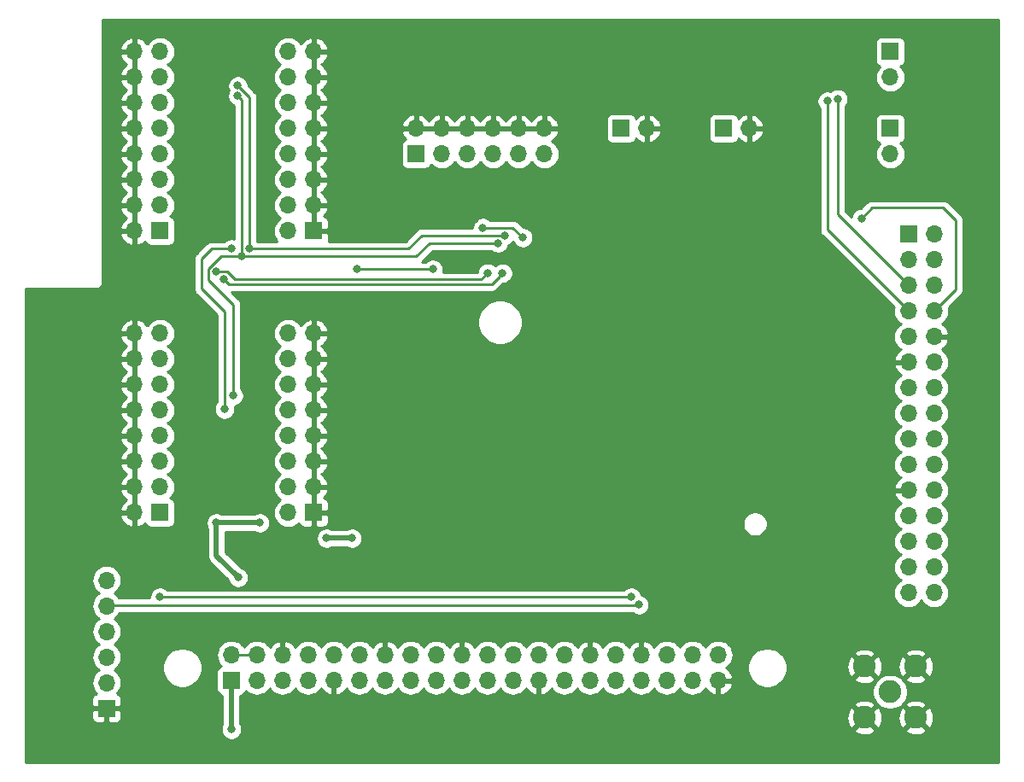
<source format=gbr>
G04 #@! TF.GenerationSoftware,KiCad,Pcbnew,(5.1.4)-1*
G04 #@! TF.CreationDate,2020-02-08T10:20:25-06:00*
G04 #@! TF.ProjectId,Jetson_Addon,4a657473-6f6e-45f4-9164-646f6e2e6b69,rev?*
G04 #@! TF.SameCoordinates,Original*
G04 #@! TF.FileFunction,Copper,L2,Bot*
G04 #@! TF.FilePolarity,Positive*
%FSLAX46Y46*%
G04 Gerber Fmt 4.6, Leading zero omitted, Abs format (unit mm)*
G04 Created by KiCad (PCBNEW (5.1.4)-1) date 2020-02-08 10:20:25*
%MOMM*%
%LPD*%
G04 APERTURE LIST*
%ADD10O,1.700000X1.700000*%
%ADD11R,1.700000X1.700000*%
%ADD12C,2.250000*%
%ADD13C,0.800000*%
%ADD14C,0.500000*%
%ADD15C,0.250000*%
%ADD16C,0.254000*%
G04 APERTURE END LIST*
D10*
X95250000Y-88900000D03*
X97790000Y-88900000D03*
X95250000Y-91440000D03*
X97790000Y-91440000D03*
X95250000Y-93980000D03*
X97790000Y-93980000D03*
X95250000Y-96520000D03*
X97790000Y-96520000D03*
X95250000Y-99060000D03*
X97790000Y-99060000D03*
X95250000Y-101600000D03*
X97790000Y-101600000D03*
X95250000Y-104140000D03*
X97790000Y-104140000D03*
X95250000Y-106680000D03*
D11*
X97790000Y-106680000D03*
D10*
X156210000Y-96520000D03*
D11*
X153670000Y-96520000D03*
D10*
X146050000Y-96520000D03*
D11*
X143510000Y-96520000D03*
D10*
X135890000Y-96520000D03*
X135890000Y-99060000D03*
X133350000Y-96520000D03*
X133350000Y-99060000D03*
X130810000Y-96520000D03*
X130810000Y-99060000D03*
X128270000Y-96520000D03*
X128270000Y-99060000D03*
X125730000Y-96520000D03*
X125730000Y-99060000D03*
X123190000Y-96520000D03*
D11*
X123190000Y-99060000D03*
D10*
X170180000Y-91440000D03*
D11*
X170180000Y-88900000D03*
D12*
X170180000Y-152400000D03*
X167640000Y-154940000D03*
X172720000Y-154940000D03*
X172720000Y-149860000D03*
X167640000Y-149860000D03*
D10*
X170180000Y-99060000D03*
D11*
X170180000Y-96520000D03*
D10*
X95250000Y-116840000D03*
X97790000Y-116840000D03*
X95250000Y-119380000D03*
X97790000Y-119380000D03*
X95250000Y-121920000D03*
X97790000Y-121920000D03*
X95250000Y-124460000D03*
X97790000Y-124460000D03*
X95250000Y-127000000D03*
X97790000Y-127000000D03*
X95250000Y-129540000D03*
X97790000Y-129540000D03*
X95250000Y-132080000D03*
X97790000Y-132080000D03*
X95250000Y-134620000D03*
D11*
X97790000Y-134620000D03*
D10*
X110490000Y-116840000D03*
X113030000Y-116840000D03*
X110490000Y-119380000D03*
X113030000Y-119380000D03*
X110490000Y-121920000D03*
X113030000Y-121920000D03*
X110490000Y-124460000D03*
X113030000Y-124460000D03*
X110490000Y-127000000D03*
X113030000Y-127000000D03*
X110490000Y-129540000D03*
X113030000Y-129540000D03*
X110490000Y-132080000D03*
X113030000Y-132080000D03*
X110490000Y-134620000D03*
D11*
X113030000Y-134620000D03*
D10*
X110490000Y-88900000D03*
X113030000Y-88900000D03*
X110490000Y-91440000D03*
X113030000Y-91440000D03*
X110490000Y-93980000D03*
X113030000Y-93980000D03*
X110490000Y-96520000D03*
X113030000Y-96520000D03*
X110490000Y-99060000D03*
X113030000Y-99060000D03*
X110490000Y-101600000D03*
X113030000Y-101600000D03*
X110490000Y-104140000D03*
X113030000Y-104140000D03*
X110490000Y-106680000D03*
D11*
X113030000Y-106680000D03*
X104870000Y-151270000D03*
D10*
X104870000Y-148730000D03*
X107410000Y-151270000D03*
X107410000Y-148730000D03*
X109950000Y-151270000D03*
X109950000Y-148730000D03*
X112490000Y-151270000D03*
X112490000Y-148730000D03*
X115030000Y-151270000D03*
X115030000Y-148730000D03*
X117570000Y-151270000D03*
X117570000Y-148730000D03*
X120110000Y-151270000D03*
X120110000Y-148730000D03*
X122650000Y-151270000D03*
X122650000Y-148730000D03*
X125190000Y-151270000D03*
X125190000Y-148730000D03*
X127730000Y-151270000D03*
X127730000Y-148730000D03*
X130270000Y-151270000D03*
X130270000Y-148730000D03*
X132810000Y-151270000D03*
X132810000Y-148730000D03*
X135350000Y-151270000D03*
X135350000Y-148730000D03*
X137890000Y-151270000D03*
X137890000Y-148730000D03*
X140430000Y-151270000D03*
X140430000Y-148730000D03*
X142970000Y-151270000D03*
X142970000Y-148730000D03*
X145510000Y-151270000D03*
X145510000Y-148730000D03*
X148050000Y-151270000D03*
X148050000Y-148730000D03*
X150590000Y-151270000D03*
X150590000Y-148730000D03*
X153130000Y-151270000D03*
X153130000Y-148730000D03*
D11*
X92500000Y-154020000D03*
D10*
X92500000Y-151480000D03*
X92500000Y-148940000D03*
X92500000Y-146400000D03*
X92500000Y-143860000D03*
X92500000Y-141320000D03*
D11*
X172000000Y-107000000D03*
D10*
X174540000Y-107000000D03*
X172000000Y-109540000D03*
X174540000Y-109540000D03*
X172000000Y-112080000D03*
X174540000Y-112080000D03*
X172000000Y-114620000D03*
X174540000Y-114620000D03*
X172000000Y-117160000D03*
X174540000Y-117160000D03*
X172000000Y-119700000D03*
X174540000Y-119700000D03*
X172000000Y-122240000D03*
X174540000Y-122240000D03*
X172000000Y-124780000D03*
X174540000Y-124780000D03*
X172000000Y-127320000D03*
X174540000Y-127320000D03*
X172000000Y-129860000D03*
X174540000Y-129860000D03*
X172000000Y-132400000D03*
X174540000Y-132400000D03*
X172000000Y-134940000D03*
X174540000Y-134940000D03*
X172000000Y-137480000D03*
X174540000Y-137480000D03*
X172000000Y-140020000D03*
X174540000Y-140020000D03*
X172000000Y-142560000D03*
X174540000Y-142560000D03*
D13*
X165735000Y-146050000D03*
X103378000Y-135636000D03*
X107696000Y-135636000D03*
X114300000Y-137160000D03*
X116840000Y-137160000D03*
X117348000Y-110490000D03*
X124841000Y-110490002D03*
X105537000Y-141046200D03*
X104876600Y-156108400D03*
X105511600Y-92278200D03*
X131959997Y-107130203D03*
X106680000Y-108458000D03*
X104902000Y-108458000D03*
X104190804Y-124358400D03*
X105498949Y-93290854D03*
X131306493Y-107887128D03*
X105918003Y-109220010D03*
X105079800Y-123012200D03*
X102641400Y-93599000D03*
X102616000Y-121361200D03*
X128966800Y-105551400D03*
X150520400Y-139776200D03*
X150698200Y-132283200D03*
X162687000Y-130784600D03*
X146304000Y-126746000D03*
X130631600Y-135814400D03*
X160655000Y-95504000D03*
X163830000Y-88011002D03*
X167005000Y-147320000D03*
X164465000Y-144780000D03*
X166370000Y-144145000D03*
X162560000Y-143510000D03*
X167640000Y-145415000D03*
X168910000Y-146685000D03*
X170180000Y-147955000D03*
X162560000Y-141274800D03*
X144526000Y-143002000D03*
X97790000Y-143002000D03*
X145288000Y-143764000D03*
X164973000Y-93599000D03*
X163952649Y-93812374D03*
X130276600Y-110871000D03*
X103378000Y-110744000D03*
X131749800Y-110871000D03*
X104140000Y-111506000D03*
X129794000Y-106349800D03*
X133756400Y-107340400D03*
X167335200Y-105435400D03*
D14*
X103378000Y-135636000D02*
X107696000Y-135636000D01*
X114300000Y-137160000D02*
X116840000Y-137160000D01*
D15*
X117348000Y-110490000D02*
X124840998Y-110490000D01*
X124840998Y-110490000D02*
X124841000Y-110490002D01*
D14*
X103378000Y-135636000D02*
X103378000Y-138887200D01*
X103378000Y-138887200D02*
X105537000Y-141046200D01*
X104870000Y-156101800D02*
X104876600Y-156108400D01*
X104870000Y-151270000D02*
X104870000Y-156101800D01*
D15*
X105511600Y-92278200D02*
X106680000Y-93446600D01*
X107245685Y-108458000D02*
X106680000Y-108458000D01*
X106680000Y-93446600D02*
X106680000Y-107892315D01*
X131959997Y-107130203D02*
X123755797Y-107130203D01*
X122428000Y-108458000D02*
X107245685Y-108458000D01*
X123755797Y-107130203D02*
X122428000Y-108458000D01*
X106680000Y-107892315D02*
X106680000Y-108458000D01*
X101904800Y-109448600D02*
X101904800Y-112420400D01*
X104190804Y-123792715D02*
X104190804Y-124358400D01*
X104902000Y-108458000D02*
X102895400Y-108458000D01*
X104190804Y-114706404D02*
X104190804Y-123792715D01*
X101904800Y-112420400D02*
X104190804Y-114706404D01*
X102895400Y-108458000D02*
X101904800Y-109448600D01*
X131267765Y-107848400D02*
X131306493Y-107887128D01*
X105498949Y-93290854D02*
X105918003Y-93709908D01*
X105918003Y-93709908D02*
X105918003Y-108654325D01*
X105918003Y-108654325D02*
X105918003Y-109220010D01*
X106483688Y-109220010D02*
X105918003Y-109220010D01*
X123189990Y-109220010D02*
X106483688Y-109220010D01*
X124522872Y-107887128D02*
X123189990Y-109220010D01*
X131306493Y-107887128D02*
X124522872Y-107887128D01*
X105352318Y-109220010D02*
X105918003Y-109220010D01*
X103828988Y-109220010D02*
X105352318Y-109220010D01*
X102616000Y-110432998D02*
X103828988Y-109220010D01*
X102616000Y-111531400D02*
X102616000Y-110432998D01*
X105079800Y-123012200D02*
X105079800Y-113995200D01*
X105079800Y-113995200D02*
X102616000Y-111531400D01*
X144526000Y-143002000D02*
X97790000Y-143002000D01*
X145212000Y-143840000D02*
X145288000Y-143764000D01*
X92500000Y-143840000D02*
X145212000Y-143840000D01*
X164973000Y-94164685D02*
X164973000Y-93599000D01*
X164973000Y-105053000D02*
X164973000Y-94164685D01*
X172000000Y-112080000D02*
X164973000Y-105053000D01*
X172000000Y-114620000D02*
X163952649Y-106572649D01*
X163952649Y-106572649D02*
X163952649Y-94378059D01*
X163952649Y-94378059D02*
X163952649Y-93812374D01*
X129641600Y-111506000D02*
X130276600Y-110871000D01*
X105213002Y-111506000D02*
X129641600Y-111506000D01*
X104451002Y-110744000D02*
X105213002Y-111506000D01*
X103378000Y-110744000D02*
X104451002Y-110744000D01*
X131349801Y-111270999D02*
X131749800Y-110871000D01*
X130664791Y-111956009D02*
X131349801Y-111270999D01*
X104590009Y-111956009D02*
X130664791Y-111956009D01*
X104140000Y-111506000D02*
X104590009Y-111956009D01*
X129794000Y-106349800D02*
X132765800Y-106349800D01*
X132765800Y-106349800D02*
X133756400Y-107340400D01*
X175389999Y-113770001D02*
X174540000Y-114620000D01*
X176657000Y-112503000D02*
X175389999Y-113770001D01*
X176657000Y-105613200D02*
X176657000Y-112503000D01*
X175437800Y-104394000D02*
X176657000Y-105613200D01*
X167335200Y-105435400D02*
X168376600Y-104394000D01*
X168376600Y-104394000D02*
X175437800Y-104394000D01*
X106072081Y-148730000D02*
X107410000Y-148730000D01*
X104870000Y-148730000D02*
X106072081Y-148730000D01*
D16*
G36*
X180950000Y-159360000D02*
G01*
X84480000Y-159360000D01*
X84480000Y-154870000D01*
X91011928Y-154870000D01*
X91024188Y-154994482D01*
X91060498Y-155114180D01*
X91119463Y-155224494D01*
X91198815Y-155321185D01*
X91295506Y-155400537D01*
X91405820Y-155459502D01*
X91525518Y-155495812D01*
X91650000Y-155508072D01*
X92214250Y-155505000D01*
X92373000Y-155346250D01*
X92373000Y-154147000D01*
X92627000Y-154147000D01*
X92627000Y-155346250D01*
X92785750Y-155505000D01*
X93350000Y-155508072D01*
X93474482Y-155495812D01*
X93594180Y-155459502D01*
X93704494Y-155400537D01*
X93801185Y-155321185D01*
X93880537Y-155224494D01*
X93939502Y-155114180D01*
X93975812Y-154994482D01*
X93988072Y-154870000D01*
X93985000Y-154305750D01*
X93826250Y-154147000D01*
X92627000Y-154147000D01*
X92373000Y-154147000D01*
X91173750Y-154147000D01*
X91015000Y-154305750D01*
X91011928Y-154870000D01*
X84480000Y-154870000D01*
X84480000Y-141320000D01*
X91007815Y-141320000D01*
X91036487Y-141611111D01*
X91121401Y-141891034D01*
X91259294Y-142149014D01*
X91444866Y-142375134D01*
X91670986Y-142560706D01*
X91725791Y-142590000D01*
X91670986Y-142619294D01*
X91444866Y-142804866D01*
X91259294Y-143030986D01*
X91121401Y-143288966D01*
X91036487Y-143568889D01*
X91007815Y-143860000D01*
X91036487Y-144151111D01*
X91121401Y-144431034D01*
X91259294Y-144689014D01*
X91444866Y-144915134D01*
X91670986Y-145100706D01*
X91725791Y-145130000D01*
X91670986Y-145159294D01*
X91444866Y-145344866D01*
X91259294Y-145570986D01*
X91121401Y-145828966D01*
X91036487Y-146108889D01*
X91007815Y-146400000D01*
X91036487Y-146691111D01*
X91121401Y-146971034D01*
X91259294Y-147229014D01*
X91444866Y-147455134D01*
X91670986Y-147640706D01*
X91725791Y-147670000D01*
X91670986Y-147699294D01*
X91444866Y-147884866D01*
X91259294Y-148110986D01*
X91121401Y-148368966D01*
X91036487Y-148648889D01*
X91007815Y-148940000D01*
X91036487Y-149231111D01*
X91121401Y-149511034D01*
X91259294Y-149769014D01*
X91444866Y-149995134D01*
X91670986Y-150180706D01*
X91725791Y-150210000D01*
X91670986Y-150239294D01*
X91444866Y-150424866D01*
X91259294Y-150650986D01*
X91121401Y-150908966D01*
X91036487Y-151188889D01*
X91007815Y-151480000D01*
X91036487Y-151771111D01*
X91121401Y-152051034D01*
X91259294Y-152309014D01*
X91444866Y-152535134D01*
X91474687Y-152559607D01*
X91405820Y-152580498D01*
X91295506Y-152639463D01*
X91198815Y-152718815D01*
X91119463Y-152815506D01*
X91060498Y-152925820D01*
X91024188Y-153045518D01*
X91011928Y-153170000D01*
X91015000Y-153734250D01*
X91173750Y-153893000D01*
X92373000Y-153893000D01*
X92373000Y-153873000D01*
X92627000Y-153873000D01*
X92627000Y-153893000D01*
X93826250Y-153893000D01*
X93985000Y-153734250D01*
X93988072Y-153170000D01*
X93975812Y-153045518D01*
X93939502Y-152925820D01*
X93880537Y-152815506D01*
X93801185Y-152718815D01*
X93704494Y-152639463D01*
X93594180Y-152580498D01*
X93525313Y-152559607D01*
X93555134Y-152535134D01*
X93740706Y-152309014D01*
X93878599Y-152051034D01*
X93963513Y-151771111D01*
X93992185Y-151480000D01*
X93963513Y-151188889D01*
X93878599Y-150908966D01*
X93740706Y-150650986D01*
X93555134Y-150424866D01*
X93329014Y-150239294D01*
X93274209Y-150210000D01*
X93329014Y-150180706D01*
X93555134Y-149995134D01*
X93711587Y-149804495D01*
X98015000Y-149804495D01*
X98015000Y-150195505D01*
X98091282Y-150579003D01*
X98240915Y-150940250D01*
X98458149Y-151265364D01*
X98734636Y-151541851D01*
X99059750Y-151759085D01*
X99420997Y-151908718D01*
X99804495Y-151985000D01*
X100195505Y-151985000D01*
X100579003Y-151908718D01*
X100940250Y-151759085D01*
X101265364Y-151541851D01*
X101541851Y-151265364D01*
X101759085Y-150940250D01*
X101908718Y-150579003D01*
X101985000Y-150195505D01*
X101985000Y-149804495D01*
X101908718Y-149420997D01*
X101759085Y-149059750D01*
X101541851Y-148734636D01*
X101537215Y-148730000D01*
X103377815Y-148730000D01*
X103406487Y-149021111D01*
X103491401Y-149301034D01*
X103629294Y-149559014D01*
X103814866Y-149785134D01*
X103844687Y-149809607D01*
X103775820Y-149830498D01*
X103665506Y-149889463D01*
X103568815Y-149968815D01*
X103489463Y-150065506D01*
X103430498Y-150175820D01*
X103394188Y-150295518D01*
X103381928Y-150420000D01*
X103381928Y-152120000D01*
X103394188Y-152244482D01*
X103430498Y-152364180D01*
X103489463Y-152474494D01*
X103568815Y-152571185D01*
X103665506Y-152650537D01*
X103775820Y-152709502D01*
X103895518Y-152745812D01*
X103985000Y-152754625D01*
X103985001Y-155579822D01*
X103959395Y-155618144D01*
X103881374Y-155806502D01*
X103841600Y-156006461D01*
X103841600Y-156210339D01*
X103881374Y-156410298D01*
X103959395Y-156598656D01*
X104072663Y-156768174D01*
X104216826Y-156912337D01*
X104386344Y-157025605D01*
X104574702Y-157103626D01*
X104774661Y-157143400D01*
X104978539Y-157143400D01*
X105178498Y-157103626D01*
X105366856Y-157025605D01*
X105536374Y-156912337D01*
X105680537Y-156768174D01*
X105793805Y-156598656D01*
X105871826Y-156410298D01*
X105911600Y-156210339D01*
X105911600Y-156164531D01*
X166595074Y-156164531D01*
X166705921Y-156441714D01*
X167016840Y-156595089D01*
X167351705Y-156684860D01*
X167697650Y-156707576D01*
X168041380Y-156662366D01*
X168369685Y-156550966D01*
X168574079Y-156441714D01*
X168684926Y-156164531D01*
X171675074Y-156164531D01*
X171785921Y-156441714D01*
X172096840Y-156595089D01*
X172431705Y-156684860D01*
X172777650Y-156707576D01*
X173121380Y-156662366D01*
X173449685Y-156550966D01*
X173654079Y-156441714D01*
X173764926Y-156164531D01*
X172720000Y-155119605D01*
X171675074Y-156164531D01*
X168684926Y-156164531D01*
X167640000Y-155119605D01*
X166595074Y-156164531D01*
X105911600Y-156164531D01*
X105911600Y-156006461D01*
X105871826Y-155806502D01*
X105793805Y-155618144D01*
X105755000Y-155560068D01*
X105755000Y-154997650D01*
X165872424Y-154997650D01*
X165917634Y-155341380D01*
X166029034Y-155669685D01*
X166138286Y-155874079D01*
X166415469Y-155984926D01*
X167460395Y-154940000D01*
X167819605Y-154940000D01*
X168864531Y-155984926D01*
X169141714Y-155874079D01*
X169295089Y-155563160D01*
X169384860Y-155228295D01*
X169400004Y-154997650D01*
X170952424Y-154997650D01*
X170997634Y-155341380D01*
X171109034Y-155669685D01*
X171218286Y-155874079D01*
X171495469Y-155984926D01*
X172540395Y-154940000D01*
X172899605Y-154940000D01*
X173944531Y-155984926D01*
X174221714Y-155874079D01*
X174375089Y-155563160D01*
X174464860Y-155228295D01*
X174487576Y-154882350D01*
X174442366Y-154538620D01*
X174330966Y-154210315D01*
X174221714Y-154005921D01*
X173944531Y-153895074D01*
X172899605Y-154940000D01*
X172540395Y-154940000D01*
X171495469Y-153895074D01*
X171218286Y-154005921D01*
X171064911Y-154316840D01*
X170975140Y-154651705D01*
X170952424Y-154997650D01*
X169400004Y-154997650D01*
X169407576Y-154882350D01*
X169362366Y-154538620D01*
X169250966Y-154210315D01*
X169141714Y-154005921D01*
X168864531Y-153895074D01*
X167819605Y-154940000D01*
X167460395Y-154940000D01*
X166415469Y-153895074D01*
X166138286Y-154005921D01*
X165984911Y-154316840D01*
X165895140Y-154651705D01*
X165872424Y-154997650D01*
X105755000Y-154997650D01*
X105755000Y-153715469D01*
X166595074Y-153715469D01*
X167640000Y-154760395D01*
X168684926Y-153715469D01*
X168574079Y-153438286D01*
X168263160Y-153284911D01*
X167928295Y-153195140D01*
X167582350Y-153172424D01*
X167238620Y-153217634D01*
X166910315Y-153329034D01*
X166705921Y-153438286D01*
X166595074Y-153715469D01*
X105755000Y-153715469D01*
X105755000Y-152754625D01*
X105844482Y-152745812D01*
X105964180Y-152709502D01*
X106074494Y-152650537D01*
X106171185Y-152571185D01*
X106250537Y-152474494D01*
X106309502Y-152364180D01*
X106330393Y-152295313D01*
X106354866Y-152325134D01*
X106580986Y-152510706D01*
X106838966Y-152648599D01*
X107118889Y-152733513D01*
X107337050Y-152755000D01*
X107482950Y-152755000D01*
X107701111Y-152733513D01*
X107981034Y-152648599D01*
X108239014Y-152510706D01*
X108465134Y-152325134D01*
X108650706Y-152099014D01*
X108680000Y-152044209D01*
X108709294Y-152099014D01*
X108894866Y-152325134D01*
X109120986Y-152510706D01*
X109378966Y-152648599D01*
X109658889Y-152733513D01*
X109877050Y-152755000D01*
X110022950Y-152755000D01*
X110241111Y-152733513D01*
X110521034Y-152648599D01*
X110779014Y-152510706D01*
X111005134Y-152325134D01*
X111190706Y-152099014D01*
X111220000Y-152044209D01*
X111249294Y-152099014D01*
X111434866Y-152325134D01*
X111660986Y-152510706D01*
X111918966Y-152648599D01*
X112198889Y-152733513D01*
X112417050Y-152755000D01*
X112562950Y-152755000D01*
X112781111Y-152733513D01*
X113061034Y-152648599D01*
X113319014Y-152510706D01*
X113545134Y-152325134D01*
X113730706Y-152099014D01*
X113765201Y-152034477D01*
X113834822Y-152151355D01*
X114029731Y-152367588D01*
X114263080Y-152541641D01*
X114525901Y-152666825D01*
X114673110Y-152711476D01*
X114903000Y-152590155D01*
X114903000Y-151397000D01*
X114883000Y-151397000D01*
X114883000Y-151143000D01*
X114903000Y-151143000D01*
X114903000Y-151123000D01*
X115157000Y-151123000D01*
X115157000Y-151143000D01*
X115177000Y-151143000D01*
X115177000Y-151397000D01*
X115157000Y-151397000D01*
X115157000Y-152590155D01*
X115386890Y-152711476D01*
X115534099Y-152666825D01*
X115796920Y-152541641D01*
X116030269Y-152367588D01*
X116225178Y-152151355D01*
X116294799Y-152034477D01*
X116329294Y-152099014D01*
X116514866Y-152325134D01*
X116740986Y-152510706D01*
X116998966Y-152648599D01*
X117278889Y-152733513D01*
X117497050Y-152755000D01*
X117642950Y-152755000D01*
X117861111Y-152733513D01*
X118141034Y-152648599D01*
X118399014Y-152510706D01*
X118625134Y-152325134D01*
X118810706Y-152099014D01*
X118840000Y-152044209D01*
X118869294Y-152099014D01*
X119054866Y-152325134D01*
X119280986Y-152510706D01*
X119538966Y-152648599D01*
X119818889Y-152733513D01*
X120037050Y-152755000D01*
X120182950Y-152755000D01*
X120401111Y-152733513D01*
X120681034Y-152648599D01*
X120939014Y-152510706D01*
X121165134Y-152325134D01*
X121350706Y-152099014D01*
X121380000Y-152044209D01*
X121409294Y-152099014D01*
X121594866Y-152325134D01*
X121820986Y-152510706D01*
X122078966Y-152648599D01*
X122358889Y-152733513D01*
X122577050Y-152755000D01*
X122722950Y-152755000D01*
X122941111Y-152733513D01*
X123221034Y-152648599D01*
X123479014Y-152510706D01*
X123705134Y-152325134D01*
X123890706Y-152099014D01*
X123920000Y-152044209D01*
X123949294Y-152099014D01*
X124134866Y-152325134D01*
X124360986Y-152510706D01*
X124618966Y-152648599D01*
X124898889Y-152733513D01*
X125117050Y-152755000D01*
X125262950Y-152755000D01*
X125481111Y-152733513D01*
X125761034Y-152648599D01*
X126019014Y-152510706D01*
X126245134Y-152325134D01*
X126430706Y-152099014D01*
X126460000Y-152044209D01*
X126489294Y-152099014D01*
X126674866Y-152325134D01*
X126900986Y-152510706D01*
X127158966Y-152648599D01*
X127438889Y-152733513D01*
X127657050Y-152755000D01*
X127802950Y-152755000D01*
X128021111Y-152733513D01*
X128301034Y-152648599D01*
X128559014Y-152510706D01*
X128785134Y-152325134D01*
X128970706Y-152099014D01*
X129000000Y-152044209D01*
X129029294Y-152099014D01*
X129214866Y-152325134D01*
X129440986Y-152510706D01*
X129698966Y-152648599D01*
X129978889Y-152733513D01*
X130197050Y-152755000D01*
X130342950Y-152755000D01*
X130561111Y-152733513D01*
X130841034Y-152648599D01*
X131099014Y-152510706D01*
X131325134Y-152325134D01*
X131510706Y-152099014D01*
X131540000Y-152044209D01*
X131569294Y-152099014D01*
X131754866Y-152325134D01*
X131980986Y-152510706D01*
X132238966Y-152648599D01*
X132518889Y-152733513D01*
X132737050Y-152755000D01*
X132882950Y-152755000D01*
X133101111Y-152733513D01*
X133381034Y-152648599D01*
X133639014Y-152510706D01*
X133865134Y-152325134D01*
X134050706Y-152099014D01*
X134085201Y-152034477D01*
X134154822Y-152151355D01*
X134349731Y-152367588D01*
X134583080Y-152541641D01*
X134845901Y-152666825D01*
X134993110Y-152711476D01*
X135223000Y-152590155D01*
X135223000Y-151397000D01*
X135203000Y-151397000D01*
X135203000Y-151143000D01*
X135223000Y-151143000D01*
X135223000Y-151123000D01*
X135477000Y-151123000D01*
X135477000Y-151143000D01*
X135497000Y-151143000D01*
X135497000Y-151397000D01*
X135477000Y-151397000D01*
X135477000Y-152590155D01*
X135706890Y-152711476D01*
X135854099Y-152666825D01*
X136116920Y-152541641D01*
X136350269Y-152367588D01*
X136545178Y-152151355D01*
X136614799Y-152034477D01*
X136649294Y-152099014D01*
X136834866Y-152325134D01*
X137060986Y-152510706D01*
X137318966Y-152648599D01*
X137598889Y-152733513D01*
X137817050Y-152755000D01*
X137962950Y-152755000D01*
X138181111Y-152733513D01*
X138461034Y-152648599D01*
X138719014Y-152510706D01*
X138945134Y-152325134D01*
X139130706Y-152099014D01*
X139160000Y-152044209D01*
X139189294Y-152099014D01*
X139374866Y-152325134D01*
X139600986Y-152510706D01*
X139858966Y-152648599D01*
X140138889Y-152733513D01*
X140357050Y-152755000D01*
X140502950Y-152755000D01*
X140721111Y-152733513D01*
X141001034Y-152648599D01*
X141259014Y-152510706D01*
X141485134Y-152325134D01*
X141670706Y-152099014D01*
X141700000Y-152044209D01*
X141729294Y-152099014D01*
X141914866Y-152325134D01*
X142140986Y-152510706D01*
X142398966Y-152648599D01*
X142678889Y-152733513D01*
X142897050Y-152755000D01*
X143042950Y-152755000D01*
X143261111Y-152733513D01*
X143541034Y-152648599D01*
X143799014Y-152510706D01*
X144025134Y-152325134D01*
X144210706Y-152099014D01*
X144240000Y-152044209D01*
X144269294Y-152099014D01*
X144454866Y-152325134D01*
X144680986Y-152510706D01*
X144938966Y-152648599D01*
X145218889Y-152733513D01*
X145437050Y-152755000D01*
X145582950Y-152755000D01*
X145801111Y-152733513D01*
X146081034Y-152648599D01*
X146339014Y-152510706D01*
X146565134Y-152325134D01*
X146750706Y-152099014D01*
X146780000Y-152044209D01*
X146809294Y-152099014D01*
X146994866Y-152325134D01*
X147220986Y-152510706D01*
X147478966Y-152648599D01*
X147758889Y-152733513D01*
X147977050Y-152755000D01*
X148122950Y-152755000D01*
X148341111Y-152733513D01*
X148621034Y-152648599D01*
X148879014Y-152510706D01*
X149105134Y-152325134D01*
X149290706Y-152099014D01*
X149320000Y-152044209D01*
X149349294Y-152099014D01*
X149534866Y-152325134D01*
X149760986Y-152510706D01*
X150018966Y-152648599D01*
X150298889Y-152733513D01*
X150517050Y-152755000D01*
X150662950Y-152755000D01*
X150881111Y-152733513D01*
X151161034Y-152648599D01*
X151419014Y-152510706D01*
X151645134Y-152325134D01*
X151830706Y-152099014D01*
X151865201Y-152034477D01*
X151934822Y-152151355D01*
X152129731Y-152367588D01*
X152363080Y-152541641D01*
X152625901Y-152666825D01*
X152773110Y-152711476D01*
X153003000Y-152590155D01*
X153003000Y-151397000D01*
X153257000Y-151397000D01*
X153257000Y-152590155D01*
X153486890Y-152711476D01*
X153634099Y-152666825D01*
X153896920Y-152541641D01*
X154130269Y-152367588D01*
X154257303Y-152226655D01*
X168420000Y-152226655D01*
X168420000Y-152573345D01*
X168487636Y-152913373D01*
X168620308Y-153233673D01*
X168812919Y-153521935D01*
X169058065Y-153767081D01*
X169346327Y-153959692D01*
X169666627Y-154092364D01*
X170006655Y-154160000D01*
X170353345Y-154160000D01*
X170693373Y-154092364D01*
X171013673Y-153959692D01*
X171301935Y-153767081D01*
X171353547Y-153715469D01*
X171675074Y-153715469D01*
X172720000Y-154760395D01*
X173764926Y-153715469D01*
X173654079Y-153438286D01*
X173343160Y-153284911D01*
X173008295Y-153195140D01*
X172662350Y-153172424D01*
X172318620Y-153217634D01*
X171990315Y-153329034D01*
X171785921Y-153438286D01*
X171675074Y-153715469D01*
X171353547Y-153715469D01*
X171547081Y-153521935D01*
X171739692Y-153233673D01*
X171872364Y-152913373D01*
X171940000Y-152573345D01*
X171940000Y-152226655D01*
X171872364Y-151886627D01*
X171739692Y-151566327D01*
X171547081Y-151278065D01*
X171353547Y-151084531D01*
X171675074Y-151084531D01*
X171785921Y-151361714D01*
X172096840Y-151515089D01*
X172431705Y-151604860D01*
X172777650Y-151627576D01*
X173121380Y-151582366D01*
X173449685Y-151470966D01*
X173654079Y-151361714D01*
X173764926Y-151084531D01*
X172720000Y-150039605D01*
X171675074Y-151084531D01*
X171353547Y-151084531D01*
X171301935Y-151032919D01*
X171013673Y-150840308D01*
X170693373Y-150707636D01*
X170353345Y-150640000D01*
X170006655Y-150640000D01*
X169666627Y-150707636D01*
X169346327Y-150840308D01*
X169058065Y-151032919D01*
X168812919Y-151278065D01*
X168620308Y-151566327D01*
X168487636Y-151886627D01*
X168420000Y-152226655D01*
X154257303Y-152226655D01*
X154325178Y-152151355D01*
X154474157Y-151901252D01*
X154571481Y-151626891D01*
X154450814Y-151397000D01*
X153257000Y-151397000D01*
X153003000Y-151397000D01*
X152983000Y-151397000D01*
X152983000Y-151143000D01*
X153003000Y-151143000D01*
X153003000Y-151123000D01*
X153257000Y-151123000D01*
X153257000Y-151143000D01*
X154450814Y-151143000D01*
X154571481Y-150913109D01*
X154474157Y-150638748D01*
X154325178Y-150388645D01*
X154130269Y-150172412D01*
X153901244Y-150001584D01*
X153959014Y-149970706D01*
X154161542Y-149804495D01*
X156015000Y-149804495D01*
X156015000Y-150195505D01*
X156091282Y-150579003D01*
X156240915Y-150940250D01*
X156458149Y-151265364D01*
X156734636Y-151541851D01*
X157059750Y-151759085D01*
X157420997Y-151908718D01*
X157804495Y-151985000D01*
X158195505Y-151985000D01*
X158579003Y-151908718D01*
X158940250Y-151759085D01*
X159265364Y-151541851D01*
X159541851Y-151265364D01*
X159662679Y-151084531D01*
X166595074Y-151084531D01*
X166705921Y-151361714D01*
X167016840Y-151515089D01*
X167351705Y-151604860D01*
X167697650Y-151627576D01*
X168041380Y-151582366D01*
X168369685Y-151470966D01*
X168574079Y-151361714D01*
X168684926Y-151084531D01*
X167640000Y-150039605D01*
X166595074Y-151084531D01*
X159662679Y-151084531D01*
X159759085Y-150940250D01*
X159908718Y-150579003D01*
X159985000Y-150195505D01*
X159985000Y-149917650D01*
X165872424Y-149917650D01*
X165917634Y-150261380D01*
X166029034Y-150589685D01*
X166138286Y-150794079D01*
X166415469Y-150904926D01*
X167460395Y-149860000D01*
X167819605Y-149860000D01*
X168864531Y-150904926D01*
X169141714Y-150794079D01*
X169295089Y-150483160D01*
X169384860Y-150148295D01*
X169400004Y-149917650D01*
X170952424Y-149917650D01*
X170997634Y-150261380D01*
X171109034Y-150589685D01*
X171218286Y-150794079D01*
X171495469Y-150904926D01*
X172540395Y-149860000D01*
X172899605Y-149860000D01*
X173944531Y-150904926D01*
X174221714Y-150794079D01*
X174375089Y-150483160D01*
X174464860Y-150148295D01*
X174487576Y-149802350D01*
X174442366Y-149458620D01*
X174330966Y-149130315D01*
X174221714Y-148925921D01*
X173944531Y-148815074D01*
X172899605Y-149860000D01*
X172540395Y-149860000D01*
X171495469Y-148815074D01*
X171218286Y-148925921D01*
X171064911Y-149236840D01*
X170975140Y-149571705D01*
X170952424Y-149917650D01*
X169400004Y-149917650D01*
X169407576Y-149802350D01*
X169362366Y-149458620D01*
X169250966Y-149130315D01*
X169141714Y-148925921D01*
X168864531Y-148815074D01*
X167819605Y-149860000D01*
X167460395Y-149860000D01*
X166415469Y-148815074D01*
X166138286Y-148925921D01*
X165984911Y-149236840D01*
X165895140Y-149571705D01*
X165872424Y-149917650D01*
X159985000Y-149917650D01*
X159985000Y-149804495D01*
X159908718Y-149420997D01*
X159759085Y-149059750D01*
X159541851Y-148734636D01*
X159442684Y-148635469D01*
X166595074Y-148635469D01*
X167640000Y-149680395D01*
X168684926Y-148635469D01*
X171675074Y-148635469D01*
X172720000Y-149680395D01*
X173764926Y-148635469D01*
X173654079Y-148358286D01*
X173343160Y-148204911D01*
X173008295Y-148115140D01*
X172662350Y-148092424D01*
X172318620Y-148137634D01*
X171990315Y-148249034D01*
X171785921Y-148358286D01*
X171675074Y-148635469D01*
X168684926Y-148635469D01*
X168574079Y-148358286D01*
X168263160Y-148204911D01*
X167928295Y-148115140D01*
X167582350Y-148092424D01*
X167238620Y-148137634D01*
X166910315Y-148249034D01*
X166705921Y-148358286D01*
X166595074Y-148635469D01*
X159442684Y-148635469D01*
X159265364Y-148458149D01*
X158940250Y-148240915D01*
X158579003Y-148091282D01*
X158195505Y-148015000D01*
X157804495Y-148015000D01*
X157420997Y-148091282D01*
X157059750Y-148240915D01*
X156734636Y-148458149D01*
X156458149Y-148734636D01*
X156240915Y-149059750D01*
X156091282Y-149420997D01*
X156015000Y-149804495D01*
X154161542Y-149804495D01*
X154185134Y-149785134D01*
X154370706Y-149559014D01*
X154508599Y-149301034D01*
X154593513Y-149021111D01*
X154622185Y-148730000D01*
X154593513Y-148438889D01*
X154508599Y-148158966D01*
X154370706Y-147900986D01*
X154185134Y-147674866D01*
X153959014Y-147489294D01*
X153701034Y-147351401D01*
X153421111Y-147266487D01*
X153202950Y-147245000D01*
X153057050Y-147245000D01*
X152838889Y-147266487D01*
X152558966Y-147351401D01*
X152300986Y-147489294D01*
X152074866Y-147674866D01*
X151889294Y-147900986D01*
X151860000Y-147955791D01*
X151830706Y-147900986D01*
X151645134Y-147674866D01*
X151419014Y-147489294D01*
X151161034Y-147351401D01*
X150881111Y-147266487D01*
X150662950Y-147245000D01*
X150517050Y-147245000D01*
X150298889Y-147266487D01*
X150018966Y-147351401D01*
X149760986Y-147489294D01*
X149534866Y-147674866D01*
X149349294Y-147900986D01*
X149320000Y-147955791D01*
X149290706Y-147900986D01*
X149105134Y-147674866D01*
X148879014Y-147489294D01*
X148621034Y-147351401D01*
X148341111Y-147266487D01*
X148122950Y-147245000D01*
X147977050Y-147245000D01*
X147758889Y-147266487D01*
X147478966Y-147351401D01*
X147220986Y-147489294D01*
X146994866Y-147674866D01*
X146809294Y-147900986D01*
X146774799Y-147965523D01*
X146705178Y-147848645D01*
X146510269Y-147632412D01*
X146276920Y-147458359D01*
X146014099Y-147333175D01*
X145866890Y-147288524D01*
X145637000Y-147409845D01*
X145637000Y-148603000D01*
X145657000Y-148603000D01*
X145657000Y-148857000D01*
X145637000Y-148857000D01*
X145637000Y-148877000D01*
X145383000Y-148877000D01*
X145383000Y-148857000D01*
X145363000Y-148857000D01*
X145363000Y-148603000D01*
X145383000Y-148603000D01*
X145383000Y-147409845D01*
X145153110Y-147288524D01*
X145005901Y-147333175D01*
X144743080Y-147458359D01*
X144509731Y-147632412D01*
X144314822Y-147848645D01*
X144245201Y-147965523D01*
X144210706Y-147900986D01*
X144025134Y-147674866D01*
X143799014Y-147489294D01*
X143541034Y-147351401D01*
X143261111Y-147266487D01*
X143042950Y-147245000D01*
X142897050Y-147245000D01*
X142678889Y-147266487D01*
X142398966Y-147351401D01*
X142140986Y-147489294D01*
X141914866Y-147674866D01*
X141729294Y-147900986D01*
X141694799Y-147965523D01*
X141625178Y-147848645D01*
X141430269Y-147632412D01*
X141196920Y-147458359D01*
X140934099Y-147333175D01*
X140786890Y-147288524D01*
X140557000Y-147409845D01*
X140557000Y-148603000D01*
X140577000Y-148603000D01*
X140577000Y-148857000D01*
X140557000Y-148857000D01*
X140557000Y-148877000D01*
X140303000Y-148877000D01*
X140303000Y-148857000D01*
X140283000Y-148857000D01*
X140283000Y-148603000D01*
X140303000Y-148603000D01*
X140303000Y-147409845D01*
X140073110Y-147288524D01*
X139925901Y-147333175D01*
X139663080Y-147458359D01*
X139429731Y-147632412D01*
X139234822Y-147848645D01*
X139165201Y-147965523D01*
X139130706Y-147900986D01*
X138945134Y-147674866D01*
X138719014Y-147489294D01*
X138461034Y-147351401D01*
X138181111Y-147266487D01*
X137962950Y-147245000D01*
X137817050Y-147245000D01*
X137598889Y-147266487D01*
X137318966Y-147351401D01*
X137060986Y-147489294D01*
X136834866Y-147674866D01*
X136649294Y-147900986D01*
X136620000Y-147955791D01*
X136590706Y-147900986D01*
X136405134Y-147674866D01*
X136179014Y-147489294D01*
X135921034Y-147351401D01*
X135641111Y-147266487D01*
X135422950Y-147245000D01*
X135277050Y-147245000D01*
X135058889Y-147266487D01*
X134778966Y-147351401D01*
X134520986Y-147489294D01*
X134294866Y-147674866D01*
X134109294Y-147900986D01*
X134080000Y-147955791D01*
X134050706Y-147900986D01*
X133865134Y-147674866D01*
X133639014Y-147489294D01*
X133381034Y-147351401D01*
X133101111Y-147266487D01*
X132882950Y-147245000D01*
X132737050Y-147245000D01*
X132518889Y-147266487D01*
X132238966Y-147351401D01*
X131980986Y-147489294D01*
X131754866Y-147674866D01*
X131569294Y-147900986D01*
X131540000Y-147955791D01*
X131510706Y-147900986D01*
X131325134Y-147674866D01*
X131099014Y-147489294D01*
X130841034Y-147351401D01*
X130561111Y-147266487D01*
X130342950Y-147245000D01*
X130197050Y-147245000D01*
X129978889Y-147266487D01*
X129698966Y-147351401D01*
X129440986Y-147489294D01*
X129214866Y-147674866D01*
X129029294Y-147900986D01*
X128994799Y-147965523D01*
X128925178Y-147848645D01*
X128730269Y-147632412D01*
X128496920Y-147458359D01*
X128234099Y-147333175D01*
X128086890Y-147288524D01*
X127857000Y-147409845D01*
X127857000Y-148603000D01*
X127877000Y-148603000D01*
X127877000Y-148857000D01*
X127857000Y-148857000D01*
X127857000Y-148877000D01*
X127603000Y-148877000D01*
X127603000Y-148857000D01*
X127583000Y-148857000D01*
X127583000Y-148603000D01*
X127603000Y-148603000D01*
X127603000Y-147409845D01*
X127373110Y-147288524D01*
X127225901Y-147333175D01*
X126963080Y-147458359D01*
X126729731Y-147632412D01*
X126534822Y-147848645D01*
X126465201Y-147965523D01*
X126430706Y-147900986D01*
X126245134Y-147674866D01*
X126019014Y-147489294D01*
X125761034Y-147351401D01*
X125481111Y-147266487D01*
X125262950Y-147245000D01*
X125117050Y-147245000D01*
X124898889Y-147266487D01*
X124618966Y-147351401D01*
X124360986Y-147489294D01*
X124134866Y-147674866D01*
X123949294Y-147900986D01*
X123920000Y-147955791D01*
X123890706Y-147900986D01*
X123705134Y-147674866D01*
X123479014Y-147489294D01*
X123221034Y-147351401D01*
X122941111Y-147266487D01*
X122722950Y-147245000D01*
X122577050Y-147245000D01*
X122358889Y-147266487D01*
X122078966Y-147351401D01*
X121820986Y-147489294D01*
X121594866Y-147674866D01*
X121409294Y-147900986D01*
X121374799Y-147965523D01*
X121305178Y-147848645D01*
X121110269Y-147632412D01*
X120876920Y-147458359D01*
X120614099Y-147333175D01*
X120466890Y-147288524D01*
X120237000Y-147409845D01*
X120237000Y-148603000D01*
X120257000Y-148603000D01*
X120257000Y-148857000D01*
X120237000Y-148857000D01*
X120237000Y-148877000D01*
X119983000Y-148877000D01*
X119983000Y-148857000D01*
X119963000Y-148857000D01*
X119963000Y-148603000D01*
X119983000Y-148603000D01*
X119983000Y-147409845D01*
X119753110Y-147288524D01*
X119605901Y-147333175D01*
X119343080Y-147458359D01*
X119109731Y-147632412D01*
X118914822Y-147848645D01*
X118845201Y-147965523D01*
X118810706Y-147900986D01*
X118625134Y-147674866D01*
X118399014Y-147489294D01*
X118141034Y-147351401D01*
X117861111Y-147266487D01*
X117642950Y-147245000D01*
X117497050Y-147245000D01*
X117278889Y-147266487D01*
X116998966Y-147351401D01*
X116740986Y-147489294D01*
X116514866Y-147674866D01*
X116329294Y-147900986D01*
X116300000Y-147955791D01*
X116270706Y-147900986D01*
X116085134Y-147674866D01*
X115859014Y-147489294D01*
X115601034Y-147351401D01*
X115321111Y-147266487D01*
X115102950Y-147245000D01*
X114957050Y-147245000D01*
X114738889Y-147266487D01*
X114458966Y-147351401D01*
X114200986Y-147489294D01*
X113974866Y-147674866D01*
X113789294Y-147900986D01*
X113760000Y-147955791D01*
X113730706Y-147900986D01*
X113545134Y-147674866D01*
X113319014Y-147489294D01*
X113061034Y-147351401D01*
X112781111Y-147266487D01*
X112562950Y-147245000D01*
X112417050Y-147245000D01*
X112198889Y-147266487D01*
X111918966Y-147351401D01*
X111660986Y-147489294D01*
X111434866Y-147674866D01*
X111249294Y-147900986D01*
X111214799Y-147965523D01*
X111145178Y-147848645D01*
X110950269Y-147632412D01*
X110716920Y-147458359D01*
X110454099Y-147333175D01*
X110306890Y-147288524D01*
X110077000Y-147409845D01*
X110077000Y-148603000D01*
X110097000Y-148603000D01*
X110097000Y-148857000D01*
X110077000Y-148857000D01*
X110077000Y-148877000D01*
X109823000Y-148877000D01*
X109823000Y-148857000D01*
X109803000Y-148857000D01*
X109803000Y-148603000D01*
X109823000Y-148603000D01*
X109823000Y-147409845D01*
X109593110Y-147288524D01*
X109445901Y-147333175D01*
X109183080Y-147458359D01*
X108949731Y-147632412D01*
X108754822Y-147848645D01*
X108685201Y-147965523D01*
X108650706Y-147900986D01*
X108465134Y-147674866D01*
X108239014Y-147489294D01*
X107981034Y-147351401D01*
X107701111Y-147266487D01*
X107482950Y-147245000D01*
X107337050Y-147245000D01*
X107118889Y-147266487D01*
X106838966Y-147351401D01*
X106580986Y-147489294D01*
X106354866Y-147674866D01*
X106169294Y-147900986D01*
X106140000Y-147955791D01*
X106110706Y-147900986D01*
X105925134Y-147674866D01*
X105699014Y-147489294D01*
X105441034Y-147351401D01*
X105161111Y-147266487D01*
X104942950Y-147245000D01*
X104797050Y-147245000D01*
X104578889Y-147266487D01*
X104298966Y-147351401D01*
X104040986Y-147489294D01*
X103814866Y-147674866D01*
X103629294Y-147900986D01*
X103491401Y-148158966D01*
X103406487Y-148438889D01*
X103377815Y-148730000D01*
X101537215Y-148730000D01*
X101265364Y-148458149D01*
X100940250Y-148240915D01*
X100579003Y-148091282D01*
X100195505Y-148015000D01*
X99804495Y-148015000D01*
X99420997Y-148091282D01*
X99059750Y-148240915D01*
X98734636Y-148458149D01*
X98458149Y-148734636D01*
X98240915Y-149059750D01*
X98091282Y-149420997D01*
X98015000Y-149804495D01*
X93711587Y-149804495D01*
X93740706Y-149769014D01*
X93878599Y-149511034D01*
X93963513Y-149231111D01*
X93992185Y-148940000D01*
X93963513Y-148648889D01*
X93878599Y-148368966D01*
X93740706Y-148110986D01*
X93555134Y-147884866D01*
X93329014Y-147699294D01*
X93274209Y-147670000D01*
X93329014Y-147640706D01*
X93555134Y-147455134D01*
X93740706Y-147229014D01*
X93878599Y-146971034D01*
X93963513Y-146691111D01*
X93992185Y-146400000D01*
X93963513Y-146108889D01*
X93878599Y-145828966D01*
X93740706Y-145570986D01*
X93555134Y-145344866D01*
X93329014Y-145159294D01*
X93274209Y-145130000D01*
X93329014Y-145100706D01*
X93555134Y-144915134D01*
X93740706Y-144689014D01*
X93788285Y-144600000D01*
X144676212Y-144600000D01*
X144797744Y-144681205D01*
X144986102Y-144759226D01*
X145186061Y-144799000D01*
X145389939Y-144799000D01*
X145589898Y-144759226D01*
X145778256Y-144681205D01*
X145947774Y-144567937D01*
X146091937Y-144423774D01*
X146205205Y-144254256D01*
X146283226Y-144065898D01*
X146323000Y-143865939D01*
X146323000Y-143662061D01*
X146283226Y-143462102D01*
X146205205Y-143273744D01*
X146091937Y-143104226D01*
X145947774Y-142960063D01*
X145778256Y-142846795D01*
X145589898Y-142768774D01*
X145532619Y-142757381D01*
X145521226Y-142700102D01*
X145443205Y-142511744D01*
X145329937Y-142342226D01*
X145185774Y-142198063D01*
X145016256Y-142084795D01*
X144827898Y-142006774D01*
X144627939Y-141967000D01*
X144424061Y-141967000D01*
X144224102Y-142006774D01*
X144035744Y-142084795D01*
X143866226Y-142198063D01*
X143822289Y-142242000D01*
X98493711Y-142242000D01*
X98449774Y-142198063D01*
X98280256Y-142084795D01*
X98091898Y-142006774D01*
X97891939Y-141967000D01*
X97688061Y-141967000D01*
X97488102Y-142006774D01*
X97299744Y-142084795D01*
X97130226Y-142198063D01*
X96986063Y-142342226D01*
X96872795Y-142511744D01*
X96794774Y-142700102D01*
X96755000Y-142900061D01*
X96755000Y-143080000D01*
X93766904Y-143080000D01*
X93740706Y-143030986D01*
X93555134Y-142804866D01*
X93329014Y-142619294D01*
X93274209Y-142590000D01*
X93329014Y-142560706D01*
X93555134Y-142375134D01*
X93740706Y-142149014D01*
X93878599Y-141891034D01*
X93963513Y-141611111D01*
X93992185Y-141320000D01*
X93963513Y-141028889D01*
X93878599Y-140748966D01*
X93740706Y-140490986D01*
X93555134Y-140264866D01*
X93329014Y-140079294D01*
X93071034Y-139941401D01*
X92791111Y-139856487D01*
X92572950Y-139835000D01*
X92427050Y-139835000D01*
X92208889Y-139856487D01*
X91928966Y-139941401D01*
X91670986Y-140079294D01*
X91444866Y-140264866D01*
X91259294Y-140490986D01*
X91121401Y-140748966D01*
X91036487Y-141028889D01*
X91007815Y-141320000D01*
X84480000Y-141320000D01*
X84480000Y-134976890D01*
X93808524Y-134976890D01*
X93853175Y-135124099D01*
X93978359Y-135386920D01*
X94152412Y-135620269D01*
X94368645Y-135815178D01*
X94618748Y-135964157D01*
X94893109Y-136061481D01*
X95123000Y-135940814D01*
X95123000Y-134747000D01*
X93929845Y-134747000D01*
X93808524Y-134976890D01*
X84480000Y-134976890D01*
X84480000Y-132436890D01*
X93808524Y-132436890D01*
X93853175Y-132584099D01*
X93978359Y-132846920D01*
X94152412Y-133080269D01*
X94368645Y-133275178D01*
X94494255Y-133350000D01*
X94368645Y-133424822D01*
X94152412Y-133619731D01*
X93978359Y-133853080D01*
X93853175Y-134115901D01*
X93808524Y-134263110D01*
X93929845Y-134493000D01*
X95123000Y-134493000D01*
X95123000Y-132207000D01*
X93929845Y-132207000D01*
X93808524Y-132436890D01*
X84480000Y-132436890D01*
X84480000Y-129896890D01*
X93808524Y-129896890D01*
X93853175Y-130044099D01*
X93978359Y-130306920D01*
X94152412Y-130540269D01*
X94368645Y-130735178D01*
X94494255Y-130810000D01*
X94368645Y-130884822D01*
X94152412Y-131079731D01*
X93978359Y-131313080D01*
X93853175Y-131575901D01*
X93808524Y-131723110D01*
X93929845Y-131953000D01*
X95123000Y-131953000D01*
X95123000Y-129667000D01*
X93929845Y-129667000D01*
X93808524Y-129896890D01*
X84480000Y-129896890D01*
X84480000Y-127356890D01*
X93808524Y-127356890D01*
X93853175Y-127504099D01*
X93978359Y-127766920D01*
X94152412Y-128000269D01*
X94368645Y-128195178D01*
X94494255Y-128270000D01*
X94368645Y-128344822D01*
X94152412Y-128539731D01*
X93978359Y-128773080D01*
X93853175Y-129035901D01*
X93808524Y-129183110D01*
X93929845Y-129413000D01*
X95123000Y-129413000D01*
X95123000Y-127127000D01*
X93929845Y-127127000D01*
X93808524Y-127356890D01*
X84480000Y-127356890D01*
X84480000Y-124816890D01*
X93808524Y-124816890D01*
X93853175Y-124964099D01*
X93978359Y-125226920D01*
X94152412Y-125460269D01*
X94368645Y-125655178D01*
X94494255Y-125730000D01*
X94368645Y-125804822D01*
X94152412Y-125999731D01*
X93978359Y-126233080D01*
X93853175Y-126495901D01*
X93808524Y-126643110D01*
X93929845Y-126873000D01*
X95123000Y-126873000D01*
X95123000Y-124587000D01*
X93929845Y-124587000D01*
X93808524Y-124816890D01*
X84480000Y-124816890D01*
X84480000Y-122276890D01*
X93808524Y-122276890D01*
X93853175Y-122424099D01*
X93978359Y-122686920D01*
X94152412Y-122920269D01*
X94368645Y-123115178D01*
X94494255Y-123190000D01*
X94368645Y-123264822D01*
X94152412Y-123459731D01*
X93978359Y-123693080D01*
X93853175Y-123955901D01*
X93808524Y-124103110D01*
X93929845Y-124333000D01*
X95123000Y-124333000D01*
X95123000Y-122047000D01*
X93929845Y-122047000D01*
X93808524Y-122276890D01*
X84480000Y-122276890D01*
X84480000Y-119736890D01*
X93808524Y-119736890D01*
X93853175Y-119884099D01*
X93978359Y-120146920D01*
X94152412Y-120380269D01*
X94368645Y-120575178D01*
X94494255Y-120650000D01*
X94368645Y-120724822D01*
X94152412Y-120919731D01*
X93978359Y-121153080D01*
X93853175Y-121415901D01*
X93808524Y-121563110D01*
X93929845Y-121793000D01*
X95123000Y-121793000D01*
X95123000Y-119507000D01*
X93929845Y-119507000D01*
X93808524Y-119736890D01*
X84480000Y-119736890D01*
X84480000Y-117196890D01*
X93808524Y-117196890D01*
X93853175Y-117344099D01*
X93978359Y-117606920D01*
X94152412Y-117840269D01*
X94368645Y-118035178D01*
X94494255Y-118110000D01*
X94368645Y-118184822D01*
X94152412Y-118379731D01*
X93978359Y-118613080D01*
X93853175Y-118875901D01*
X93808524Y-119023110D01*
X93929845Y-119253000D01*
X95123000Y-119253000D01*
X95123000Y-116967000D01*
X93929845Y-116967000D01*
X93808524Y-117196890D01*
X84480000Y-117196890D01*
X84480000Y-116483110D01*
X93808524Y-116483110D01*
X93929845Y-116713000D01*
X95123000Y-116713000D01*
X95123000Y-115519186D01*
X95377000Y-115519186D01*
X95377000Y-116713000D01*
X95397000Y-116713000D01*
X95397000Y-116967000D01*
X95377000Y-116967000D01*
X95377000Y-119253000D01*
X95397000Y-119253000D01*
X95397000Y-119507000D01*
X95377000Y-119507000D01*
X95377000Y-121793000D01*
X95397000Y-121793000D01*
X95397000Y-122047000D01*
X95377000Y-122047000D01*
X95377000Y-124333000D01*
X95397000Y-124333000D01*
X95397000Y-124587000D01*
X95377000Y-124587000D01*
X95377000Y-126873000D01*
X95397000Y-126873000D01*
X95397000Y-127127000D01*
X95377000Y-127127000D01*
X95377000Y-129413000D01*
X95397000Y-129413000D01*
X95397000Y-129667000D01*
X95377000Y-129667000D01*
X95377000Y-131953000D01*
X95397000Y-131953000D01*
X95397000Y-132207000D01*
X95377000Y-132207000D01*
X95377000Y-134493000D01*
X95397000Y-134493000D01*
X95397000Y-134747000D01*
X95377000Y-134747000D01*
X95377000Y-135940814D01*
X95606891Y-136061481D01*
X95881252Y-135964157D01*
X96131355Y-135815178D01*
X96327502Y-135638374D01*
X96350498Y-135714180D01*
X96409463Y-135824494D01*
X96488815Y-135921185D01*
X96585506Y-136000537D01*
X96695820Y-136059502D01*
X96815518Y-136095812D01*
X96940000Y-136108072D01*
X98640000Y-136108072D01*
X98764482Y-136095812D01*
X98884180Y-136059502D01*
X98994494Y-136000537D01*
X99091185Y-135921185D01*
X99170537Y-135824494D01*
X99229502Y-135714180D01*
X99265812Y-135594482D01*
X99271762Y-135534061D01*
X102343000Y-135534061D01*
X102343000Y-135737939D01*
X102382774Y-135937898D01*
X102460795Y-136126256D01*
X102493000Y-136174455D01*
X102493001Y-138843721D01*
X102488719Y-138887200D01*
X102505805Y-139060690D01*
X102556412Y-139227513D01*
X102638590Y-139381259D01*
X102721468Y-139482246D01*
X102721471Y-139482249D01*
X102749184Y-139516017D01*
X102782951Y-139543729D01*
X104530465Y-141291244D01*
X104541774Y-141348098D01*
X104619795Y-141536456D01*
X104733063Y-141705974D01*
X104877226Y-141850137D01*
X105046744Y-141963405D01*
X105235102Y-142041426D01*
X105435061Y-142081200D01*
X105638939Y-142081200D01*
X105838898Y-142041426D01*
X106027256Y-141963405D01*
X106196774Y-141850137D01*
X106340937Y-141705974D01*
X106454205Y-141536456D01*
X106532226Y-141348098D01*
X106572000Y-141148139D01*
X106572000Y-140944261D01*
X106532226Y-140744302D01*
X106454205Y-140555944D01*
X106340937Y-140386426D01*
X106196774Y-140242263D01*
X106027256Y-140128995D01*
X105838898Y-140050974D01*
X105782044Y-140039665D01*
X104263000Y-138520622D01*
X104263000Y-137058061D01*
X113265000Y-137058061D01*
X113265000Y-137261939D01*
X113304774Y-137461898D01*
X113382795Y-137650256D01*
X113496063Y-137819774D01*
X113640226Y-137963937D01*
X113809744Y-138077205D01*
X113998102Y-138155226D01*
X114198061Y-138195000D01*
X114401939Y-138195000D01*
X114601898Y-138155226D01*
X114790256Y-138077205D01*
X114838454Y-138045000D01*
X116301546Y-138045000D01*
X116349744Y-138077205D01*
X116538102Y-138155226D01*
X116738061Y-138195000D01*
X116941939Y-138195000D01*
X117141898Y-138155226D01*
X117330256Y-138077205D01*
X117499774Y-137963937D01*
X117643937Y-137819774D01*
X117757205Y-137650256D01*
X117835226Y-137461898D01*
X117875000Y-137261939D01*
X117875000Y-137058061D01*
X117835226Y-136858102D01*
X117757205Y-136669744D01*
X117643937Y-136500226D01*
X117499774Y-136356063D01*
X117330256Y-136242795D01*
X117141898Y-136164774D01*
X116941939Y-136125000D01*
X116738061Y-136125000D01*
X116538102Y-136164774D01*
X116349744Y-136242795D01*
X116301546Y-136275000D01*
X114838454Y-136275000D01*
X114790256Y-136242795D01*
X114601898Y-136164774D01*
X114401939Y-136125000D01*
X114198061Y-136125000D01*
X113998102Y-136164774D01*
X113809744Y-136242795D01*
X113640226Y-136356063D01*
X113496063Y-136500226D01*
X113382795Y-136669744D01*
X113304774Y-136858102D01*
X113265000Y-137058061D01*
X104263000Y-137058061D01*
X104263000Y-136521000D01*
X107157546Y-136521000D01*
X107205744Y-136553205D01*
X107394102Y-136631226D01*
X107594061Y-136671000D01*
X107797939Y-136671000D01*
X107997898Y-136631226D01*
X108186256Y-136553205D01*
X108355774Y-136439937D01*
X108499937Y-136295774D01*
X108613205Y-136126256D01*
X108691226Y-135937898D01*
X108731000Y-135737939D01*
X108731000Y-135534061D01*
X108691226Y-135334102D01*
X108613205Y-135145744D01*
X108499937Y-134976226D01*
X108355774Y-134832063D01*
X108186256Y-134718795D01*
X107997898Y-134640774D01*
X107797939Y-134601000D01*
X107594061Y-134601000D01*
X107394102Y-134640774D01*
X107205744Y-134718795D01*
X107157546Y-134751000D01*
X103916454Y-134751000D01*
X103868256Y-134718795D01*
X103679898Y-134640774D01*
X103479939Y-134601000D01*
X103276061Y-134601000D01*
X103076102Y-134640774D01*
X102887744Y-134718795D01*
X102718226Y-134832063D01*
X102574063Y-134976226D01*
X102460795Y-135145744D01*
X102382774Y-135334102D01*
X102343000Y-135534061D01*
X99271762Y-135534061D01*
X99278072Y-135470000D01*
X99278072Y-133770000D01*
X99265812Y-133645518D01*
X99229502Y-133525820D01*
X99170537Y-133415506D01*
X99091185Y-133318815D01*
X98994494Y-133239463D01*
X98884180Y-133180498D01*
X98815313Y-133159607D01*
X98845134Y-133135134D01*
X99030706Y-132909014D01*
X99168599Y-132651034D01*
X99253513Y-132371111D01*
X99282185Y-132080000D01*
X99253513Y-131788889D01*
X99168599Y-131508966D01*
X99030706Y-131250986D01*
X98845134Y-131024866D01*
X98619014Y-130839294D01*
X98564209Y-130810000D01*
X98619014Y-130780706D01*
X98845134Y-130595134D01*
X99030706Y-130369014D01*
X99168599Y-130111034D01*
X99253513Y-129831111D01*
X99282185Y-129540000D01*
X99253513Y-129248889D01*
X99168599Y-128968966D01*
X99030706Y-128710986D01*
X98845134Y-128484866D01*
X98619014Y-128299294D01*
X98564209Y-128270000D01*
X98619014Y-128240706D01*
X98845134Y-128055134D01*
X99030706Y-127829014D01*
X99168599Y-127571034D01*
X99253513Y-127291111D01*
X99282185Y-127000000D01*
X99253513Y-126708889D01*
X99168599Y-126428966D01*
X99030706Y-126170986D01*
X98845134Y-125944866D01*
X98619014Y-125759294D01*
X98564209Y-125730000D01*
X98619014Y-125700706D01*
X98845134Y-125515134D01*
X99030706Y-125289014D01*
X99168599Y-125031034D01*
X99253513Y-124751111D01*
X99282185Y-124460000D01*
X99253513Y-124168889D01*
X99168599Y-123888966D01*
X99030706Y-123630986D01*
X98845134Y-123404866D01*
X98619014Y-123219294D01*
X98564209Y-123190000D01*
X98619014Y-123160706D01*
X98845134Y-122975134D01*
X99030706Y-122749014D01*
X99168599Y-122491034D01*
X99253513Y-122211111D01*
X99282185Y-121920000D01*
X99253513Y-121628889D01*
X99168599Y-121348966D01*
X99030706Y-121090986D01*
X98845134Y-120864866D01*
X98619014Y-120679294D01*
X98564209Y-120650000D01*
X98619014Y-120620706D01*
X98845134Y-120435134D01*
X99030706Y-120209014D01*
X99168599Y-119951034D01*
X99253513Y-119671111D01*
X99282185Y-119380000D01*
X99253513Y-119088889D01*
X99168599Y-118808966D01*
X99030706Y-118550986D01*
X98845134Y-118324866D01*
X98619014Y-118139294D01*
X98564209Y-118110000D01*
X98619014Y-118080706D01*
X98845134Y-117895134D01*
X99030706Y-117669014D01*
X99168599Y-117411034D01*
X99253513Y-117131111D01*
X99282185Y-116840000D01*
X99253513Y-116548889D01*
X99168599Y-116268966D01*
X99030706Y-116010986D01*
X98845134Y-115784866D01*
X98619014Y-115599294D01*
X98361034Y-115461401D01*
X98081111Y-115376487D01*
X97862950Y-115355000D01*
X97717050Y-115355000D01*
X97498889Y-115376487D01*
X97218966Y-115461401D01*
X96960986Y-115599294D01*
X96734866Y-115784866D01*
X96549294Y-116010986D01*
X96518416Y-116068756D01*
X96347588Y-115839731D01*
X96131355Y-115644822D01*
X95881252Y-115495843D01*
X95606891Y-115398519D01*
X95377000Y-115519186D01*
X95123000Y-115519186D01*
X94893109Y-115398519D01*
X94618748Y-115495843D01*
X94368645Y-115644822D01*
X94152412Y-115839731D01*
X93978359Y-116073080D01*
X93853175Y-116335901D01*
X93808524Y-116483110D01*
X84480000Y-116483110D01*
X84480000Y-112420000D01*
X91407581Y-112420000D01*
X91440000Y-112423193D01*
X91472419Y-112420000D01*
X91569383Y-112410450D01*
X91693793Y-112372710D01*
X91808450Y-112311425D01*
X91908948Y-112228948D01*
X91991425Y-112128450D01*
X92052710Y-112013793D01*
X92090450Y-111889383D01*
X92103193Y-111760000D01*
X92100000Y-111727581D01*
X92100000Y-109448600D01*
X101141124Y-109448600D01*
X101144800Y-109485923D01*
X101144801Y-112383068D01*
X101141124Y-112420400D01*
X101144801Y-112457733D01*
X101152937Y-112540333D01*
X101155798Y-112569385D01*
X101199254Y-112712646D01*
X101269826Y-112844676D01*
X101337615Y-112927276D01*
X101364800Y-112960401D01*
X101393798Y-112984199D01*
X103430804Y-115021206D01*
X103430805Y-123654688D01*
X103386867Y-123698626D01*
X103273599Y-123868144D01*
X103195578Y-124056502D01*
X103155804Y-124256461D01*
X103155804Y-124460339D01*
X103195578Y-124660298D01*
X103273599Y-124848656D01*
X103386867Y-125018174D01*
X103531030Y-125162337D01*
X103700548Y-125275605D01*
X103888906Y-125353626D01*
X104088865Y-125393400D01*
X104292743Y-125393400D01*
X104492702Y-125353626D01*
X104681060Y-125275605D01*
X104850578Y-125162337D01*
X104994741Y-125018174D01*
X105108009Y-124848656D01*
X105186030Y-124660298D01*
X105225804Y-124460339D01*
X105225804Y-124256461D01*
X105186030Y-124056502D01*
X105182144Y-124047120D01*
X105381698Y-124007426D01*
X105570056Y-123929405D01*
X105739574Y-123816137D01*
X105883737Y-123671974D01*
X105997005Y-123502456D01*
X106075026Y-123314098D01*
X106114800Y-123114139D01*
X106114800Y-122910261D01*
X106075026Y-122710302D01*
X105997005Y-122521944D01*
X105883737Y-122352426D01*
X105839800Y-122308489D01*
X105839800Y-116840000D01*
X108997815Y-116840000D01*
X109026487Y-117131111D01*
X109111401Y-117411034D01*
X109249294Y-117669014D01*
X109434866Y-117895134D01*
X109660986Y-118080706D01*
X109715791Y-118110000D01*
X109660986Y-118139294D01*
X109434866Y-118324866D01*
X109249294Y-118550986D01*
X109111401Y-118808966D01*
X109026487Y-119088889D01*
X108997815Y-119380000D01*
X109026487Y-119671111D01*
X109111401Y-119951034D01*
X109249294Y-120209014D01*
X109434866Y-120435134D01*
X109660986Y-120620706D01*
X109715791Y-120650000D01*
X109660986Y-120679294D01*
X109434866Y-120864866D01*
X109249294Y-121090986D01*
X109111401Y-121348966D01*
X109026487Y-121628889D01*
X108997815Y-121920000D01*
X109026487Y-122211111D01*
X109111401Y-122491034D01*
X109249294Y-122749014D01*
X109434866Y-122975134D01*
X109660986Y-123160706D01*
X109715791Y-123190000D01*
X109660986Y-123219294D01*
X109434866Y-123404866D01*
X109249294Y-123630986D01*
X109111401Y-123888966D01*
X109026487Y-124168889D01*
X108997815Y-124460000D01*
X109026487Y-124751111D01*
X109111401Y-125031034D01*
X109249294Y-125289014D01*
X109434866Y-125515134D01*
X109660986Y-125700706D01*
X109715791Y-125730000D01*
X109660986Y-125759294D01*
X109434866Y-125944866D01*
X109249294Y-126170986D01*
X109111401Y-126428966D01*
X109026487Y-126708889D01*
X108997815Y-127000000D01*
X109026487Y-127291111D01*
X109111401Y-127571034D01*
X109249294Y-127829014D01*
X109434866Y-128055134D01*
X109660986Y-128240706D01*
X109715791Y-128270000D01*
X109660986Y-128299294D01*
X109434866Y-128484866D01*
X109249294Y-128710986D01*
X109111401Y-128968966D01*
X109026487Y-129248889D01*
X108997815Y-129540000D01*
X109026487Y-129831111D01*
X109111401Y-130111034D01*
X109249294Y-130369014D01*
X109434866Y-130595134D01*
X109660986Y-130780706D01*
X109715791Y-130810000D01*
X109660986Y-130839294D01*
X109434866Y-131024866D01*
X109249294Y-131250986D01*
X109111401Y-131508966D01*
X109026487Y-131788889D01*
X108997815Y-132080000D01*
X109026487Y-132371111D01*
X109111401Y-132651034D01*
X109249294Y-132909014D01*
X109434866Y-133135134D01*
X109660986Y-133320706D01*
X109715791Y-133350000D01*
X109660986Y-133379294D01*
X109434866Y-133564866D01*
X109249294Y-133790986D01*
X109111401Y-134048966D01*
X109026487Y-134328889D01*
X108997815Y-134620000D01*
X109026487Y-134911111D01*
X109111401Y-135191034D01*
X109249294Y-135449014D01*
X109434866Y-135675134D01*
X109660986Y-135860706D01*
X109918966Y-135998599D01*
X110198889Y-136083513D01*
X110417050Y-136105000D01*
X110562950Y-136105000D01*
X110781111Y-136083513D01*
X111061034Y-135998599D01*
X111319014Y-135860706D01*
X111545134Y-135675134D01*
X111569607Y-135645313D01*
X111590498Y-135714180D01*
X111649463Y-135824494D01*
X111728815Y-135921185D01*
X111825506Y-136000537D01*
X111935820Y-136059502D01*
X112055518Y-136095812D01*
X112180000Y-136108072D01*
X112744250Y-136105000D01*
X112903000Y-135946250D01*
X112903000Y-134747000D01*
X113157000Y-134747000D01*
X113157000Y-135946250D01*
X113315750Y-136105000D01*
X113880000Y-136108072D01*
X114004482Y-136095812D01*
X114124180Y-136059502D01*
X114234494Y-136000537D01*
X114331185Y-135921185D01*
X114410537Y-135824494D01*
X114469502Y-135714180D01*
X114499781Y-135614363D01*
X155555000Y-135614363D01*
X155555000Y-135857637D01*
X155602460Y-136096236D01*
X155695557Y-136320992D01*
X155830713Y-136523267D01*
X156002733Y-136695287D01*
X156205008Y-136830443D01*
X156429764Y-136923540D01*
X156668363Y-136971000D01*
X156911637Y-136971000D01*
X157150236Y-136923540D01*
X157374992Y-136830443D01*
X157577267Y-136695287D01*
X157749287Y-136523267D01*
X157884443Y-136320992D01*
X157977540Y-136096236D01*
X158025000Y-135857637D01*
X158025000Y-135614363D01*
X157977540Y-135375764D01*
X157884443Y-135151008D01*
X157749287Y-134948733D01*
X157577267Y-134776713D01*
X157374992Y-134641557D01*
X157150236Y-134548460D01*
X156911637Y-134501000D01*
X156668363Y-134501000D01*
X156429764Y-134548460D01*
X156205008Y-134641557D01*
X156002733Y-134776713D01*
X155830713Y-134948733D01*
X155695557Y-135151008D01*
X155602460Y-135375764D01*
X155555000Y-135614363D01*
X114499781Y-135614363D01*
X114505812Y-135594482D01*
X114518072Y-135470000D01*
X114515000Y-134905750D01*
X114356250Y-134747000D01*
X113157000Y-134747000D01*
X112903000Y-134747000D01*
X112883000Y-134747000D01*
X112883000Y-134493000D01*
X112903000Y-134493000D01*
X112903000Y-132207000D01*
X113157000Y-132207000D01*
X113157000Y-134493000D01*
X114356250Y-134493000D01*
X114515000Y-134334250D01*
X114518072Y-133770000D01*
X114505812Y-133645518D01*
X114469502Y-133525820D01*
X114410537Y-133415506D01*
X114331185Y-133318815D01*
X114234494Y-133239463D01*
X114124180Y-133180498D01*
X114043534Y-133156034D01*
X114127588Y-133080269D01*
X114301641Y-132846920D01*
X114426825Y-132584099D01*
X114471476Y-132436890D01*
X114350155Y-132207000D01*
X113157000Y-132207000D01*
X112903000Y-132207000D01*
X112883000Y-132207000D01*
X112883000Y-131953000D01*
X112903000Y-131953000D01*
X112903000Y-129667000D01*
X113157000Y-129667000D01*
X113157000Y-131953000D01*
X114350155Y-131953000D01*
X114471476Y-131723110D01*
X114426825Y-131575901D01*
X114301641Y-131313080D01*
X114127588Y-131079731D01*
X113911355Y-130884822D01*
X113785745Y-130810000D01*
X113911355Y-130735178D01*
X114127588Y-130540269D01*
X114301641Y-130306920D01*
X114426825Y-130044099D01*
X114471476Y-129896890D01*
X114350155Y-129667000D01*
X113157000Y-129667000D01*
X112903000Y-129667000D01*
X112883000Y-129667000D01*
X112883000Y-129413000D01*
X112903000Y-129413000D01*
X112903000Y-127127000D01*
X113157000Y-127127000D01*
X113157000Y-129413000D01*
X114350155Y-129413000D01*
X114471476Y-129183110D01*
X114426825Y-129035901D01*
X114301641Y-128773080D01*
X114127588Y-128539731D01*
X113911355Y-128344822D01*
X113785745Y-128270000D01*
X113911355Y-128195178D01*
X114127588Y-128000269D01*
X114301641Y-127766920D01*
X114426825Y-127504099D01*
X114471476Y-127356890D01*
X114350155Y-127127000D01*
X113157000Y-127127000D01*
X112903000Y-127127000D01*
X112883000Y-127127000D01*
X112883000Y-126873000D01*
X112903000Y-126873000D01*
X112903000Y-124587000D01*
X113157000Y-124587000D01*
X113157000Y-126873000D01*
X114350155Y-126873000D01*
X114471476Y-126643110D01*
X114426825Y-126495901D01*
X114301641Y-126233080D01*
X114127588Y-125999731D01*
X113911355Y-125804822D01*
X113785745Y-125730000D01*
X113911355Y-125655178D01*
X114127588Y-125460269D01*
X114301641Y-125226920D01*
X114426825Y-124964099D01*
X114471476Y-124816890D01*
X114350155Y-124587000D01*
X113157000Y-124587000D01*
X112903000Y-124587000D01*
X112883000Y-124587000D01*
X112883000Y-124333000D01*
X112903000Y-124333000D01*
X112903000Y-122047000D01*
X113157000Y-122047000D01*
X113157000Y-124333000D01*
X114350155Y-124333000D01*
X114471476Y-124103110D01*
X114426825Y-123955901D01*
X114301641Y-123693080D01*
X114127588Y-123459731D01*
X113911355Y-123264822D01*
X113785745Y-123190000D01*
X113911355Y-123115178D01*
X114127588Y-122920269D01*
X114301641Y-122686920D01*
X114426825Y-122424099D01*
X114471476Y-122276890D01*
X114350155Y-122047000D01*
X113157000Y-122047000D01*
X112903000Y-122047000D01*
X112883000Y-122047000D01*
X112883000Y-121793000D01*
X112903000Y-121793000D01*
X112903000Y-119507000D01*
X113157000Y-119507000D01*
X113157000Y-121793000D01*
X114350155Y-121793000D01*
X114471476Y-121563110D01*
X114426825Y-121415901D01*
X114301641Y-121153080D01*
X114127588Y-120919731D01*
X113911355Y-120724822D01*
X113785745Y-120650000D01*
X113911355Y-120575178D01*
X114127588Y-120380269D01*
X114301641Y-120146920D01*
X114426825Y-119884099D01*
X114471476Y-119736890D01*
X114350155Y-119507000D01*
X113157000Y-119507000D01*
X112903000Y-119507000D01*
X112883000Y-119507000D01*
X112883000Y-119253000D01*
X112903000Y-119253000D01*
X112903000Y-116967000D01*
X113157000Y-116967000D01*
X113157000Y-119253000D01*
X114350155Y-119253000D01*
X114471476Y-119023110D01*
X114426825Y-118875901D01*
X114301641Y-118613080D01*
X114127588Y-118379731D01*
X113911355Y-118184822D01*
X113785745Y-118110000D01*
X113911355Y-118035178D01*
X114127588Y-117840269D01*
X114301641Y-117606920D01*
X114426825Y-117344099D01*
X114471476Y-117196890D01*
X114350155Y-116967000D01*
X113157000Y-116967000D01*
X112903000Y-116967000D01*
X112883000Y-116967000D01*
X112883000Y-116713000D01*
X112903000Y-116713000D01*
X112903000Y-115519186D01*
X113157000Y-115519186D01*
X113157000Y-116713000D01*
X114350155Y-116713000D01*
X114471476Y-116483110D01*
X114426825Y-116335901D01*
X114301641Y-116073080D01*
X114127588Y-115839731D01*
X113911355Y-115644822D01*
X113684804Y-115509872D01*
X129265000Y-115509872D01*
X129265000Y-115950128D01*
X129350890Y-116381925D01*
X129519369Y-116788669D01*
X129763962Y-117154729D01*
X130075271Y-117466038D01*
X130441331Y-117710631D01*
X130848075Y-117879110D01*
X131279872Y-117965000D01*
X131720128Y-117965000D01*
X132151925Y-117879110D01*
X132558669Y-117710631D01*
X132924729Y-117466038D01*
X133236038Y-117154729D01*
X133480631Y-116788669D01*
X133649110Y-116381925D01*
X133735000Y-115950128D01*
X133735000Y-115509872D01*
X133649110Y-115078075D01*
X133480631Y-114671331D01*
X133236038Y-114305271D01*
X132924729Y-113993962D01*
X132558669Y-113749369D01*
X132151925Y-113580890D01*
X131720128Y-113495000D01*
X131279872Y-113495000D01*
X130848075Y-113580890D01*
X130441331Y-113749369D01*
X130075271Y-113993962D01*
X129763962Y-114305271D01*
X129519369Y-114671331D01*
X129350890Y-115078075D01*
X129265000Y-115509872D01*
X113684804Y-115509872D01*
X113661252Y-115495843D01*
X113386891Y-115398519D01*
X113157000Y-115519186D01*
X112903000Y-115519186D01*
X112673109Y-115398519D01*
X112398748Y-115495843D01*
X112148645Y-115644822D01*
X111932412Y-115839731D01*
X111761584Y-116068756D01*
X111730706Y-116010986D01*
X111545134Y-115784866D01*
X111319014Y-115599294D01*
X111061034Y-115461401D01*
X110781111Y-115376487D01*
X110562950Y-115355000D01*
X110417050Y-115355000D01*
X110198889Y-115376487D01*
X109918966Y-115461401D01*
X109660986Y-115599294D01*
X109434866Y-115784866D01*
X109249294Y-116010986D01*
X109111401Y-116268966D01*
X109026487Y-116548889D01*
X108997815Y-116840000D01*
X105839800Y-116840000D01*
X105839800Y-114032522D01*
X105843476Y-113995199D01*
X105839800Y-113957876D01*
X105839800Y-113957867D01*
X105828803Y-113846214D01*
X105785346Y-113702953D01*
X105714774Y-113570924D01*
X105701611Y-113554885D01*
X105643599Y-113484196D01*
X105643595Y-113484192D01*
X105619801Y-113455199D01*
X105590808Y-113431405D01*
X104875411Y-112716009D01*
X130627469Y-112716009D01*
X130664791Y-112719685D01*
X130702113Y-112716009D01*
X130702124Y-112716009D01*
X130813777Y-112705012D01*
X130957038Y-112661555D01*
X131089067Y-112590983D01*
X131204792Y-112496010D01*
X131228594Y-112467007D01*
X131789603Y-111906000D01*
X131851739Y-111906000D01*
X132051698Y-111866226D01*
X132240056Y-111788205D01*
X132409574Y-111674937D01*
X132553737Y-111530774D01*
X132667005Y-111361256D01*
X132745026Y-111172898D01*
X132784800Y-110972939D01*
X132784800Y-110769061D01*
X132745026Y-110569102D01*
X132667005Y-110380744D01*
X132553737Y-110211226D01*
X132409574Y-110067063D01*
X132240056Y-109953795D01*
X132051698Y-109875774D01*
X131851739Y-109836000D01*
X131647861Y-109836000D01*
X131447902Y-109875774D01*
X131259544Y-109953795D01*
X131090026Y-110067063D01*
X131013200Y-110143889D01*
X130936374Y-110067063D01*
X130766856Y-109953795D01*
X130578498Y-109875774D01*
X130378539Y-109836000D01*
X130174661Y-109836000D01*
X129974702Y-109875774D01*
X129786344Y-109953795D01*
X129616826Y-110067063D01*
X129472663Y-110211226D01*
X129359395Y-110380744D01*
X129281374Y-110569102D01*
X129246187Y-110746000D01*
X125845356Y-110746000D01*
X125876000Y-110591941D01*
X125876000Y-110388063D01*
X125836226Y-110188104D01*
X125758205Y-109999746D01*
X125644937Y-109830228D01*
X125500774Y-109686065D01*
X125331256Y-109572797D01*
X125142898Y-109494776D01*
X124942939Y-109455002D01*
X124739061Y-109455002D01*
X124539102Y-109494776D01*
X124350744Y-109572797D01*
X124181226Y-109686065D01*
X124137291Y-109730000D01*
X123754801Y-109730000D01*
X124837674Y-108647128D01*
X130602782Y-108647128D01*
X130646719Y-108691065D01*
X130816237Y-108804333D01*
X131004595Y-108882354D01*
X131204554Y-108922128D01*
X131408432Y-108922128D01*
X131608391Y-108882354D01*
X131796749Y-108804333D01*
X131966267Y-108691065D01*
X132110430Y-108546902D01*
X132223698Y-108377384D01*
X132301719Y-108189026D01*
X132319081Y-108101742D01*
X132450253Y-108047408D01*
X132619771Y-107934140D01*
X132763934Y-107789977D01*
X132799992Y-107736012D01*
X132839195Y-107830656D01*
X132952463Y-108000174D01*
X133096626Y-108144337D01*
X133266144Y-108257605D01*
X133454502Y-108335626D01*
X133654461Y-108375400D01*
X133858339Y-108375400D01*
X134058298Y-108335626D01*
X134246656Y-108257605D01*
X134416174Y-108144337D01*
X134560337Y-108000174D01*
X134673605Y-107830656D01*
X134751626Y-107642298D01*
X134791400Y-107442339D01*
X134791400Y-107238461D01*
X134751626Y-107038502D01*
X134673605Y-106850144D01*
X134560337Y-106680626D01*
X134416174Y-106536463D01*
X134246656Y-106423195D01*
X134058298Y-106345174D01*
X133858339Y-106305400D01*
X133796201Y-106305400D01*
X133329604Y-105838802D01*
X133305801Y-105809799D01*
X133190076Y-105714826D01*
X133058047Y-105644254D01*
X132914786Y-105600797D01*
X132803133Y-105589800D01*
X132803122Y-105589800D01*
X132765800Y-105586124D01*
X132728478Y-105589800D01*
X130497711Y-105589800D01*
X130453774Y-105545863D01*
X130284256Y-105432595D01*
X130095898Y-105354574D01*
X129895939Y-105314800D01*
X129692061Y-105314800D01*
X129492102Y-105354574D01*
X129303744Y-105432595D01*
X129134226Y-105545863D01*
X128990063Y-105690026D01*
X128876795Y-105859544D01*
X128798774Y-106047902D01*
X128759000Y-106247861D01*
X128759000Y-106370203D01*
X123793130Y-106370203D01*
X123755797Y-106366526D01*
X123718464Y-106370203D01*
X123606811Y-106381200D01*
X123463550Y-106424657D01*
X123331521Y-106495229D01*
X123215796Y-106590202D01*
X123191998Y-106619200D01*
X122113199Y-107698000D01*
X114492611Y-107698000D01*
X114505812Y-107654482D01*
X114518072Y-107530000D01*
X114515000Y-106965750D01*
X114356250Y-106807000D01*
X113157000Y-106807000D01*
X113157000Y-106827000D01*
X112903000Y-106827000D01*
X112903000Y-106807000D01*
X112883000Y-106807000D01*
X112883000Y-106553000D01*
X112903000Y-106553000D01*
X112903000Y-104267000D01*
X113157000Y-104267000D01*
X113157000Y-106553000D01*
X114356250Y-106553000D01*
X114515000Y-106394250D01*
X114518072Y-105830000D01*
X114505812Y-105705518D01*
X114469502Y-105585820D01*
X114410537Y-105475506D01*
X114331185Y-105378815D01*
X114234494Y-105299463D01*
X114124180Y-105240498D01*
X114043534Y-105216034D01*
X114127588Y-105140269D01*
X114301641Y-104906920D01*
X114426825Y-104644099D01*
X114471476Y-104496890D01*
X114350155Y-104267000D01*
X113157000Y-104267000D01*
X112903000Y-104267000D01*
X112883000Y-104267000D01*
X112883000Y-104013000D01*
X112903000Y-104013000D01*
X112903000Y-101727000D01*
X113157000Y-101727000D01*
X113157000Y-104013000D01*
X114350155Y-104013000D01*
X114471476Y-103783110D01*
X114426825Y-103635901D01*
X114301641Y-103373080D01*
X114127588Y-103139731D01*
X113911355Y-102944822D01*
X113785745Y-102870000D01*
X113911355Y-102795178D01*
X114127588Y-102600269D01*
X114301641Y-102366920D01*
X114426825Y-102104099D01*
X114471476Y-101956890D01*
X114350155Y-101727000D01*
X113157000Y-101727000D01*
X112903000Y-101727000D01*
X112883000Y-101727000D01*
X112883000Y-101473000D01*
X112903000Y-101473000D01*
X112903000Y-99187000D01*
X113157000Y-99187000D01*
X113157000Y-101473000D01*
X114350155Y-101473000D01*
X114471476Y-101243110D01*
X114426825Y-101095901D01*
X114301641Y-100833080D01*
X114127588Y-100599731D01*
X113911355Y-100404822D01*
X113785745Y-100330000D01*
X113911355Y-100255178D01*
X114127588Y-100060269D01*
X114301641Y-99826920D01*
X114426825Y-99564099D01*
X114471476Y-99416890D01*
X114350155Y-99187000D01*
X113157000Y-99187000D01*
X112903000Y-99187000D01*
X112883000Y-99187000D01*
X112883000Y-98933000D01*
X112903000Y-98933000D01*
X112903000Y-96647000D01*
X113157000Y-96647000D01*
X113157000Y-98933000D01*
X114350155Y-98933000D01*
X114471476Y-98703110D01*
X114426825Y-98555901D01*
X114301641Y-98293080D01*
X114239673Y-98210000D01*
X121701928Y-98210000D01*
X121701928Y-99910000D01*
X121714188Y-100034482D01*
X121750498Y-100154180D01*
X121809463Y-100264494D01*
X121888815Y-100361185D01*
X121985506Y-100440537D01*
X122095820Y-100499502D01*
X122215518Y-100535812D01*
X122340000Y-100548072D01*
X124040000Y-100548072D01*
X124164482Y-100535812D01*
X124284180Y-100499502D01*
X124394494Y-100440537D01*
X124491185Y-100361185D01*
X124570537Y-100264494D01*
X124629502Y-100154180D01*
X124650393Y-100085313D01*
X124674866Y-100115134D01*
X124900986Y-100300706D01*
X125158966Y-100438599D01*
X125438889Y-100523513D01*
X125657050Y-100545000D01*
X125802950Y-100545000D01*
X126021111Y-100523513D01*
X126301034Y-100438599D01*
X126559014Y-100300706D01*
X126785134Y-100115134D01*
X126970706Y-99889014D01*
X127000000Y-99834209D01*
X127029294Y-99889014D01*
X127214866Y-100115134D01*
X127440986Y-100300706D01*
X127698966Y-100438599D01*
X127978889Y-100523513D01*
X128197050Y-100545000D01*
X128342950Y-100545000D01*
X128561111Y-100523513D01*
X128841034Y-100438599D01*
X129099014Y-100300706D01*
X129325134Y-100115134D01*
X129510706Y-99889014D01*
X129540000Y-99834209D01*
X129569294Y-99889014D01*
X129754866Y-100115134D01*
X129980986Y-100300706D01*
X130238966Y-100438599D01*
X130518889Y-100523513D01*
X130737050Y-100545000D01*
X130882950Y-100545000D01*
X131101111Y-100523513D01*
X131381034Y-100438599D01*
X131639014Y-100300706D01*
X131865134Y-100115134D01*
X132050706Y-99889014D01*
X132080000Y-99834209D01*
X132109294Y-99889014D01*
X132294866Y-100115134D01*
X132520986Y-100300706D01*
X132778966Y-100438599D01*
X133058889Y-100523513D01*
X133277050Y-100545000D01*
X133422950Y-100545000D01*
X133641111Y-100523513D01*
X133921034Y-100438599D01*
X134179014Y-100300706D01*
X134405134Y-100115134D01*
X134590706Y-99889014D01*
X134620000Y-99834209D01*
X134649294Y-99889014D01*
X134834866Y-100115134D01*
X135060986Y-100300706D01*
X135318966Y-100438599D01*
X135598889Y-100523513D01*
X135817050Y-100545000D01*
X135962950Y-100545000D01*
X136181111Y-100523513D01*
X136461034Y-100438599D01*
X136719014Y-100300706D01*
X136945134Y-100115134D01*
X137130706Y-99889014D01*
X137268599Y-99631034D01*
X137353513Y-99351111D01*
X137382185Y-99060000D01*
X137353513Y-98768889D01*
X137268599Y-98488966D01*
X137130706Y-98230986D01*
X136945134Y-98004866D01*
X136719014Y-97819294D01*
X136661244Y-97788416D01*
X136890269Y-97617588D01*
X137085178Y-97401355D01*
X137234157Y-97151252D01*
X137331481Y-96876891D01*
X137210814Y-96647000D01*
X136017000Y-96647000D01*
X136017000Y-96667000D01*
X135763000Y-96667000D01*
X135763000Y-96647000D01*
X133477000Y-96647000D01*
X133477000Y-96667000D01*
X133223000Y-96667000D01*
X133223000Y-96647000D01*
X130937000Y-96647000D01*
X130937000Y-96667000D01*
X130683000Y-96667000D01*
X130683000Y-96647000D01*
X128397000Y-96647000D01*
X128397000Y-96667000D01*
X128143000Y-96667000D01*
X128143000Y-96647000D01*
X125857000Y-96647000D01*
X125857000Y-96667000D01*
X125603000Y-96667000D01*
X125603000Y-96647000D01*
X123317000Y-96647000D01*
X123317000Y-96667000D01*
X123063000Y-96667000D01*
X123063000Y-96647000D01*
X121869186Y-96647000D01*
X121748519Y-96876891D01*
X121845843Y-97151252D01*
X121994822Y-97401355D01*
X122171626Y-97597502D01*
X122095820Y-97620498D01*
X121985506Y-97679463D01*
X121888815Y-97758815D01*
X121809463Y-97855506D01*
X121750498Y-97965820D01*
X121714188Y-98085518D01*
X121701928Y-98210000D01*
X114239673Y-98210000D01*
X114127588Y-98059731D01*
X113911355Y-97864822D01*
X113785745Y-97790000D01*
X113911355Y-97715178D01*
X114127588Y-97520269D01*
X114301641Y-97286920D01*
X114426825Y-97024099D01*
X114471476Y-96876890D01*
X114350155Y-96647000D01*
X113157000Y-96647000D01*
X112903000Y-96647000D01*
X112883000Y-96647000D01*
X112883000Y-96393000D01*
X112903000Y-96393000D01*
X112903000Y-94107000D01*
X113157000Y-94107000D01*
X113157000Y-96393000D01*
X114350155Y-96393000D01*
X114471476Y-96163110D01*
X114471476Y-96163109D01*
X121748519Y-96163109D01*
X121869186Y-96393000D01*
X123063000Y-96393000D01*
X123063000Y-95199845D01*
X123317000Y-95199845D01*
X123317000Y-96393000D01*
X125603000Y-96393000D01*
X125603000Y-95199845D01*
X125857000Y-95199845D01*
X125857000Y-96393000D01*
X128143000Y-96393000D01*
X128143000Y-95199845D01*
X128397000Y-95199845D01*
X128397000Y-96393000D01*
X130683000Y-96393000D01*
X130683000Y-95199845D01*
X130937000Y-95199845D01*
X130937000Y-96393000D01*
X133223000Y-96393000D01*
X133223000Y-95199845D01*
X133477000Y-95199845D01*
X133477000Y-96393000D01*
X135763000Y-96393000D01*
X135763000Y-95199845D01*
X136017000Y-95199845D01*
X136017000Y-96393000D01*
X137210814Y-96393000D01*
X137331481Y-96163109D01*
X137234157Y-95888748D01*
X137103856Y-95670000D01*
X142021928Y-95670000D01*
X142021928Y-97370000D01*
X142034188Y-97494482D01*
X142070498Y-97614180D01*
X142129463Y-97724494D01*
X142208815Y-97821185D01*
X142305506Y-97900537D01*
X142415820Y-97959502D01*
X142535518Y-97995812D01*
X142660000Y-98008072D01*
X144360000Y-98008072D01*
X144484482Y-97995812D01*
X144604180Y-97959502D01*
X144714494Y-97900537D01*
X144811185Y-97821185D01*
X144890537Y-97724494D01*
X144949502Y-97614180D01*
X144973966Y-97533534D01*
X145049731Y-97617588D01*
X145283080Y-97791641D01*
X145545901Y-97916825D01*
X145693110Y-97961476D01*
X145923000Y-97840155D01*
X145923000Y-96647000D01*
X146177000Y-96647000D01*
X146177000Y-97840155D01*
X146406890Y-97961476D01*
X146554099Y-97916825D01*
X146816920Y-97791641D01*
X147050269Y-97617588D01*
X147245178Y-97401355D01*
X147394157Y-97151252D01*
X147491481Y-96876891D01*
X147370814Y-96647000D01*
X146177000Y-96647000D01*
X145923000Y-96647000D01*
X145903000Y-96647000D01*
X145903000Y-96393000D01*
X145923000Y-96393000D01*
X145923000Y-95199845D01*
X146177000Y-95199845D01*
X146177000Y-96393000D01*
X147370814Y-96393000D01*
X147491481Y-96163109D01*
X147394157Y-95888748D01*
X147263856Y-95670000D01*
X152181928Y-95670000D01*
X152181928Y-97370000D01*
X152194188Y-97494482D01*
X152230498Y-97614180D01*
X152289463Y-97724494D01*
X152368815Y-97821185D01*
X152465506Y-97900537D01*
X152575820Y-97959502D01*
X152695518Y-97995812D01*
X152820000Y-98008072D01*
X154520000Y-98008072D01*
X154644482Y-97995812D01*
X154764180Y-97959502D01*
X154874494Y-97900537D01*
X154971185Y-97821185D01*
X155050537Y-97724494D01*
X155109502Y-97614180D01*
X155133966Y-97533534D01*
X155209731Y-97617588D01*
X155443080Y-97791641D01*
X155705901Y-97916825D01*
X155853110Y-97961476D01*
X156083000Y-97840155D01*
X156083000Y-96647000D01*
X156337000Y-96647000D01*
X156337000Y-97840155D01*
X156566890Y-97961476D01*
X156714099Y-97916825D01*
X156976920Y-97791641D01*
X157210269Y-97617588D01*
X157405178Y-97401355D01*
X157554157Y-97151252D01*
X157651481Y-96876891D01*
X157530814Y-96647000D01*
X156337000Y-96647000D01*
X156083000Y-96647000D01*
X156063000Y-96647000D01*
X156063000Y-96393000D01*
X156083000Y-96393000D01*
X156083000Y-95199845D01*
X156337000Y-95199845D01*
X156337000Y-96393000D01*
X157530814Y-96393000D01*
X157651481Y-96163109D01*
X157554157Y-95888748D01*
X157405178Y-95638645D01*
X157210269Y-95422412D01*
X156976920Y-95248359D01*
X156714099Y-95123175D01*
X156566890Y-95078524D01*
X156337000Y-95199845D01*
X156083000Y-95199845D01*
X155853110Y-95078524D01*
X155705901Y-95123175D01*
X155443080Y-95248359D01*
X155209731Y-95422412D01*
X155133966Y-95506466D01*
X155109502Y-95425820D01*
X155050537Y-95315506D01*
X154971185Y-95218815D01*
X154874494Y-95139463D01*
X154764180Y-95080498D01*
X154644482Y-95044188D01*
X154520000Y-95031928D01*
X152820000Y-95031928D01*
X152695518Y-95044188D01*
X152575820Y-95080498D01*
X152465506Y-95139463D01*
X152368815Y-95218815D01*
X152289463Y-95315506D01*
X152230498Y-95425820D01*
X152194188Y-95545518D01*
X152181928Y-95670000D01*
X147263856Y-95670000D01*
X147245178Y-95638645D01*
X147050269Y-95422412D01*
X146816920Y-95248359D01*
X146554099Y-95123175D01*
X146406890Y-95078524D01*
X146177000Y-95199845D01*
X145923000Y-95199845D01*
X145693110Y-95078524D01*
X145545901Y-95123175D01*
X145283080Y-95248359D01*
X145049731Y-95422412D01*
X144973966Y-95506466D01*
X144949502Y-95425820D01*
X144890537Y-95315506D01*
X144811185Y-95218815D01*
X144714494Y-95139463D01*
X144604180Y-95080498D01*
X144484482Y-95044188D01*
X144360000Y-95031928D01*
X142660000Y-95031928D01*
X142535518Y-95044188D01*
X142415820Y-95080498D01*
X142305506Y-95139463D01*
X142208815Y-95218815D01*
X142129463Y-95315506D01*
X142070498Y-95425820D01*
X142034188Y-95545518D01*
X142021928Y-95670000D01*
X137103856Y-95670000D01*
X137085178Y-95638645D01*
X136890269Y-95422412D01*
X136656920Y-95248359D01*
X136394099Y-95123175D01*
X136246890Y-95078524D01*
X136017000Y-95199845D01*
X135763000Y-95199845D01*
X135533110Y-95078524D01*
X135385901Y-95123175D01*
X135123080Y-95248359D01*
X134889731Y-95422412D01*
X134694822Y-95638645D01*
X134620000Y-95764255D01*
X134545178Y-95638645D01*
X134350269Y-95422412D01*
X134116920Y-95248359D01*
X133854099Y-95123175D01*
X133706890Y-95078524D01*
X133477000Y-95199845D01*
X133223000Y-95199845D01*
X132993110Y-95078524D01*
X132845901Y-95123175D01*
X132583080Y-95248359D01*
X132349731Y-95422412D01*
X132154822Y-95638645D01*
X132080000Y-95764255D01*
X132005178Y-95638645D01*
X131810269Y-95422412D01*
X131576920Y-95248359D01*
X131314099Y-95123175D01*
X131166890Y-95078524D01*
X130937000Y-95199845D01*
X130683000Y-95199845D01*
X130453110Y-95078524D01*
X130305901Y-95123175D01*
X130043080Y-95248359D01*
X129809731Y-95422412D01*
X129614822Y-95638645D01*
X129540000Y-95764255D01*
X129465178Y-95638645D01*
X129270269Y-95422412D01*
X129036920Y-95248359D01*
X128774099Y-95123175D01*
X128626890Y-95078524D01*
X128397000Y-95199845D01*
X128143000Y-95199845D01*
X127913110Y-95078524D01*
X127765901Y-95123175D01*
X127503080Y-95248359D01*
X127269731Y-95422412D01*
X127074822Y-95638645D01*
X127000000Y-95764255D01*
X126925178Y-95638645D01*
X126730269Y-95422412D01*
X126496920Y-95248359D01*
X126234099Y-95123175D01*
X126086890Y-95078524D01*
X125857000Y-95199845D01*
X125603000Y-95199845D01*
X125373110Y-95078524D01*
X125225901Y-95123175D01*
X124963080Y-95248359D01*
X124729731Y-95422412D01*
X124534822Y-95638645D01*
X124460000Y-95764255D01*
X124385178Y-95638645D01*
X124190269Y-95422412D01*
X123956920Y-95248359D01*
X123694099Y-95123175D01*
X123546890Y-95078524D01*
X123317000Y-95199845D01*
X123063000Y-95199845D01*
X122833110Y-95078524D01*
X122685901Y-95123175D01*
X122423080Y-95248359D01*
X122189731Y-95422412D01*
X121994822Y-95638645D01*
X121845843Y-95888748D01*
X121748519Y-96163109D01*
X114471476Y-96163109D01*
X114426825Y-96015901D01*
X114301641Y-95753080D01*
X114127588Y-95519731D01*
X113911355Y-95324822D01*
X113785745Y-95250000D01*
X113911355Y-95175178D01*
X114127588Y-94980269D01*
X114301641Y-94746920D01*
X114426825Y-94484099D01*
X114471476Y-94336890D01*
X114350155Y-94107000D01*
X113157000Y-94107000D01*
X112903000Y-94107000D01*
X112883000Y-94107000D01*
X112883000Y-93853000D01*
X112903000Y-93853000D01*
X112903000Y-91567000D01*
X113157000Y-91567000D01*
X113157000Y-93853000D01*
X114350155Y-93853000D01*
X114425391Y-93710435D01*
X162917649Y-93710435D01*
X162917649Y-93914313D01*
X162957423Y-94114272D01*
X163035444Y-94302630D01*
X163148712Y-94472148D01*
X163192650Y-94516086D01*
X163192649Y-106535327D01*
X163188973Y-106572649D01*
X163192649Y-106609971D01*
X163192649Y-106609981D01*
X163203646Y-106721634D01*
X163243230Y-106852128D01*
X163247103Y-106864895D01*
X163317675Y-106996925D01*
X163320199Y-107000000D01*
X163412648Y-107112650D01*
X163441652Y-107136453D01*
X170559203Y-114254005D01*
X170536487Y-114328889D01*
X170507815Y-114620000D01*
X170536487Y-114911111D01*
X170621401Y-115191034D01*
X170759294Y-115449014D01*
X170944866Y-115675134D01*
X171170986Y-115860706D01*
X171225791Y-115890000D01*
X171170986Y-115919294D01*
X170944866Y-116104866D01*
X170759294Y-116330986D01*
X170621401Y-116588966D01*
X170536487Y-116868889D01*
X170507815Y-117160000D01*
X170536487Y-117451111D01*
X170621401Y-117731034D01*
X170759294Y-117989014D01*
X170944866Y-118215134D01*
X171170986Y-118400706D01*
X171235523Y-118435201D01*
X171118645Y-118504822D01*
X170902412Y-118699731D01*
X170728359Y-118933080D01*
X170603175Y-119195901D01*
X170558524Y-119343110D01*
X170679845Y-119573000D01*
X171873000Y-119573000D01*
X171873000Y-119553000D01*
X172127000Y-119553000D01*
X172127000Y-119573000D01*
X172147000Y-119573000D01*
X172147000Y-119827000D01*
X172127000Y-119827000D01*
X172127000Y-119847000D01*
X171873000Y-119847000D01*
X171873000Y-119827000D01*
X170679845Y-119827000D01*
X170558524Y-120056890D01*
X170603175Y-120204099D01*
X170728359Y-120466920D01*
X170902412Y-120700269D01*
X171118645Y-120895178D01*
X171235523Y-120964799D01*
X171170986Y-120999294D01*
X170944866Y-121184866D01*
X170759294Y-121410986D01*
X170621401Y-121668966D01*
X170536487Y-121948889D01*
X170507815Y-122240000D01*
X170536487Y-122531111D01*
X170621401Y-122811034D01*
X170759294Y-123069014D01*
X170944866Y-123295134D01*
X171170986Y-123480706D01*
X171225791Y-123510000D01*
X171170986Y-123539294D01*
X170944866Y-123724866D01*
X170759294Y-123950986D01*
X170621401Y-124208966D01*
X170536487Y-124488889D01*
X170507815Y-124780000D01*
X170536487Y-125071111D01*
X170621401Y-125351034D01*
X170759294Y-125609014D01*
X170944866Y-125835134D01*
X171170986Y-126020706D01*
X171225791Y-126050000D01*
X171170986Y-126079294D01*
X170944866Y-126264866D01*
X170759294Y-126490986D01*
X170621401Y-126748966D01*
X170536487Y-127028889D01*
X170507815Y-127320000D01*
X170536487Y-127611111D01*
X170621401Y-127891034D01*
X170759294Y-128149014D01*
X170944866Y-128375134D01*
X171170986Y-128560706D01*
X171225791Y-128590000D01*
X171170986Y-128619294D01*
X170944866Y-128804866D01*
X170759294Y-129030986D01*
X170621401Y-129288966D01*
X170536487Y-129568889D01*
X170507815Y-129860000D01*
X170536487Y-130151111D01*
X170621401Y-130431034D01*
X170759294Y-130689014D01*
X170944866Y-130915134D01*
X171170986Y-131100706D01*
X171235523Y-131135201D01*
X171118645Y-131204822D01*
X170902412Y-131399731D01*
X170728359Y-131633080D01*
X170603175Y-131895901D01*
X170558524Y-132043110D01*
X170679845Y-132273000D01*
X171873000Y-132273000D01*
X171873000Y-132253000D01*
X172127000Y-132253000D01*
X172127000Y-132273000D01*
X172147000Y-132273000D01*
X172147000Y-132527000D01*
X172127000Y-132527000D01*
X172127000Y-132547000D01*
X171873000Y-132547000D01*
X171873000Y-132527000D01*
X170679845Y-132527000D01*
X170558524Y-132756890D01*
X170603175Y-132904099D01*
X170728359Y-133166920D01*
X170902412Y-133400269D01*
X171118645Y-133595178D01*
X171235523Y-133664799D01*
X171170986Y-133699294D01*
X170944866Y-133884866D01*
X170759294Y-134110986D01*
X170621401Y-134368966D01*
X170536487Y-134648889D01*
X170507815Y-134940000D01*
X170536487Y-135231111D01*
X170621401Y-135511034D01*
X170759294Y-135769014D01*
X170944866Y-135995134D01*
X171170986Y-136180706D01*
X171225791Y-136210000D01*
X171170986Y-136239294D01*
X170944866Y-136424866D01*
X170759294Y-136650986D01*
X170621401Y-136908966D01*
X170536487Y-137188889D01*
X170507815Y-137480000D01*
X170536487Y-137771111D01*
X170621401Y-138051034D01*
X170759294Y-138309014D01*
X170944866Y-138535134D01*
X171170986Y-138720706D01*
X171225791Y-138750000D01*
X171170986Y-138779294D01*
X170944866Y-138964866D01*
X170759294Y-139190986D01*
X170621401Y-139448966D01*
X170536487Y-139728889D01*
X170507815Y-140020000D01*
X170536487Y-140311111D01*
X170621401Y-140591034D01*
X170759294Y-140849014D01*
X170944866Y-141075134D01*
X171170986Y-141260706D01*
X171225791Y-141290000D01*
X171170986Y-141319294D01*
X170944866Y-141504866D01*
X170759294Y-141730986D01*
X170621401Y-141988966D01*
X170536487Y-142268889D01*
X170507815Y-142560000D01*
X170536487Y-142851111D01*
X170621401Y-143131034D01*
X170759294Y-143389014D01*
X170944866Y-143615134D01*
X171170986Y-143800706D01*
X171428966Y-143938599D01*
X171708889Y-144023513D01*
X171927050Y-144045000D01*
X172072950Y-144045000D01*
X172291111Y-144023513D01*
X172571034Y-143938599D01*
X172829014Y-143800706D01*
X173055134Y-143615134D01*
X173240706Y-143389014D01*
X173270000Y-143334209D01*
X173299294Y-143389014D01*
X173484866Y-143615134D01*
X173710986Y-143800706D01*
X173968966Y-143938599D01*
X174248889Y-144023513D01*
X174467050Y-144045000D01*
X174612950Y-144045000D01*
X174831111Y-144023513D01*
X175111034Y-143938599D01*
X175369014Y-143800706D01*
X175595134Y-143615134D01*
X175780706Y-143389014D01*
X175918599Y-143131034D01*
X176003513Y-142851111D01*
X176032185Y-142560000D01*
X176003513Y-142268889D01*
X175918599Y-141988966D01*
X175780706Y-141730986D01*
X175595134Y-141504866D01*
X175369014Y-141319294D01*
X175314209Y-141290000D01*
X175369014Y-141260706D01*
X175595134Y-141075134D01*
X175780706Y-140849014D01*
X175918599Y-140591034D01*
X176003513Y-140311111D01*
X176032185Y-140020000D01*
X176003513Y-139728889D01*
X175918599Y-139448966D01*
X175780706Y-139190986D01*
X175595134Y-138964866D01*
X175369014Y-138779294D01*
X175314209Y-138750000D01*
X175369014Y-138720706D01*
X175595134Y-138535134D01*
X175780706Y-138309014D01*
X175918599Y-138051034D01*
X176003513Y-137771111D01*
X176032185Y-137480000D01*
X176003513Y-137188889D01*
X175918599Y-136908966D01*
X175780706Y-136650986D01*
X175595134Y-136424866D01*
X175369014Y-136239294D01*
X175314209Y-136210000D01*
X175369014Y-136180706D01*
X175595134Y-135995134D01*
X175780706Y-135769014D01*
X175918599Y-135511034D01*
X176003513Y-135231111D01*
X176032185Y-134940000D01*
X176003513Y-134648889D01*
X175918599Y-134368966D01*
X175780706Y-134110986D01*
X175595134Y-133884866D01*
X175369014Y-133699294D01*
X175314209Y-133670000D01*
X175369014Y-133640706D01*
X175595134Y-133455134D01*
X175780706Y-133229014D01*
X175918599Y-132971034D01*
X176003513Y-132691111D01*
X176032185Y-132400000D01*
X176003513Y-132108889D01*
X175918599Y-131828966D01*
X175780706Y-131570986D01*
X175595134Y-131344866D01*
X175369014Y-131159294D01*
X175314209Y-131130000D01*
X175369014Y-131100706D01*
X175595134Y-130915134D01*
X175780706Y-130689014D01*
X175918599Y-130431034D01*
X176003513Y-130151111D01*
X176032185Y-129860000D01*
X176003513Y-129568889D01*
X175918599Y-129288966D01*
X175780706Y-129030986D01*
X175595134Y-128804866D01*
X175369014Y-128619294D01*
X175314209Y-128590000D01*
X175369014Y-128560706D01*
X175595134Y-128375134D01*
X175780706Y-128149014D01*
X175918599Y-127891034D01*
X176003513Y-127611111D01*
X176032185Y-127320000D01*
X176003513Y-127028889D01*
X175918599Y-126748966D01*
X175780706Y-126490986D01*
X175595134Y-126264866D01*
X175369014Y-126079294D01*
X175314209Y-126050000D01*
X175369014Y-126020706D01*
X175595134Y-125835134D01*
X175780706Y-125609014D01*
X175918599Y-125351034D01*
X176003513Y-125071111D01*
X176032185Y-124780000D01*
X176003513Y-124488889D01*
X175918599Y-124208966D01*
X175780706Y-123950986D01*
X175595134Y-123724866D01*
X175369014Y-123539294D01*
X175314209Y-123510000D01*
X175369014Y-123480706D01*
X175595134Y-123295134D01*
X175780706Y-123069014D01*
X175918599Y-122811034D01*
X176003513Y-122531111D01*
X176032185Y-122240000D01*
X176003513Y-121948889D01*
X175918599Y-121668966D01*
X175780706Y-121410986D01*
X175595134Y-121184866D01*
X175369014Y-120999294D01*
X175314209Y-120970000D01*
X175369014Y-120940706D01*
X175595134Y-120755134D01*
X175780706Y-120529014D01*
X175918599Y-120271034D01*
X176003513Y-119991111D01*
X176032185Y-119700000D01*
X176003513Y-119408889D01*
X175918599Y-119128966D01*
X175780706Y-118870986D01*
X175595134Y-118644866D01*
X175369014Y-118459294D01*
X175304477Y-118424799D01*
X175421355Y-118355178D01*
X175637588Y-118160269D01*
X175811641Y-117926920D01*
X175936825Y-117664099D01*
X175981476Y-117516890D01*
X175860155Y-117287000D01*
X174667000Y-117287000D01*
X174667000Y-117307000D01*
X174413000Y-117307000D01*
X174413000Y-117287000D01*
X174393000Y-117287000D01*
X174393000Y-117033000D01*
X174413000Y-117033000D01*
X174413000Y-117013000D01*
X174667000Y-117013000D01*
X174667000Y-117033000D01*
X175860155Y-117033000D01*
X175981476Y-116803110D01*
X175936825Y-116655901D01*
X175811641Y-116393080D01*
X175637588Y-116159731D01*
X175421355Y-115964822D01*
X175304477Y-115895201D01*
X175369014Y-115860706D01*
X175595134Y-115675134D01*
X175780706Y-115449014D01*
X175918599Y-115191034D01*
X176003513Y-114911111D01*
X176032185Y-114620000D01*
X176003513Y-114328889D01*
X175980797Y-114254004D01*
X177168003Y-113066799D01*
X177197001Y-113043001D01*
X177227100Y-113006325D01*
X177291974Y-112927277D01*
X177362546Y-112795247D01*
X177386896Y-112714974D01*
X177406003Y-112651986D01*
X177417000Y-112540333D01*
X177417000Y-112540323D01*
X177420676Y-112503000D01*
X177417000Y-112465678D01*
X177417000Y-105650522D01*
X177420676Y-105613199D01*
X177417000Y-105575876D01*
X177417000Y-105575867D01*
X177406003Y-105464214D01*
X177362546Y-105320953D01*
X177291974Y-105188924D01*
X177197001Y-105073199D01*
X177168004Y-105049402D01*
X176001604Y-103883003D01*
X175977801Y-103853999D01*
X175862076Y-103759026D01*
X175730047Y-103688454D01*
X175586786Y-103644997D01*
X175475133Y-103634000D01*
X175475122Y-103634000D01*
X175437800Y-103630324D01*
X175400478Y-103634000D01*
X168413922Y-103634000D01*
X168376599Y-103630324D01*
X168339277Y-103634000D01*
X168339267Y-103634000D01*
X168227614Y-103644997D01*
X168084353Y-103688454D01*
X167952323Y-103759026D01*
X167868683Y-103827668D01*
X167836599Y-103853999D01*
X167812801Y-103882997D01*
X167295399Y-104400400D01*
X167233261Y-104400400D01*
X167033302Y-104440174D01*
X166844944Y-104518195D01*
X166675426Y-104631463D01*
X166531263Y-104775626D01*
X166417995Y-104945144D01*
X166339974Y-105133502D01*
X166304856Y-105310055D01*
X165733000Y-104738199D01*
X165733000Y-99060000D01*
X168687815Y-99060000D01*
X168716487Y-99351111D01*
X168801401Y-99631034D01*
X168939294Y-99889014D01*
X169124866Y-100115134D01*
X169350986Y-100300706D01*
X169608966Y-100438599D01*
X169888889Y-100523513D01*
X170107050Y-100545000D01*
X170252950Y-100545000D01*
X170471111Y-100523513D01*
X170751034Y-100438599D01*
X171009014Y-100300706D01*
X171235134Y-100115134D01*
X171420706Y-99889014D01*
X171558599Y-99631034D01*
X171643513Y-99351111D01*
X171672185Y-99060000D01*
X171643513Y-98768889D01*
X171558599Y-98488966D01*
X171420706Y-98230986D01*
X171235134Y-98004866D01*
X171205313Y-97980393D01*
X171274180Y-97959502D01*
X171384494Y-97900537D01*
X171481185Y-97821185D01*
X171560537Y-97724494D01*
X171619502Y-97614180D01*
X171655812Y-97494482D01*
X171668072Y-97370000D01*
X171668072Y-95670000D01*
X171655812Y-95545518D01*
X171619502Y-95425820D01*
X171560537Y-95315506D01*
X171481185Y-95218815D01*
X171384494Y-95139463D01*
X171274180Y-95080498D01*
X171154482Y-95044188D01*
X171030000Y-95031928D01*
X169330000Y-95031928D01*
X169205518Y-95044188D01*
X169085820Y-95080498D01*
X168975506Y-95139463D01*
X168878815Y-95218815D01*
X168799463Y-95315506D01*
X168740498Y-95425820D01*
X168704188Y-95545518D01*
X168691928Y-95670000D01*
X168691928Y-97370000D01*
X168704188Y-97494482D01*
X168740498Y-97614180D01*
X168799463Y-97724494D01*
X168878815Y-97821185D01*
X168975506Y-97900537D01*
X169085820Y-97959502D01*
X169154687Y-97980393D01*
X169124866Y-98004866D01*
X168939294Y-98230986D01*
X168801401Y-98488966D01*
X168716487Y-98768889D01*
X168687815Y-99060000D01*
X165733000Y-99060000D01*
X165733000Y-94302711D01*
X165776937Y-94258774D01*
X165890205Y-94089256D01*
X165968226Y-93900898D01*
X166008000Y-93700939D01*
X166008000Y-93497061D01*
X165968226Y-93297102D01*
X165890205Y-93108744D01*
X165776937Y-92939226D01*
X165632774Y-92795063D01*
X165463256Y-92681795D01*
X165274898Y-92603774D01*
X165074939Y-92564000D01*
X164871061Y-92564000D01*
X164671102Y-92603774D01*
X164482744Y-92681795D01*
X164313226Y-92795063D01*
X164280423Y-92827866D01*
X164254547Y-92817148D01*
X164054588Y-92777374D01*
X163850710Y-92777374D01*
X163650751Y-92817148D01*
X163462393Y-92895169D01*
X163292875Y-93008437D01*
X163148712Y-93152600D01*
X163035444Y-93322118D01*
X162957423Y-93510476D01*
X162917649Y-93710435D01*
X114425391Y-93710435D01*
X114471476Y-93623110D01*
X114426825Y-93475901D01*
X114301641Y-93213080D01*
X114127588Y-92979731D01*
X113911355Y-92784822D01*
X113785745Y-92710000D01*
X113911355Y-92635178D01*
X114127588Y-92440269D01*
X114301641Y-92206920D01*
X114426825Y-91944099D01*
X114471476Y-91796890D01*
X114350155Y-91567000D01*
X113157000Y-91567000D01*
X112903000Y-91567000D01*
X112883000Y-91567000D01*
X112883000Y-91440000D01*
X168687815Y-91440000D01*
X168716487Y-91731111D01*
X168801401Y-92011034D01*
X168939294Y-92269014D01*
X169124866Y-92495134D01*
X169350986Y-92680706D01*
X169608966Y-92818599D01*
X169888889Y-92903513D01*
X170107050Y-92925000D01*
X170252950Y-92925000D01*
X170471111Y-92903513D01*
X170751034Y-92818599D01*
X171009014Y-92680706D01*
X171235134Y-92495134D01*
X171420706Y-92269014D01*
X171558599Y-92011034D01*
X171643513Y-91731111D01*
X171672185Y-91440000D01*
X171643513Y-91148889D01*
X171558599Y-90868966D01*
X171420706Y-90610986D01*
X171235134Y-90384866D01*
X171205313Y-90360393D01*
X171274180Y-90339502D01*
X171384494Y-90280537D01*
X171481185Y-90201185D01*
X171560537Y-90104494D01*
X171619502Y-89994180D01*
X171655812Y-89874482D01*
X171668072Y-89750000D01*
X171668072Y-88050000D01*
X171655812Y-87925518D01*
X171619502Y-87805820D01*
X171560537Y-87695506D01*
X171481185Y-87598815D01*
X171384494Y-87519463D01*
X171274180Y-87460498D01*
X171154482Y-87424188D01*
X171030000Y-87411928D01*
X169330000Y-87411928D01*
X169205518Y-87424188D01*
X169085820Y-87460498D01*
X168975506Y-87519463D01*
X168878815Y-87598815D01*
X168799463Y-87695506D01*
X168740498Y-87805820D01*
X168704188Y-87925518D01*
X168691928Y-88050000D01*
X168691928Y-89750000D01*
X168704188Y-89874482D01*
X168740498Y-89994180D01*
X168799463Y-90104494D01*
X168878815Y-90201185D01*
X168975506Y-90280537D01*
X169085820Y-90339502D01*
X169154687Y-90360393D01*
X169124866Y-90384866D01*
X168939294Y-90610986D01*
X168801401Y-90868966D01*
X168716487Y-91148889D01*
X168687815Y-91440000D01*
X112883000Y-91440000D01*
X112883000Y-91313000D01*
X112903000Y-91313000D01*
X112903000Y-89027000D01*
X113157000Y-89027000D01*
X113157000Y-91313000D01*
X114350155Y-91313000D01*
X114471476Y-91083110D01*
X114426825Y-90935901D01*
X114301641Y-90673080D01*
X114127588Y-90439731D01*
X113911355Y-90244822D01*
X113785745Y-90170000D01*
X113911355Y-90095178D01*
X114127588Y-89900269D01*
X114301641Y-89666920D01*
X114426825Y-89404099D01*
X114471476Y-89256890D01*
X114350155Y-89027000D01*
X113157000Y-89027000D01*
X112903000Y-89027000D01*
X112883000Y-89027000D01*
X112883000Y-88773000D01*
X112903000Y-88773000D01*
X112903000Y-87579186D01*
X113157000Y-87579186D01*
X113157000Y-88773000D01*
X114350155Y-88773000D01*
X114471476Y-88543110D01*
X114426825Y-88395901D01*
X114301641Y-88133080D01*
X114127588Y-87899731D01*
X113911355Y-87704822D01*
X113661252Y-87555843D01*
X113386891Y-87458519D01*
X113157000Y-87579186D01*
X112903000Y-87579186D01*
X112673109Y-87458519D01*
X112398748Y-87555843D01*
X112148645Y-87704822D01*
X111932412Y-87899731D01*
X111761584Y-88128756D01*
X111730706Y-88070986D01*
X111545134Y-87844866D01*
X111319014Y-87659294D01*
X111061034Y-87521401D01*
X110781111Y-87436487D01*
X110562950Y-87415000D01*
X110417050Y-87415000D01*
X110198889Y-87436487D01*
X109918966Y-87521401D01*
X109660986Y-87659294D01*
X109434866Y-87844866D01*
X109249294Y-88070986D01*
X109111401Y-88328966D01*
X109026487Y-88608889D01*
X108997815Y-88900000D01*
X109026487Y-89191111D01*
X109111401Y-89471034D01*
X109249294Y-89729014D01*
X109434866Y-89955134D01*
X109660986Y-90140706D01*
X109715791Y-90170000D01*
X109660986Y-90199294D01*
X109434866Y-90384866D01*
X109249294Y-90610986D01*
X109111401Y-90868966D01*
X109026487Y-91148889D01*
X108997815Y-91440000D01*
X109026487Y-91731111D01*
X109111401Y-92011034D01*
X109249294Y-92269014D01*
X109434866Y-92495134D01*
X109660986Y-92680706D01*
X109715791Y-92710000D01*
X109660986Y-92739294D01*
X109434866Y-92924866D01*
X109249294Y-93150986D01*
X109111401Y-93408966D01*
X109026487Y-93688889D01*
X108997815Y-93980000D01*
X109026487Y-94271111D01*
X109111401Y-94551034D01*
X109249294Y-94809014D01*
X109434866Y-95035134D01*
X109660986Y-95220706D01*
X109715791Y-95250000D01*
X109660986Y-95279294D01*
X109434866Y-95464866D01*
X109249294Y-95690986D01*
X109111401Y-95948966D01*
X109026487Y-96228889D01*
X108997815Y-96520000D01*
X109026487Y-96811111D01*
X109111401Y-97091034D01*
X109249294Y-97349014D01*
X109434866Y-97575134D01*
X109660986Y-97760706D01*
X109715791Y-97790000D01*
X109660986Y-97819294D01*
X109434866Y-98004866D01*
X109249294Y-98230986D01*
X109111401Y-98488966D01*
X109026487Y-98768889D01*
X108997815Y-99060000D01*
X109026487Y-99351111D01*
X109111401Y-99631034D01*
X109249294Y-99889014D01*
X109434866Y-100115134D01*
X109660986Y-100300706D01*
X109715791Y-100330000D01*
X109660986Y-100359294D01*
X109434866Y-100544866D01*
X109249294Y-100770986D01*
X109111401Y-101028966D01*
X109026487Y-101308889D01*
X108997815Y-101600000D01*
X109026487Y-101891111D01*
X109111401Y-102171034D01*
X109249294Y-102429014D01*
X109434866Y-102655134D01*
X109660986Y-102840706D01*
X109715791Y-102870000D01*
X109660986Y-102899294D01*
X109434866Y-103084866D01*
X109249294Y-103310986D01*
X109111401Y-103568966D01*
X109026487Y-103848889D01*
X108997815Y-104140000D01*
X109026487Y-104431111D01*
X109111401Y-104711034D01*
X109249294Y-104969014D01*
X109434866Y-105195134D01*
X109660986Y-105380706D01*
X109715791Y-105410000D01*
X109660986Y-105439294D01*
X109434866Y-105624866D01*
X109249294Y-105850986D01*
X109111401Y-106108966D01*
X109026487Y-106388889D01*
X108997815Y-106680000D01*
X109026487Y-106971111D01*
X109111401Y-107251034D01*
X109249294Y-107509014D01*
X109404391Y-107698000D01*
X107440000Y-107698000D01*
X107440000Y-93483922D01*
X107443676Y-93446599D01*
X107440000Y-93409276D01*
X107440000Y-93409267D01*
X107429003Y-93297614D01*
X107385546Y-93154353D01*
X107343095Y-93074934D01*
X107314974Y-93022323D01*
X107243799Y-92935597D01*
X107220001Y-92906599D01*
X107191004Y-92882802D01*
X106546600Y-92238399D01*
X106546600Y-92176261D01*
X106506826Y-91976302D01*
X106428805Y-91787944D01*
X106315537Y-91618426D01*
X106171374Y-91474263D01*
X106001856Y-91360995D01*
X105813498Y-91282974D01*
X105613539Y-91243200D01*
X105409661Y-91243200D01*
X105209702Y-91282974D01*
X105021344Y-91360995D01*
X104851826Y-91474263D01*
X104707663Y-91618426D01*
X104594395Y-91787944D01*
X104516374Y-91976302D01*
X104476600Y-92176261D01*
X104476600Y-92380139D01*
X104516374Y-92580098D01*
X104594395Y-92768456D01*
X104598808Y-92775060D01*
X104581744Y-92800598D01*
X104503723Y-92988956D01*
X104463949Y-93188915D01*
X104463949Y-93392793D01*
X104503723Y-93592752D01*
X104581744Y-93781110D01*
X104695012Y-93950628D01*
X104839175Y-94094791D01*
X105008693Y-94208059D01*
X105158003Y-94269906D01*
X105158004Y-107453645D01*
X105003939Y-107423000D01*
X104800061Y-107423000D01*
X104600102Y-107462774D01*
X104411744Y-107540795D01*
X104242226Y-107654063D01*
X104198289Y-107698000D01*
X102932723Y-107698000D01*
X102895400Y-107694324D01*
X102858077Y-107698000D01*
X102858067Y-107698000D01*
X102746414Y-107708997D01*
X102603153Y-107752454D01*
X102471123Y-107823026D01*
X102402668Y-107879206D01*
X102355399Y-107917999D01*
X102331601Y-107946997D01*
X101393802Y-108884796D01*
X101364799Y-108908599D01*
X101333636Y-108946572D01*
X101269826Y-109024324D01*
X101244864Y-109071025D01*
X101199254Y-109156354D01*
X101155797Y-109299615D01*
X101144800Y-109411268D01*
X101144800Y-109411278D01*
X101141124Y-109448600D01*
X92100000Y-109448600D01*
X92100000Y-107036890D01*
X93808524Y-107036890D01*
X93853175Y-107184099D01*
X93978359Y-107446920D01*
X94152412Y-107680269D01*
X94368645Y-107875178D01*
X94618748Y-108024157D01*
X94893109Y-108121481D01*
X95123000Y-108000814D01*
X95123000Y-106807000D01*
X93929845Y-106807000D01*
X93808524Y-107036890D01*
X92100000Y-107036890D01*
X92100000Y-104496890D01*
X93808524Y-104496890D01*
X93853175Y-104644099D01*
X93978359Y-104906920D01*
X94152412Y-105140269D01*
X94368645Y-105335178D01*
X94494255Y-105410000D01*
X94368645Y-105484822D01*
X94152412Y-105679731D01*
X93978359Y-105913080D01*
X93853175Y-106175901D01*
X93808524Y-106323110D01*
X93929845Y-106553000D01*
X95123000Y-106553000D01*
X95123000Y-104267000D01*
X93929845Y-104267000D01*
X93808524Y-104496890D01*
X92100000Y-104496890D01*
X92100000Y-101956890D01*
X93808524Y-101956890D01*
X93853175Y-102104099D01*
X93978359Y-102366920D01*
X94152412Y-102600269D01*
X94368645Y-102795178D01*
X94494255Y-102870000D01*
X94368645Y-102944822D01*
X94152412Y-103139731D01*
X93978359Y-103373080D01*
X93853175Y-103635901D01*
X93808524Y-103783110D01*
X93929845Y-104013000D01*
X95123000Y-104013000D01*
X95123000Y-101727000D01*
X93929845Y-101727000D01*
X93808524Y-101956890D01*
X92100000Y-101956890D01*
X92100000Y-99416890D01*
X93808524Y-99416890D01*
X93853175Y-99564099D01*
X93978359Y-99826920D01*
X94152412Y-100060269D01*
X94368645Y-100255178D01*
X94494255Y-100330000D01*
X94368645Y-100404822D01*
X94152412Y-100599731D01*
X93978359Y-100833080D01*
X93853175Y-101095901D01*
X93808524Y-101243110D01*
X93929845Y-101473000D01*
X95123000Y-101473000D01*
X95123000Y-99187000D01*
X93929845Y-99187000D01*
X93808524Y-99416890D01*
X92100000Y-99416890D01*
X92100000Y-96876890D01*
X93808524Y-96876890D01*
X93853175Y-97024099D01*
X93978359Y-97286920D01*
X94152412Y-97520269D01*
X94368645Y-97715178D01*
X94494255Y-97790000D01*
X94368645Y-97864822D01*
X94152412Y-98059731D01*
X93978359Y-98293080D01*
X93853175Y-98555901D01*
X93808524Y-98703110D01*
X93929845Y-98933000D01*
X95123000Y-98933000D01*
X95123000Y-96647000D01*
X93929845Y-96647000D01*
X93808524Y-96876890D01*
X92100000Y-96876890D01*
X92100000Y-94336890D01*
X93808524Y-94336890D01*
X93853175Y-94484099D01*
X93978359Y-94746920D01*
X94152412Y-94980269D01*
X94368645Y-95175178D01*
X94494255Y-95250000D01*
X94368645Y-95324822D01*
X94152412Y-95519731D01*
X93978359Y-95753080D01*
X93853175Y-96015901D01*
X93808524Y-96163110D01*
X93929845Y-96393000D01*
X95123000Y-96393000D01*
X95123000Y-94107000D01*
X93929845Y-94107000D01*
X93808524Y-94336890D01*
X92100000Y-94336890D01*
X92100000Y-91796890D01*
X93808524Y-91796890D01*
X93853175Y-91944099D01*
X93978359Y-92206920D01*
X94152412Y-92440269D01*
X94368645Y-92635178D01*
X94494255Y-92710000D01*
X94368645Y-92784822D01*
X94152412Y-92979731D01*
X93978359Y-93213080D01*
X93853175Y-93475901D01*
X93808524Y-93623110D01*
X93929845Y-93853000D01*
X95123000Y-93853000D01*
X95123000Y-91567000D01*
X93929845Y-91567000D01*
X93808524Y-91796890D01*
X92100000Y-91796890D01*
X92100000Y-89256890D01*
X93808524Y-89256890D01*
X93853175Y-89404099D01*
X93978359Y-89666920D01*
X94152412Y-89900269D01*
X94368645Y-90095178D01*
X94494255Y-90170000D01*
X94368645Y-90244822D01*
X94152412Y-90439731D01*
X93978359Y-90673080D01*
X93853175Y-90935901D01*
X93808524Y-91083110D01*
X93929845Y-91313000D01*
X95123000Y-91313000D01*
X95123000Y-89027000D01*
X93929845Y-89027000D01*
X93808524Y-89256890D01*
X92100000Y-89256890D01*
X92100000Y-88543110D01*
X93808524Y-88543110D01*
X93929845Y-88773000D01*
X95123000Y-88773000D01*
X95123000Y-87579186D01*
X95377000Y-87579186D01*
X95377000Y-88773000D01*
X95397000Y-88773000D01*
X95397000Y-89027000D01*
X95377000Y-89027000D01*
X95377000Y-91313000D01*
X95397000Y-91313000D01*
X95397000Y-91567000D01*
X95377000Y-91567000D01*
X95377000Y-93853000D01*
X95397000Y-93853000D01*
X95397000Y-94107000D01*
X95377000Y-94107000D01*
X95377000Y-96393000D01*
X95397000Y-96393000D01*
X95397000Y-96647000D01*
X95377000Y-96647000D01*
X95377000Y-98933000D01*
X95397000Y-98933000D01*
X95397000Y-99187000D01*
X95377000Y-99187000D01*
X95377000Y-101473000D01*
X95397000Y-101473000D01*
X95397000Y-101727000D01*
X95377000Y-101727000D01*
X95377000Y-104013000D01*
X95397000Y-104013000D01*
X95397000Y-104267000D01*
X95377000Y-104267000D01*
X95377000Y-106553000D01*
X95397000Y-106553000D01*
X95397000Y-106807000D01*
X95377000Y-106807000D01*
X95377000Y-108000814D01*
X95606891Y-108121481D01*
X95881252Y-108024157D01*
X96131355Y-107875178D01*
X96327502Y-107698374D01*
X96350498Y-107774180D01*
X96409463Y-107884494D01*
X96488815Y-107981185D01*
X96585506Y-108060537D01*
X96695820Y-108119502D01*
X96815518Y-108155812D01*
X96940000Y-108168072D01*
X98640000Y-108168072D01*
X98764482Y-108155812D01*
X98884180Y-108119502D01*
X98994494Y-108060537D01*
X99091185Y-107981185D01*
X99170537Y-107884494D01*
X99229502Y-107774180D01*
X99265812Y-107654482D01*
X99278072Y-107530000D01*
X99278072Y-105830000D01*
X99265812Y-105705518D01*
X99229502Y-105585820D01*
X99170537Y-105475506D01*
X99091185Y-105378815D01*
X98994494Y-105299463D01*
X98884180Y-105240498D01*
X98815313Y-105219607D01*
X98845134Y-105195134D01*
X99030706Y-104969014D01*
X99168599Y-104711034D01*
X99253513Y-104431111D01*
X99282185Y-104140000D01*
X99253513Y-103848889D01*
X99168599Y-103568966D01*
X99030706Y-103310986D01*
X98845134Y-103084866D01*
X98619014Y-102899294D01*
X98564209Y-102870000D01*
X98619014Y-102840706D01*
X98845134Y-102655134D01*
X99030706Y-102429014D01*
X99168599Y-102171034D01*
X99253513Y-101891111D01*
X99282185Y-101600000D01*
X99253513Y-101308889D01*
X99168599Y-101028966D01*
X99030706Y-100770986D01*
X98845134Y-100544866D01*
X98619014Y-100359294D01*
X98564209Y-100330000D01*
X98619014Y-100300706D01*
X98845134Y-100115134D01*
X99030706Y-99889014D01*
X99168599Y-99631034D01*
X99253513Y-99351111D01*
X99282185Y-99060000D01*
X99253513Y-98768889D01*
X99168599Y-98488966D01*
X99030706Y-98230986D01*
X98845134Y-98004866D01*
X98619014Y-97819294D01*
X98564209Y-97790000D01*
X98619014Y-97760706D01*
X98845134Y-97575134D01*
X99030706Y-97349014D01*
X99168599Y-97091034D01*
X99253513Y-96811111D01*
X99282185Y-96520000D01*
X99253513Y-96228889D01*
X99168599Y-95948966D01*
X99030706Y-95690986D01*
X98845134Y-95464866D01*
X98619014Y-95279294D01*
X98564209Y-95250000D01*
X98619014Y-95220706D01*
X98845134Y-95035134D01*
X99030706Y-94809014D01*
X99168599Y-94551034D01*
X99253513Y-94271111D01*
X99282185Y-93980000D01*
X99253513Y-93688889D01*
X99168599Y-93408966D01*
X99030706Y-93150986D01*
X98845134Y-92924866D01*
X98619014Y-92739294D01*
X98564209Y-92710000D01*
X98619014Y-92680706D01*
X98845134Y-92495134D01*
X99030706Y-92269014D01*
X99168599Y-92011034D01*
X99253513Y-91731111D01*
X99282185Y-91440000D01*
X99253513Y-91148889D01*
X99168599Y-90868966D01*
X99030706Y-90610986D01*
X98845134Y-90384866D01*
X98619014Y-90199294D01*
X98564209Y-90170000D01*
X98619014Y-90140706D01*
X98845134Y-89955134D01*
X99030706Y-89729014D01*
X99168599Y-89471034D01*
X99253513Y-89191111D01*
X99282185Y-88900000D01*
X99253513Y-88608889D01*
X99168599Y-88328966D01*
X99030706Y-88070986D01*
X98845134Y-87844866D01*
X98619014Y-87659294D01*
X98361034Y-87521401D01*
X98081111Y-87436487D01*
X97862950Y-87415000D01*
X97717050Y-87415000D01*
X97498889Y-87436487D01*
X97218966Y-87521401D01*
X96960986Y-87659294D01*
X96734866Y-87844866D01*
X96549294Y-88070986D01*
X96518416Y-88128756D01*
X96347588Y-87899731D01*
X96131355Y-87704822D01*
X95881252Y-87555843D01*
X95606891Y-87458519D01*
X95377000Y-87579186D01*
X95123000Y-87579186D01*
X94893109Y-87458519D01*
X94618748Y-87555843D01*
X94368645Y-87704822D01*
X94152412Y-87899731D01*
X93978359Y-88133080D01*
X93853175Y-88395901D01*
X93808524Y-88543110D01*
X92100000Y-88543110D01*
X92100000Y-85750000D01*
X180950001Y-85750000D01*
X180950000Y-159360000D01*
X180950000Y-159360000D01*
G37*
X180950000Y-159360000D02*
X84480000Y-159360000D01*
X84480000Y-154870000D01*
X91011928Y-154870000D01*
X91024188Y-154994482D01*
X91060498Y-155114180D01*
X91119463Y-155224494D01*
X91198815Y-155321185D01*
X91295506Y-155400537D01*
X91405820Y-155459502D01*
X91525518Y-155495812D01*
X91650000Y-155508072D01*
X92214250Y-155505000D01*
X92373000Y-155346250D01*
X92373000Y-154147000D01*
X92627000Y-154147000D01*
X92627000Y-155346250D01*
X92785750Y-155505000D01*
X93350000Y-155508072D01*
X93474482Y-155495812D01*
X93594180Y-155459502D01*
X93704494Y-155400537D01*
X93801185Y-155321185D01*
X93880537Y-155224494D01*
X93939502Y-155114180D01*
X93975812Y-154994482D01*
X93988072Y-154870000D01*
X93985000Y-154305750D01*
X93826250Y-154147000D01*
X92627000Y-154147000D01*
X92373000Y-154147000D01*
X91173750Y-154147000D01*
X91015000Y-154305750D01*
X91011928Y-154870000D01*
X84480000Y-154870000D01*
X84480000Y-141320000D01*
X91007815Y-141320000D01*
X91036487Y-141611111D01*
X91121401Y-141891034D01*
X91259294Y-142149014D01*
X91444866Y-142375134D01*
X91670986Y-142560706D01*
X91725791Y-142590000D01*
X91670986Y-142619294D01*
X91444866Y-142804866D01*
X91259294Y-143030986D01*
X91121401Y-143288966D01*
X91036487Y-143568889D01*
X91007815Y-143860000D01*
X91036487Y-144151111D01*
X91121401Y-144431034D01*
X91259294Y-144689014D01*
X91444866Y-144915134D01*
X91670986Y-145100706D01*
X91725791Y-145130000D01*
X91670986Y-145159294D01*
X91444866Y-145344866D01*
X91259294Y-145570986D01*
X91121401Y-145828966D01*
X91036487Y-146108889D01*
X91007815Y-146400000D01*
X91036487Y-146691111D01*
X91121401Y-146971034D01*
X91259294Y-147229014D01*
X91444866Y-147455134D01*
X91670986Y-147640706D01*
X91725791Y-147670000D01*
X91670986Y-147699294D01*
X91444866Y-147884866D01*
X91259294Y-148110986D01*
X91121401Y-148368966D01*
X91036487Y-148648889D01*
X91007815Y-148940000D01*
X91036487Y-149231111D01*
X91121401Y-149511034D01*
X91259294Y-149769014D01*
X91444866Y-149995134D01*
X91670986Y-150180706D01*
X91725791Y-150210000D01*
X91670986Y-150239294D01*
X91444866Y-150424866D01*
X91259294Y-150650986D01*
X91121401Y-150908966D01*
X91036487Y-151188889D01*
X91007815Y-151480000D01*
X91036487Y-151771111D01*
X91121401Y-152051034D01*
X91259294Y-152309014D01*
X91444866Y-152535134D01*
X91474687Y-152559607D01*
X91405820Y-152580498D01*
X91295506Y-152639463D01*
X91198815Y-152718815D01*
X91119463Y-152815506D01*
X91060498Y-152925820D01*
X91024188Y-153045518D01*
X91011928Y-153170000D01*
X91015000Y-153734250D01*
X91173750Y-153893000D01*
X92373000Y-153893000D01*
X92373000Y-153873000D01*
X92627000Y-153873000D01*
X92627000Y-153893000D01*
X93826250Y-153893000D01*
X93985000Y-153734250D01*
X93988072Y-153170000D01*
X93975812Y-153045518D01*
X93939502Y-152925820D01*
X93880537Y-152815506D01*
X93801185Y-152718815D01*
X93704494Y-152639463D01*
X93594180Y-152580498D01*
X93525313Y-152559607D01*
X93555134Y-152535134D01*
X93740706Y-152309014D01*
X93878599Y-152051034D01*
X93963513Y-151771111D01*
X93992185Y-151480000D01*
X93963513Y-151188889D01*
X93878599Y-150908966D01*
X93740706Y-150650986D01*
X93555134Y-150424866D01*
X93329014Y-150239294D01*
X93274209Y-150210000D01*
X93329014Y-150180706D01*
X93555134Y-149995134D01*
X93711587Y-149804495D01*
X98015000Y-149804495D01*
X98015000Y-150195505D01*
X98091282Y-150579003D01*
X98240915Y-150940250D01*
X98458149Y-151265364D01*
X98734636Y-151541851D01*
X99059750Y-151759085D01*
X99420997Y-151908718D01*
X99804495Y-151985000D01*
X100195505Y-151985000D01*
X100579003Y-151908718D01*
X100940250Y-151759085D01*
X101265364Y-151541851D01*
X101541851Y-151265364D01*
X101759085Y-150940250D01*
X101908718Y-150579003D01*
X101985000Y-150195505D01*
X101985000Y-149804495D01*
X101908718Y-149420997D01*
X101759085Y-149059750D01*
X101541851Y-148734636D01*
X101537215Y-148730000D01*
X103377815Y-148730000D01*
X103406487Y-149021111D01*
X103491401Y-149301034D01*
X103629294Y-149559014D01*
X103814866Y-149785134D01*
X103844687Y-149809607D01*
X103775820Y-149830498D01*
X103665506Y-149889463D01*
X103568815Y-149968815D01*
X103489463Y-150065506D01*
X103430498Y-150175820D01*
X103394188Y-150295518D01*
X103381928Y-150420000D01*
X103381928Y-152120000D01*
X103394188Y-152244482D01*
X103430498Y-152364180D01*
X103489463Y-152474494D01*
X103568815Y-152571185D01*
X103665506Y-152650537D01*
X103775820Y-152709502D01*
X103895518Y-152745812D01*
X103985000Y-152754625D01*
X103985001Y-155579822D01*
X103959395Y-155618144D01*
X103881374Y-155806502D01*
X103841600Y-156006461D01*
X103841600Y-156210339D01*
X103881374Y-156410298D01*
X103959395Y-156598656D01*
X104072663Y-156768174D01*
X104216826Y-156912337D01*
X104386344Y-157025605D01*
X104574702Y-157103626D01*
X104774661Y-157143400D01*
X104978539Y-157143400D01*
X105178498Y-157103626D01*
X105366856Y-157025605D01*
X105536374Y-156912337D01*
X105680537Y-156768174D01*
X105793805Y-156598656D01*
X105871826Y-156410298D01*
X105911600Y-156210339D01*
X105911600Y-156164531D01*
X166595074Y-156164531D01*
X166705921Y-156441714D01*
X167016840Y-156595089D01*
X167351705Y-156684860D01*
X167697650Y-156707576D01*
X168041380Y-156662366D01*
X168369685Y-156550966D01*
X168574079Y-156441714D01*
X168684926Y-156164531D01*
X171675074Y-156164531D01*
X171785921Y-156441714D01*
X172096840Y-156595089D01*
X172431705Y-156684860D01*
X172777650Y-156707576D01*
X173121380Y-156662366D01*
X173449685Y-156550966D01*
X173654079Y-156441714D01*
X173764926Y-156164531D01*
X172720000Y-155119605D01*
X171675074Y-156164531D01*
X168684926Y-156164531D01*
X167640000Y-155119605D01*
X166595074Y-156164531D01*
X105911600Y-156164531D01*
X105911600Y-156006461D01*
X105871826Y-155806502D01*
X105793805Y-155618144D01*
X105755000Y-155560068D01*
X105755000Y-154997650D01*
X165872424Y-154997650D01*
X165917634Y-155341380D01*
X166029034Y-155669685D01*
X166138286Y-155874079D01*
X166415469Y-155984926D01*
X167460395Y-154940000D01*
X167819605Y-154940000D01*
X168864531Y-155984926D01*
X169141714Y-155874079D01*
X169295089Y-155563160D01*
X169384860Y-155228295D01*
X169400004Y-154997650D01*
X170952424Y-154997650D01*
X170997634Y-155341380D01*
X171109034Y-155669685D01*
X171218286Y-155874079D01*
X171495469Y-155984926D01*
X172540395Y-154940000D01*
X172899605Y-154940000D01*
X173944531Y-155984926D01*
X174221714Y-155874079D01*
X174375089Y-155563160D01*
X174464860Y-155228295D01*
X174487576Y-154882350D01*
X174442366Y-154538620D01*
X174330966Y-154210315D01*
X174221714Y-154005921D01*
X173944531Y-153895074D01*
X172899605Y-154940000D01*
X172540395Y-154940000D01*
X171495469Y-153895074D01*
X171218286Y-154005921D01*
X171064911Y-154316840D01*
X170975140Y-154651705D01*
X170952424Y-154997650D01*
X169400004Y-154997650D01*
X169407576Y-154882350D01*
X169362366Y-154538620D01*
X169250966Y-154210315D01*
X169141714Y-154005921D01*
X168864531Y-153895074D01*
X167819605Y-154940000D01*
X167460395Y-154940000D01*
X166415469Y-153895074D01*
X166138286Y-154005921D01*
X165984911Y-154316840D01*
X165895140Y-154651705D01*
X165872424Y-154997650D01*
X105755000Y-154997650D01*
X105755000Y-153715469D01*
X166595074Y-153715469D01*
X167640000Y-154760395D01*
X168684926Y-153715469D01*
X168574079Y-153438286D01*
X168263160Y-153284911D01*
X167928295Y-153195140D01*
X167582350Y-153172424D01*
X167238620Y-153217634D01*
X166910315Y-153329034D01*
X166705921Y-153438286D01*
X166595074Y-153715469D01*
X105755000Y-153715469D01*
X105755000Y-152754625D01*
X105844482Y-152745812D01*
X105964180Y-152709502D01*
X106074494Y-152650537D01*
X106171185Y-152571185D01*
X106250537Y-152474494D01*
X106309502Y-152364180D01*
X106330393Y-152295313D01*
X106354866Y-152325134D01*
X106580986Y-152510706D01*
X106838966Y-152648599D01*
X107118889Y-152733513D01*
X107337050Y-152755000D01*
X107482950Y-152755000D01*
X107701111Y-152733513D01*
X107981034Y-152648599D01*
X108239014Y-152510706D01*
X108465134Y-152325134D01*
X108650706Y-152099014D01*
X108680000Y-152044209D01*
X108709294Y-152099014D01*
X108894866Y-152325134D01*
X109120986Y-152510706D01*
X109378966Y-152648599D01*
X109658889Y-152733513D01*
X109877050Y-152755000D01*
X110022950Y-152755000D01*
X110241111Y-152733513D01*
X110521034Y-152648599D01*
X110779014Y-152510706D01*
X111005134Y-152325134D01*
X111190706Y-152099014D01*
X111220000Y-152044209D01*
X111249294Y-152099014D01*
X111434866Y-152325134D01*
X111660986Y-152510706D01*
X111918966Y-152648599D01*
X112198889Y-152733513D01*
X112417050Y-152755000D01*
X112562950Y-152755000D01*
X112781111Y-152733513D01*
X113061034Y-152648599D01*
X113319014Y-152510706D01*
X113545134Y-152325134D01*
X113730706Y-152099014D01*
X113765201Y-152034477D01*
X113834822Y-152151355D01*
X114029731Y-152367588D01*
X114263080Y-152541641D01*
X114525901Y-152666825D01*
X114673110Y-152711476D01*
X114903000Y-152590155D01*
X114903000Y-151397000D01*
X114883000Y-151397000D01*
X114883000Y-151143000D01*
X114903000Y-151143000D01*
X114903000Y-151123000D01*
X115157000Y-151123000D01*
X115157000Y-151143000D01*
X115177000Y-151143000D01*
X115177000Y-151397000D01*
X115157000Y-151397000D01*
X115157000Y-152590155D01*
X115386890Y-152711476D01*
X115534099Y-152666825D01*
X115796920Y-152541641D01*
X116030269Y-152367588D01*
X116225178Y-152151355D01*
X116294799Y-152034477D01*
X116329294Y-152099014D01*
X116514866Y-152325134D01*
X116740986Y-152510706D01*
X116998966Y-152648599D01*
X117278889Y-152733513D01*
X117497050Y-152755000D01*
X117642950Y-152755000D01*
X117861111Y-152733513D01*
X118141034Y-152648599D01*
X118399014Y-152510706D01*
X118625134Y-152325134D01*
X118810706Y-152099014D01*
X118840000Y-152044209D01*
X118869294Y-152099014D01*
X119054866Y-152325134D01*
X119280986Y-152510706D01*
X119538966Y-152648599D01*
X119818889Y-152733513D01*
X120037050Y-152755000D01*
X120182950Y-152755000D01*
X120401111Y-152733513D01*
X120681034Y-152648599D01*
X120939014Y-152510706D01*
X121165134Y-152325134D01*
X121350706Y-152099014D01*
X121380000Y-152044209D01*
X121409294Y-152099014D01*
X121594866Y-152325134D01*
X121820986Y-152510706D01*
X122078966Y-152648599D01*
X122358889Y-152733513D01*
X122577050Y-152755000D01*
X122722950Y-152755000D01*
X122941111Y-152733513D01*
X123221034Y-152648599D01*
X123479014Y-152510706D01*
X123705134Y-152325134D01*
X123890706Y-152099014D01*
X123920000Y-152044209D01*
X123949294Y-152099014D01*
X124134866Y-152325134D01*
X124360986Y-152510706D01*
X124618966Y-152648599D01*
X124898889Y-152733513D01*
X125117050Y-152755000D01*
X125262950Y-152755000D01*
X125481111Y-152733513D01*
X125761034Y-152648599D01*
X126019014Y-152510706D01*
X126245134Y-152325134D01*
X126430706Y-152099014D01*
X126460000Y-152044209D01*
X126489294Y-152099014D01*
X126674866Y-152325134D01*
X126900986Y-152510706D01*
X127158966Y-152648599D01*
X127438889Y-152733513D01*
X127657050Y-152755000D01*
X127802950Y-152755000D01*
X128021111Y-152733513D01*
X128301034Y-152648599D01*
X128559014Y-152510706D01*
X128785134Y-152325134D01*
X128970706Y-152099014D01*
X129000000Y-152044209D01*
X129029294Y-152099014D01*
X129214866Y-152325134D01*
X129440986Y-152510706D01*
X129698966Y-152648599D01*
X129978889Y-152733513D01*
X130197050Y-152755000D01*
X130342950Y-152755000D01*
X130561111Y-152733513D01*
X130841034Y-152648599D01*
X131099014Y-152510706D01*
X131325134Y-152325134D01*
X131510706Y-152099014D01*
X131540000Y-152044209D01*
X131569294Y-152099014D01*
X131754866Y-152325134D01*
X131980986Y-152510706D01*
X132238966Y-152648599D01*
X132518889Y-152733513D01*
X132737050Y-152755000D01*
X132882950Y-152755000D01*
X133101111Y-152733513D01*
X133381034Y-152648599D01*
X133639014Y-152510706D01*
X133865134Y-152325134D01*
X134050706Y-152099014D01*
X134085201Y-152034477D01*
X134154822Y-152151355D01*
X134349731Y-152367588D01*
X134583080Y-152541641D01*
X134845901Y-152666825D01*
X134993110Y-152711476D01*
X135223000Y-152590155D01*
X135223000Y-151397000D01*
X135203000Y-151397000D01*
X135203000Y-151143000D01*
X135223000Y-151143000D01*
X135223000Y-151123000D01*
X135477000Y-151123000D01*
X135477000Y-151143000D01*
X135497000Y-151143000D01*
X135497000Y-151397000D01*
X135477000Y-151397000D01*
X135477000Y-152590155D01*
X135706890Y-152711476D01*
X135854099Y-152666825D01*
X136116920Y-152541641D01*
X136350269Y-152367588D01*
X136545178Y-152151355D01*
X136614799Y-152034477D01*
X136649294Y-152099014D01*
X136834866Y-152325134D01*
X137060986Y-152510706D01*
X137318966Y-152648599D01*
X137598889Y-152733513D01*
X137817050Y-152755000D01*
X137962950Y-152755000D01*
X138181111Y-152733513D01*
X138461034Y-152648599D01*
X138719014Y-152510706D01*
X138945134Y-152325134D01*
X139130706Y-152099014D01*
X139160000Y-152044209D01*
X139189294Y-152099014D01*
X139374866Y-152325134D01*
X139600986Y-152510706D01*
X139858966Y-152648599D01*
X140138889Y-152733513D01*
X140357050Y-152755000D01*
X140502950Y-152755000D01*
X140721111Y-152733513D01*
X141001034Y-152648599D01*
X141259014Y-152510706D01*
X141485134Y-152325134D01*
X141670706Y-152099014D01*
X141700000Y-152044209D01*
X141729294Y-152099014D01*
X141914866Y-152325134D01*
X142140986Y-152510706D01*
X142398966Y-152648599D01*
X142678889Y-152733513D01*
X142897050Y-152755000D01*
X143042950Y-152755000D01*
X143261111Y-152733513D01*
X143541034Y-152648599D01*
X143799014Y-152510706D01*
X144025134Y-152325134D01*
X144210706Y-152099014D01*
X144240000Y-152044209D01*
X144269294Y-152099014D01*
X144454866Y-152325134D01*
X144680986Y-152510706D01*
X144938966Y-152648599D01*
X145218889Y-152733513D01*
X145437050Y-152755000D01*
X145582950Y-152755000D01*
X145801111Y-152733513D01*
X146081034Y-152648599D01*
X146339014Y-152510706D01*
X146565134Y-152325134D01*
X146750706Y-152099014D01*
X146780000Y-152044209D01*
X146809294Y-152099014D01*
X146994866Y-152325134D01*
X147220986Y-152510706D01*
X147478966Y-152648599D01*
X147758889Y-152733513D01*
X147977050Y-152755000D01*
X148122950Y-152755000D01*
X148341111Y-152733513D01*
X148621034Y-152648599D01*
X148879014Y-152510706D01*
X149105134Y-152325134D01*
X149290706Y-152099014D01*
X149320000Y-152044209D01*
X149349294Y-152099014D01*
X149534866Y-152325134D01*
X149760986Y-152510706D01*
X150018966Y-152648599D01*
X150298889Y-152733513D01*
X150517050Y-152755000D01*
X150662950Y-152755000D01*
X150881111Y-152733513D01*
X151161034Y-152648599D01*
X151419014Y-152510706D01*
X151645134Y-152325134D01*
X151830706Y-152099014D01*
X151865201Y-152034477D01*
X151934822Y-152151355D01*
X152129731Y-152367588D01*
X152363080Y-152541641D01*
X152625901Y-152666825D01*
X152773110Y-152711476D01*
X153003000Y-152590155D01*
X153003000Y-151397000D01*
X153257000Y-151397000D01*
X153257000Y-152590155D01*
X153486890Y-152711476D01*
X153634099Y-152666825D01*
X153896920Y-152541641D01*
X154130269Y-152367588D01*
X154257303Y-152226655D01*
X168420000Y-152226655D01*
X168420000Y-152573345D01*
X168487636Y-152913373D01*
X168620308Y-153233673D01*
X168812919Y-153521935D01*
X169058065Y-153767081D01*
X169346327Y-153959692D01*
X169666627Y-154092364D01*
X170006655Y-154160000D01*
X170353345Y-154160000D01*
X170693373Y-154092364D01*
X171013673Y-153959692D01*
X171301935Y-153767081D01*
X171353547Y-153715469D01*
X171675074Y-153715469D01*
X172720000Y-154760395D01*
X173764926Y-153715469D01*
X173654079Y-153438286D01*
X173343160Y-153284911D01*
X173008295Y-153195140D01*
X172662350Y-153172424D01*
X172318620Y-153217634D01*
X171990315Y-153329034D01*
X171785921Y-153438286D01*
X171675074Y-153715469D01*
X171353547Y-153715469D01*
X171547081Y-153521935D01*
X171739692Y-153233673D01*
X171872364Y-152913373D01*
X171940000Y-152573345D01*
X171940000Y-152226655D01*
X171872364Y-151886627D01*
X171739692Y-151566327D01*
X171547081Y-151278065D01*
X171353547Y-151084531D01*
X171675074Y-151084531D01*
X171785921Y-151361714D01*
X172096840Y-151515089D01*
X172431705Y-151604860D01*
X172777650Y-151627576D01*
X173121380Y-151582366D01*
X173449685Y-151470966D01*
X173654079Y-151361714D01*
X173764926Y-151084531D01*
X172720000Y-150039605D01*
X171675074Y-151084531D01*
X171353547Y-151084531D01*
X171301935Y-151032919D01*
X171013673Y-150840308D01*
X170693373Y-150707636D01*
X170353345Y-150640000D01*
X170006655Y-150640000D01*
X169666627Y-150707636D01*
X169346327Y-150840308D01*
X169058065Y-151032919D01*
X168812919Y-151278065D01*
X168620308Y-151566327D01*
X168487636Y-151886627D01*
X168420000Y-152226655D01*
X154257303Y-152226655D01*
X154325178Y-152151355D01*
X154474157Y-151901252D01*
X154571481Y-151626891D01*
X154450814Y-151397000D01*
X153257000Y-151397000D01*
X153003000Y-151397000D01*
X152983000Y-151397000D01*
X152983000Y-151143000D01*
X153003000Y-151143000D01*
X153003000Y-151123000D01*
X153257000Y-151123000D01*
X153257000Y-151143000D01*
X154450814Y-151143000D01*
X154571481Y-150913109D01*
X154474157Y-150638748D01*
X154325178Y-150388645D01*
X154130269Y-150172412D01*
X153901244Y-150001584D01*
X153959014Y-149970706D01*
X154161542Y-149804495D01*
X156015000Y-149804495D01*
X156015000Y-150195505D01*
X156091282Y-150579003D01*
X156240915Y-150940250D01*
X156458149Y-151265364D01*
X156734636Y-151541851D01*
X157059750Y-151759085D01*
X157420997Y-151908718D01*
X157804495Y-151985000D01*
X158195505Y-151985000D01*
X158579003Y-151908718D01*
X158940250Y-151759085D01*
X159265364Y-151541851D01*
X159541851Y-151265364D01*
X159662679Y-151084531D01*
X166595074Y-151084531D01*
X166705921Y-151361714D01*
X167016840Y-151515089D01*
X167351705Y-151604860D01*
X167697650Y-151627576D01*
X168041380Y-151582366D01*
X168369685Y-151470966D01*
X168574079Y-151361714D01*
X168684926Y-151084531D01*
X167640000Y-150039605D01*
X166595074Y-151084531D01*
X159662679Y-151084531D01*
X159759085Y-150940250D01*
X159908718Y-150579003D01*
X159985000Y-150195505D01*
X159985000Y-149917650D01*
X165872424Y-149917650D01*
X165917634Y-150261380D01*
X166029034Y-150589685D01*
X166138286Y-150794079D01*
X166415469Y-150904926D01*
X167460395Y-149860000D01*
X167819605Y-149860000D01*
X168864531Y-150904926D01*
X169141714Y-150794079D01*
X169295089Y-150483160D01*
X169384860Y-150148295D01*
X169400004Y-149917650D01*
X170952424Y-149917650D01*
X170997634Y-150261380D01*
X171109034Y-150589685D01*
X171218286Y-150794079D01*
X171495469Y-150904926D01*
X172540395Y-149860000D01*
X172899605Y-149860000D01*
X173944531Y-150904926D01*
X174221714Y-150794079D01*
X174375089Y-150483160D01*
X174464860Y-150148295D01*
X174487576Y-149802350D01*
X174442366Y-149458620D01*
X174330966Y-149130315D01*
X174221714Y-148925921D01*
X173944531Y-148815074D01*
X172899605Y-149860000D01*
X172540395Y-149860000D01*
X171495469Y-148815074D01*
X171218286Y-148925921D01*
X171064911Y-149236840D01*
X170975140Y-149571705D01*
X170952424Y-149917650D01*
X169400004Y-149917650D01*
X169407576Y-149802350D01*
X169362366Y-149458620D01*
X169250966Y-149130315D01*
X169141714Y-148925921D01*
X168864531Y-148815074D01*
X167819605Y-149860000D01*
X167460395Y-149860000D01*
X166415469Y-148815074D01*
X166138286Y-148925921D01*
X165984911Y-149236840D01*
X165895140Y-149571705D01*
X165872424Y-149917650D01*
X159985000Y-149917650D01*
X159985000Y-149804495D01*
X159908718Y-149420997D01*
X159759085Y-149059750D01*
X159541851Y-148734636D01*
X159442684Y-148635469D01*
X166595074Y-148635469D01*
X167640000Y-149680395D01*
X168684926Y-148635469D01*
X171675074Y-148635469D01*
X172720000Y-149680395D01*
X173764926Y-148635469D01*
X173654079Y-148358286D01*
X173343160Y-148204911D01*
X173008295Y-148115140D01*
X172662350Y-148092424D01*
X172318620Y-148137634D01*
X171990315Y-148249034D01*
X171785921Y-148358286D01*
X171675074Y-148635469D01*
X168684926Y-148635469D01*
X168574079Y-148358286D01*
X168263160Y-148204911D01*
X167928295Y-148115140D01*
X167582350Y-148092424D01*
X167238620Y-148137634D01*
X166910315Y-148249034D01*
X166705921Y-148358286D01*
X166595074Y-148635469D01*
X159442684Y-148635469D01*
X159265364Y-148458149D01*
X158940250Y-148240915D01*
X158579003Y-148091282D01*
X158195505Y-148015000D01*
X157804495Y-148015000D01*
X157420997Y-148091282D01*
X157059750Y-148240915D01*
X156734636Y-148458149D01*
X156458149Y-148734636D01*
X156240915Y-149059750D01*
X156091282Y-149420997D01*
X156015000Y-149804495D01*
X154161542Y-149804495D01*
X154185134Y-149785134D01*
X154370706Y-149559014D01*
X154508599Y-149301034D01*
X154593513Y-149021111D01*
X154622185Y-148730000D01*
X154593513Y-148438889D01*
X154508599Y-148158966D01*
X154370706Y-147900986D01*
X154185134Y-147674866D01*
X153959014Y-147489294D01*
X153701034Y-147351401D01*
X153421111Y-147266487D01*
X153202950Y-147245000D01*
X153057050Y-147245000D01*
X152838889Y-147266487D01*
X152558966Y-147351401D01*
X152300986Y-147489294D01*
X152074866Y-147674866D01*
X151889294Y-147900986D01*
X151860000Y-147955791D01*
X151830706Y-147900986D01*
X151645134Y-147674866D01*
X151419014Y-147489294D01*
X151161034Y-147351401D01*
X150881111Y-147266487D01*
X150662950Y-147245000D01*
X150517050Y-147245000D01*
X150298889Y-147266487D01*
X150018966Y-147351401D01*
X149760986Y-147489294D01*
X149534866Y-147674866D01*
X149349294Y-147900986D01*
X149320000Y-147955791D01*
X149290706Y-147900986D01*
X149105134Y-147674866D01*
X148879014Y-147489294D01*
X148621034Y-147351401D01*
X148341111Y-147266487D01*
X148122950Y-147245000D01*
X147977050Y-147245000D01*
X147758889Y-147266487D01*
X147478966Y-147351401D01*
X147220986Y-147489294D01*
X146994866Y-147674866D01*
X146809294Y-147900986D01*
X146774799Y-147965523D01*
X146705178Y-147848645D01*
X146510269Y-147632412D01*
X146276920Y-147458359D01*
X146014099Y-147333175D01*
X145866890Y-147288524D01*
X145637000Y-147409845D01*
X145637000Y-148603000D01*
X145657000Y-148603000D01*
X145657000Y-148857000D01*
X145637000Y-148857000D01*
X145637000Y-148877000D01*
X145383000Y-148877000D01*
X145383000Y-148857000D01*
X145363000Y-148857000D01*
X145363000Y-148603000D01*
X145383000Y-148603000D01*
X145383000Y-147409845D01*
X145153110Y-147288524D01*
X145005901Y-147333175D01*
X144743080Y-147458359D01*
X144509731Y-147632412D01*
X144314822Y-147848645D01*
X144245201Y-147965523D01*
X144210706Y-147900986D01*
X144025134Y-147674866D01*
X143799014Y-147489294D01*
X143541034Y-147351401D01*
X143261111Y-147266487D01*
X143042950Y-147245000D01*
X142897050Y-147245000D01*
X142678889Y-147266487D01*
X142398966Y-147351401D01*
X142140986Y-147489294D01*
X141914866Y-147674866D01*
X141729294Y-147900986D01*
X141694799Y-147965523D01*
X141625178Y-147848645D01*
X141430269Y-147632412D01*
X141196920Y-147458359D01*
X140934099Y-147333175D01*
X140786890Y-147288524D01*
X140557000Y-147409845D01*
X140557000Y-148603000D01*
X140577000Y-148603000D01*
X140577000Y-148857000D01*
X140557000Y-148857000D01*
X140557000Y-148877000D01*
X140303000Y-148877000D01*
X140303000Y-148857000D01*
X140283000Y-148857000D01*
X140283000Y-148603000D01*
X140303000Y-148603000D01*
X140303000Y-147409845D01*
X140073110Y-147288524D01*
X139925901Y-147333175D01*
X139663080Y-147458359D01*
X139429731Y-147632412D01*
X139234822Y-147848645D01*
X139165201Y-147965523D01*
X139130706Y-147900986D01*
X138945134Y-147674866D01*
X138719014Y-147489294D01*
X138461034Y-147351401D01*
X138181111Y-147266487D01*
X137962950Y-147245000D01*
X137817050Y-147245000D01*
X137598889Y-147266487D01*
X137318966Y-147351401D01*
X137060986Y-147489294D01*
X136834866Y-147674866D01*
X136649294Y-147900986D01*
X136620000Y-147955791D01*
X136590706Y-147900986D01*
X136405134Y-147674866D01*
X136179014Y-147489294D01*
X135921034Y-147351401D01*
X135641111Y-147266487D01*
X135422950Y-147245000D01*
X135277050Y-147245000D01*
X135058889Y-147266487D01*
X134778966Y-147351401D01*
X134520986Y-147489294D01*
X134294866Y-147674866D01*
X134109294Y-147900986D01*
X134080000Y-147955791D01*
X134050706Y-147900986D01*
X133865134Y-147674866D01*
X133639014Y-147489294D01*
X133381034Y-147351401D01*
X133101111Y-147266487D01*
X132882950Y-147245000D01*
X132737050Y-147245000D01*
X132518889Y-147266487D01*
X132238966Y-147351401D01*
X131980986Y-147489294D01*
X131754866Y-147674866D01*
X131569294Y-147900986D01*
X131540000Y-147955791D01*
X131510706Y-147900986D01*
X131325134Y-147674866D01*
X131099014Y-147489294D01*
X130841034Y-147351401D01*
X130561111Y-147266487D01*
X130342950Y-147245000D01*
X130197050Y-147245000D01*
X129978889Y-147266487D01*
X129698966Y-147351401D01*
X129440986Y-147489294D01*
X129214866Y-147674866D01*
X129029294Y-147900986D01*
X128994799Y-147965523D01*
X128925178Y-147848645D01*
X128730269Y-147632412D01*
X128496920Y-147458359D01*
X128234099Y-147333175D01*
X128086890Y-147288524D01*
X127857000Y-147409845D01*
X127857000Y-148603000D01*
X127877000Y-148603000D01*
X127877000Y-148857000D01*
X127857000Y-148857000D01*
X127857000Y-148877000D01*
X127603000Y-148877000D01*
X127603000Y-148857000D01*
X127583000Y-148857000D01*
X127583000Y-148603000D01*
X127603000Y-148603000D01*
X127603000Y-147409845D01*
X127373110Y-147288524D01*
X127225901Y-147333175D01*
X126963080Y-147458359D01*
X126729731Y-147632412D01*
X126534822Y-147848645D01*
X126465201Y-147965523D01*
X126430706Y-147900986D01*
X126245134Y-147674866D01*
X126019014Y-147489294D01*
X125761034Y-147351401D01*
X125481111Y-147266487D01*
X125262950Y-147245000D01*
X125117050Y-147245000D01*
X124898889Y-147266487D01*
X124618966Y-147351401D01*
X124360986Y-147489294D01*
X124134866Y-147674866D01*
X123949294Y-147900986D01*
X123920000Y-147955791D01*
X123890706Y-147900986D01*
X123705134Y-147674866D01*
X123479014Y-147489294D01*
X123221034Y-147351401D01*
X122941111Y-147266487D01*
X122722950Y-147245000D01*
X122577050Y-147245000D01*
X122358889Y-147266487D01*
X122078966Y-147351401D01*
X121820986Y-147489294D01*
X121594866Y-147674866D01*
X121409294Y-147900986D01*
X121374799Y-147965523D01*
X121305178Y-147848645D01*
X121110269Y-147632412D01*
X120876920Y-147458359D01*
X120614099Y-147333175D01*
X120466890Y-147288524D01*
X120237000Y-147409845D01*
X120237000Y-148603000D01*
X120257000Y-148603000D01*
X120257000Y-148857000D01*
X120237000Y-148857000D01*
X120237000Y-148877000D01*
X119983000Y-148877000D01*
X119983000Y-148857000D01*
X119963000Y-148857000D01*
X119963000Y-148603000D01*
X119983000Y-148603000D01*
X119983000Y-147409845D01*
X119753110Y-147288524D01*
X119605901Y-147333175D01*
X119343080Y-147458359D01*
X119109731Y-147632412D01*
X118914822Y-147848645D01*
X118845201Y-147965523D01*
X118810706Y-147900986D01*
X118625134Y-147674866D01*
X118399014Y-147489294D01*
X118141034Y-147351401D01*
X117861111Y-147266487D01*
X117642950Y-147245000D01*
X117497050Y-147245000D01*
X117278889Y-147266487D01*
X116998966Y-147351401D01*
X116740986Y-147489294D01*
X116514866Y-147674866D01*
X116329294Y-147900986D01*
X116300000Y-147955791D01*
X116270706Y-147900986D01*
X116085134Y-147674866D01*
X115859014Y-147489294D01*
X115601034Y-147351401D01*
X115321111Y-147266487D01*
X115102950Y-147245000D01*
X114957050Y-147245000D01*
X114738889Y-147266487D01*
X114458966Y-147351401D01*
X114200986Y-147489294D01*
X113974866Y-147674866D01*
X113789294Y-147900986D01*
X113760000Y-147955791D01*
X113730706Y-147900986D01*
X113545134Y-147674866D01*
X113319014Y-147489294D01*
X113061034Y-147351401D01*
X112781111Y-147266487D01*
X112562950Y-147245000D01*
X112417050Y-147245000D01*
X112198889Y-147266487D01*
X111918966Y-147351401D01*
X111660986Y-147489294D01*
X111434866Y-147674866D01*
X111249294Y-147900986D01*
X111214799Y-147965523D01*
X111145178Y-147848645D01*
X110950269Y-147632412D01*
X110716920Y-147458359D01*
X110454099Y-147333175D01*
X110306890Y-147288524D01*
X110077000Y-147409845D01*
X110077000Y-148603000D01*
X110097000Y-148603000D01*
X110097000Y-148857000D01*
X110077000Y-148857000D01*
X110077000Y-148877000D01*
X109823000Y-148877000D01*
X109823000Y-148857000D01*
X109803000Y-148857000D01*
X109803000Y-148603000D01*
X109823000Y-148603000D01*
X109823000Y-147409845D01*
X109593110Y-147288524D01*
X109445901Y-147333175D01*
X109183080Y-147458359D01*
X108949731Y-147632412D01*
X108754822Y-147848645D01*
X108685201Y-147965523D01*
X108650706Y-147900986D01*
X108465134Y-147674866D01*
X108239014Y-147489294D01*
X107981034Y-147351401D01*
X107701111Y-147266487D01*
X107482950Y-147245000D01*
X107337050Y-147245000D01*
X107118889Y-147266487D01*
X106838966Y-147351401D01*
X106580986Y-147489294D01*
X106354866Y-147674866D01*
X106169294Y-147900986D01*
X106140000Y-147955791D01*
X106110706Y-147900986D01*
X105925134Y-147674866D01*
X105699014Y-147489294D01*
X105441034Y-147351401D01*
X105161111Y-147266487D01*
X104942950Y-147245000D01*
X104797050Y-147245000D01*
X104578889Y-147266487D01*
X104298966Y-147351401D01*
X104040986Y-147489294D01*
X103814866Y-147674866D01*
X103629294Y-147900986D01*
X103491401Y-148158966D01*
X103406487Y-148438889D01*
X103377815Y-148730000D01*
X101537215Y-148730000D01*
X101265364Y-148458149D01*
X100940250Y-148240915D01*
X100579003Y-148091282D01*
X100195505Y-148015000D01*
X99804495Y-148015000D01*
X99420997Y-148091282D01*
X99059750Y-148240915D01*
X98734636Y-148458149D01*
X98458149Y-148734636D01*
X98240915Y-149059750D01*
X98091282Y-149420997D01*
X98015000Y-149804495D01*
X93711587Y-149804495D01*
X93740706Y-149769014D01*
X93878599Y-149511034D01*
X93963513Y-149231111D01*
X93992185Y-148940000D01*
X93963513Y-148648889D01*
X93878599Y-148368966D01*
X93740706Y-148110986D01*
X93555134Y-147884866D01*
X93329014Y-147699294D01*
X93274209Y-147670000D01*
X93329014Y-147640706D01*
X93555134Y-147455134D01*
X93740706Y-147229014D01*
X93878599Y-146971034D01*
X93963513Y-146691111D01*
X93992185Y-146400000D01*
X93963513Y-146108889D01*
X93878599Y-145828966D01*
X93740706Y-145570986D01*
X93555134Y-145344866D01*
X93329014Y-145159294D01*
X93274209Y-145130000D01*
X93329014Y-145100706D01*
X93555134Y-144915134D01*
X93740706Y-144689014D01*
X93788285Y-144600000D01*
X144676212Y-144600000D01*
X144797744Y-144681205D01*
X144986102Y-144759226D01*
X145186061Y-144799000D01*
X145389939Y-144799000D01*
X145589898Y-144759226D01*
X145778256Y-144681205D01*
X145947774Y-144567937D01*
X146091937Y-144423774D01*
X146205205Y-144254256D01*
X146283226Y-144065898D01*
X146323000Y-143865939D01*
X146323000Y-143662061D01*
X146283226Y-143462102D01*
X146205205Y-143273744D01*
X146091937Y-143104226D01*
X145947774Y-142960063D01*
X145778256Y-142846795D01*
X145589898Y-142768774D01*
X145532619Y-142757381D01*
X145521226Y-142700102D01*
X145443205Y-142511744D01*
X145329937Y-142342226D01*
X145185774Y-142198063D01*
X145016256Y-142084795D01*
X144827898Y-142006774D01*
X144627939Y-141967000D01*
X144424061Y-141967000D01*
X144224102Y-142006774D01*
X144035744Y-142084795D01*
X143866226Y-142198063D01*
X143822289Y-142242000D01*
X98493711Y-142242000D01*
X98449774Y-142198063D01*
X98280256Y-142084795D01*
X98091898Y-142006774D01*
X97891939Y-141967000D01*
X97688061Y-141967000D01*
X97488102Y-142006774D01*
X97299744Y-142084795D01*
X97130226Y-142198063D01*
X96986063Y-142342226D01*
X96872795Y-142511744D01*
X96794774Y-142700102D01*
X96755000Y-142900061D01*
X96755000Y-143080000D01*
X93766904Y-143080000D01*
X93740706Y-143030986D01*
X93555134Y-142804866D01*
X93329014Y-142619294D01*
X93274209Y-142590000D01*
X93329014Y-142560706D01*
X93555134Y-142375134D01*
X93740706Y-142149014D01*
X93878599Y-141891034D01*
X93963513Y-141611111D01*
X93992185Y-141320000D01*
X93963513Y-141028889D01*
X93878599Y-140748966D01*
X93740706Y-140490986D01*
X93555134Y-140264866D01*
X93329014Y-140079294D01*
X93071034Y-139941401D01*
X92791111Y-139856487D01*
X92572950Y-139835000D01*
X92427050Y-139835000D01*
X92208889Y-139856487D01*
X91928966Y-139941401D01*
X91670986Y-140079294D01*
X91444866Y-140264866D01*
X91259294Y-140490986D01*
X91121401Y-140748966D01*
X91036487Y-141028889D01*
X91007815Y-141320000D01*
X84480000Y-141320000D01*
X84480000Y-134976890D01*
X93808524Y-134976890D01*
X93853175Y-135124099D01*
X93978359Y-135386920D01*
X94152412Y-135620269D01*
X94368645Y-135815178D01*
X94618748Y-135964157D01*
X94893109Y-136061481D01*
X95123000Y-135940814D01*
X95123000Y-134747000D01*
X93929845Y-134747000D01*
X93808524Y-134976890D01*
X84480000Y-134976890D01*
X84480000Y-132436890D01*
X93808524Y-132436890D01*
X93853175Y-132584099D01*
X93978359Y-132846920D01*
X94152412Y-133080269D01*
X94368645Y-133275178D01*
X94494255Y-133350000D01*
X94368645Y-133424822D01*
X94152412Y-133619731D01*
X93978359Y-133853080D01*
X93853175Y-134115901D01*
X93808524Y-134263110D01*
X93929845Y-134493000D01*
X95123000Y-134493000D01*
X95123000Y-132207000D01*
X93929845Y-132207000D01*
X93808524Y-132436890D01*
X84480000Y-132436890D01*
X84480000Y-129896890D01*
X93808524Y-129896890D01*
X93853175Y-130044099D01*
X93978359Y-130306920D01*
X94152412Y-130540269D01*
X94368645Y-130735178D01*
X94494255Y-130810000D01*
X94368645Y-130884822D01*
X94152412Y-131079731D01*
X93978359Y-131313080D01*
X93853175Y-131575901D01*
X93808524Y-131723110D01*
X93929845Y-131953000D01*
X95123000Y-131953000D01*
X95123000Y-129667000D01*
X93929845Y-129667000D01*
X93808524Y-129896890D01*
X84480000Y-129896890D01*
X84480000Y-127356890D01*
X93808524Y-127356890D01*
X93853175Y-127504099D01*
X93978359Y-127766920D01*
X94152412Y-128000269D01*
X94368645Y-128195178D01*
X94494255Y-128270000D01*
X94368645Y-128344822D01*
X94152412Y-128539731D01*
X93978359Y-128773080D01*
X93853175Y-129035901D01*
X93808524Y-129183110D01*
X93929845Y-129413000D01*
X95123000Y-129413000D01*
X95123000Y-127127000D01*
X93929845Y-127127000D01*
X93808524Y-127356890D01*
X84480000Y-127356890D01*
X84480000Y-124816890D01*
X93808524Y-124816890D01*
X93853175Y-124964099D01*
X93978359Y-125226920D01*
X94152412Y-125460269D01*
X94368645Y-125655178D01*
X94494255Y-125730000D01*
X94368645Y-125804822D01*
X94152412Y-125999731D01*
X93978359Y-126233080D01*
X93853175Y-126495901D01*
X93808524Y-126643110D01*
X93929845Y-126873000D01*
X95123000Y-126873000D01*
X95123000Y-124587000D01*
X93929845Y-124587000D01*
X93808524Y-124816890D01*
X84480000Y-124816890D01*
X84480000Y-122276890D01*
X93808524Y-122276890D01*
X93853175Y-122424099D01*
X93978359Y-122686920D01*
X94152412Y-122920269D01*
X94368645Y-123115178D01*
X94494255Y-123190000D01*
X94368645Y-123264822D01*
X94152412Y-123459731D01*
X93978359Y-123693080D01*
X93853175Y-123955901D01*
X93808524Y-124103110D01*
X93929845Y-124333000D01*
X95123000Y-124333000D01*
X95123000Y-122047000D01*
X93929845Y-122047000D01*
X93808524Y-122276890D01*
X84480000Y-122276890D01*
X84480000Y-119736890D01*
X93808524Y-119736890D01*
X93853175Y-119884099D01*
X93978359Y-120146920D01*
X94152412Y-120380269D01*
X94368645Y-120575178D01*
X94494255Y-120650000D01*
X94368645Y-120724822D01*
X94152412Y-120919731D01*
X93978359Y-121153080D01*
X93853175Y-121415901D01*
X93808524Y-121563110D01*
X93929845Y-121793000D01*
X95123000Y-121793000D01*
X95123000Y-119507000D01*
X93929845Y-119507000D01*
X93808524Y-119736890D01*
X84480000Y-119736890D01*
X84480000Y-117196890D01*
X93808524Y-117196890D01*
X93853175Y-117344099D01*
X93978359Y-117606920D01*
X94152412Y-117840269D01*
X94368645Y-118035178D01*
X94494255Y-118110000D01*
X94368645Y-118184822D01*
X94152412Y-118379731D01*
X93978359Y-118613080D01*
X93853175Y-118875901D01*
X93808524Y-119023110D01*
X93929845Y-119253000D01*
X95123000Y-119253000D01*
X95123000Y-116967000D01*
X93929845Y-116967000D01*
X93808524Y-117196890D01*
X84480000Y-117196890D01*
X84480000Y-116483110D01*
X93808524Y-116483110D01*
X93929845Y-116713000D01*
X95123000Y-116713000D01*
X95123000Y-115519186D01*
X95377000Y-115519186D01*
X95377000Y-116713000D01*
X95397000Y-116713000D01*
X95397000Y-116967000D01*
X95377000Y-116967000D01*
X95377000Y-119253000D01*
X95397000Y-119253000D01*
X95397000Y-119507000D01*
X95377000Y-119507000D01*
X95377000Y-121793000D01*
X95397000Y-121793000D01*
X95397000Y-122047000D01*
X95377000Y-122047000D01*
X95377000Y-124333000D01*
X95397000Y-124333000D01*
X95397000Y-124587000D01*
X95377000Y-124587000D01*
X95377000Y-126873000D01*
X95397000Y-126873000D01*
X95397000Y-127127000D01*
X95377000Y-127127000D01*
X95377000Y-129413000D01*
X95397000Y-129413000D01*
X95397000Y-129667000D01*
X95377000Y-129667000D01*
X95377000Y-131953000D01*
X95397000Y-131953000D01*
X95397000Y-132207000D01*
X95377000Y-132207000D01*
X95377000Y-134493000D01*
X95397000Y-134493000D01*
X95397000Y-134747000D01*
X95377000Y-134747000D01*
X95377000Y-135940814D01*
X95606891Y-136061481D01*
X95881252Y-135964157D01*
X96131355Y-135815178D01*
X96327502Y-135638374D01*
X96350498Y-135714180D01*
X96409463Y-135824494D01*
X96488815Y-135921185D01*
X96585506Y-136000537D01*
X96695820Y-136059502D01*
X96815518Y-136095812D01*
X96940000Y-136108072D01*
X98640000Y-136108072D01*
X98764482Y-136095812D01*
X98884180Y-136059502D01*
X98994494Y-136000537D01*
X99091185Y-135921185D01*
X99170537Y-135824494D01*
X99229502Y-135714180D01*
X99265812Y-135594482D01*
X99271762Y-135534061D01*
X102343000Y-135534061D01*
X102343000Y-135737939D01*
X102382774Y-135937898D01*
X102460795Y-136126256D01*
X102493000Y-136174455D01*
X102493001Y-138843721D01*
X102488719Y-138887200D01*
X102505805Y-139060690D01*
X102556412Y-139227513D01*
X102638590Y-139381259D01*
X102721468Y-139482246D01*
X102721471Y-139482249D01*
X102749184Y-139516017D01*
X102782951Y-139543729D01*
X104530465Y-141291244D01*
X104541774Y-141348098D01*
X104619795Y-141536456D01*
X104733063Y-141705974D01*
X104877226Y-141850137D01*
X105046744Y-141963405D01*
X105235102Y-142041426D01*
X105435061Y-142081200D01*
X105638939Y-142081200D01*
X105838898Y-142041426D01*
X106027256Y-141963405D01*
X106196774Y-141850137D01*
X106340937Y-141705974D01*
X106454205Y-141536456D01*
X106532226Y-141348098D01*
X106572000Y-141148139D01*
X106572000Y-140944261D01*
X106532226Y-140744302D01*
X106454205Y-140555944D01*
X106340937Y-140386426D01*
X106196774Y-140242263D01*
X106027256Y-140128995D01*
X105838898Y-140050974D01*
X105782044Y-140039665D01*
X104263000Y-138520622D01*
X104263000Y-137058061D01*
X113265000Y-137058061D01*
X113265000Y-137261939D01*
X113304774Y-137461898D01*
X113382795Y-137650256D01*
X113496063Y-137819774D01*
X113640226Y-137963937D01*
X113809744Y-138077205D01*
X113998102Y-138155226D01*
X114198061Y-138195000D01*
X114401939Y-138195000D01*
X114601898Y-138155226D01*
X114790256Y-138077205D01*
X114838454Y-138045000D01*
X116301546Y-138045000D01*
X116349744Y-138077205D01*
X116538102Y-138155226D01*
X116738061Y-138195000D01*
X116941939Y-138195000D01*
X117141898Y-138155226D01*
X117330256Y-138077205D01*
X117499774Y-137963937D01*
X117643937Y-137819774D01*
X117757205Y-137650256D01*
X117835226Y-137461898D01*
X117875000Y-137261939D01*
X117875000Y-137058061D01*
X117835226Y-136858102D01*
X117757205Y-136669744D01*
X117643937Y-136500226D01*
X117499774Y-136356063D01*
X117330256Y-136242795D01*
X117141898Y-136164774D01*
X116941939Y-136125000D01*
X116738061Y-136125000D01*
X116538102Y-136164774D01*
X116349744Y-136242795D01*
X116301546Y-136275000D01*
X114838454Y-136275000D01*
X114790256Y-136242795D01*
X114601898Y-136164774D01*
X114401939Y-136125000D01*
X114198061Y-136125000D01*
X113998102Y-136164774D01*
X113809744Y-136242795D01*
X113640226Y-136356063D01*
X113496063Y-136500226D01*
X113382795Y-136669744D01*
X113304774Y-136858102D01*
X113265000Y-137058061D01*
X104263000Y-137058061D01*
X104263000Y-136521000D01*
X107157546Y-136521000D01*
X107205744Y-136553205D01*
X107394102Y-136631226D01*
X107594061Y-136671000D01*
X107797939Y-136671000D01*
X107997898Y-136631226D01*
X108186256Y-136553205D01*
X108355774Y-136439937D01*
X108499937Y-136295774D01*
X108613205Y-136126256D01*
X108691226Y-135937898D01*
X108731000Y-135737939D01*
X108731000Y-135534061D01*
X108691226Y-135334102D01*
X108613205Y-135145744D01*
X108499937Y-134976226D01*
X108355774Y-134832063D01*
X108186256Y-134718795D01*
X107997898Y-134640774D01*
X107797939Y-134601000D01*
X107594061Y-134601000D01*
X107394102Y-134640774D01*
X107205744Y-134718795D01*
X107157546Y-134751000D01*
X103916454Y-134751000D01*
X103868256Y-134718795D01*
X103679898Y-134640774D01*
X103479939Y-134601000D01*
X103276061Y-134601000D01*
X103076102Y-134640774D01*
X102887744Y-134718795D01*
X102718226Y-134832063D01*
X102574063Y-134976226D01*
X102460795Y-135145744D01*
X102382774Y-135334102D01*
X102343000Y-135534061D01*
X99271762Y-135534061D01*
X99278072Y-135470000D01*
X99278072Y-133770000D01*
X99265812Y-133645518D01*
X99229502Y-133525820D01*
X99170537Y-133415506D01*
X99091185Y-133318815D01*
X98994494Y-133239463D01*
X98884180Y-133180498D01*
X98815313Y-133159607D01*
X98845134Y-133135134D01*
X99030706Y-132909014D01*
X99168599Y-132651034D01*
X99253513Y-132371111D01*
X99282185Y-132080000D01*
X99253513Y-131788889D01*
X99168599Y-131508966D01*
X99030706Y-131250986D01*
X98845134Y-131024866D01*
X98619014Y-130839294D01*
X98564209Y-130810000D01*
X98619014Y-130780706D01*
X98845134Y-130595134D01*
X99030706Y-130369014D01*
X99168599Y-130111034D01*
X99253513Y-129831111D01*
X99282185Y-129540000D01*
X99253513Y-129248889D01*
X99168599Y-128968966D01*
X99030706Y-128710986D01*
X98845134Y-128484866D01*
X98619014Y-128299294D01*
X98564209Y-128270000D01*
X98619014Y-128240706D01*
X98845134Y-128055134D01*
X99030706Y-127829014D01*
X99168599Y-127571034D01*
X99253513Y-127291111D01*
X99282185Y-127000000D01*
X99253513Y-126708889D01*
X99168599Y-126428966D01*
X99030706Y-126170986D01*
X98845134Y-125944866D01*
X98619014Y-125759294D01*
X98564209Y-125730000D01*
X98619014Y-125700706D01*
X98845134Y-125515134D01*
X99030706Y-125289014D01*
X99168599Y-125031034D01*
X99253513Y-124751111D01*
X99282185Y-124460000D01*
X99253513Y-124168889D01*
X99168599Y-123888966D01*
X99030706Y-123630986D01*
X98845134Y-123404866D01*
X98619014Y-123219294D01*
X98564209Y-123190000D01*
X98619014Y-123160706D01*
X98845134Y-122975134D01*
X99030706Y-122749014D01*
X99168599Y-122491034D01*
X99253513Y-122211111D01*
X99282185Y-121920000D01*
X99253513Y-121628889D01*
X99168599Y-121348966D01*
X99030706Y-121090986D01*
X98845134Y-120864866D01*
X98619014Y-120679294D01*
X98564209Y-120650000D01*
X98619014Y-120620706D01*
X98845134Y-120435134D01*
X99030706Y-120209014D01*
X99168599Y-119951034D01*
X99253513Y-119671111D01*
X99282185Y-119380000D01*
X99253513Y-119088889D01*
X99168599Y-118808966D01*
X99030706Y-118550986D01*
X98845134Y-118324866D01*
X98619014Y-118139294D01*
X98564209Y-118110000D01*
X98619014Y-118080706D01*
X98845134Y-117895134D01*
X99030706Y-117669014D01*
X99168599Y-117411034D01*
X99253513Y-117131111D01*
X99282185Y-116840000D01*
X99253513Y-116548889D01*
X99168599Y-116268966D01*
X99030706Y-116010986D01*
X98845134Y-115784866D01*
X98619014Y-115599294D01*
X98361034Y-115461401D01*
X98081111Y-115376487D01*
X97862950Y-115355000D01*
X97717050Y-115355000D01*
X97498889Y-115376487D01*
X97218966Y-115461401D01*
X96960986Y-115599294D01*
X96734866Y-115784866D01*
X96549294Y-116010986D01*
X96518416Y-116068756D01*
X96347588Y-115839731D01*
X96131355Y-115644822D01*
X95881252Y-115495843D01*
X95606891Y-115398519D01*
X95377000Y-115519186D01*
X95123000Y-115519186D01*
X94893109Y-115398519D01*
X94618748Y-115495843D01*
X94368645Y-115644822D01*
X94152412Y-115839731D01*
X93978359Y-116073080D01*
X93853175Y-116335901D01*
X93808524Y-116483110D01*
X84480000Y-116483110D01*
X84480000Y-112420000D01*
X91407581Y-112420000D01*
X91440000Y-112423193D01*
X91472419Y-112420000D01*
X91569383Y-112410450D01*
X91693793Y-112372710D01*
X91808450Y-112311425D01*
X91908948Y-112228948D01*
X91991425Y-112128450D01*
X92052710Y-112013793D01*
X92090450Y-111889383D01*
X92103193Y-111760000D01*
X92100000Y-111727581D01*
X92100000Y-109448600D01*
X101141124Y-109448600D01*
X101144800Y-109485923D01*
X101144801Y-112383068D01*
X101141124Y-112420400D01*
X101144801Y-112457733D01*
X101152937Y-112540333D01*
X101155798Y-112569385D01*
X101199254Y-112712646D01*
X101269826Y-112844676D01*
X101337615Y-112927276D01*
X101364800Y-112960401D01*
X101393798Y-112984199D01*
X103430804Y-115021206D01*
X103430805Y-123654688D01*
X103386867Y-123698626D01*
X103273599Y-123868144D01*
X103195578Y-124056502D01*
X103155804Y-124256461D01*
X103155804Y-124460339D01*
X103195578Y-124660298D01*
X103273599Y-124848656D01*
X103386867Y-125018174D01*
X103531030Y-125162337D01*
X103700548Y-125275605D01*
X103888906Y-125353626D01*
X104088865Y-125393400D01*
X104292743Y-125393400D01*
X104492702Y-125353626D01*
X104681060Y-125275605D01*
X104850578Y-125162337D01*
X104994741Y-125018174D01*
X105108009Y-124848656D01*
X105186030Y-124660298D01*
X105225804Y-124460339D01*
X105225804Y-124256461D01*
X105186030Y-124056502D01*
X105182144Y-124047120D01*
X105381698Y-124007426D01*
X105570056Y-123929405D01*
X105739574Y-123816137D01*
X105883737Y-123671974D01*
X105997005Y-123502456D01*
X106075026Y-123314098D01*
X106114800Y-123114139D01*
X106114800Y-122910261D01*
X106075026Y-122710302D01*
X105997005Y-122521944D01*
X105883737Y-122352426D01*
X105839800Y-122308489D01*
X105839800Y-116840000D01*
X108997815Y-116840000D01*
X109026487Y-117131111D01*
X109111401Y-117411034D01*
X109249294Y-117669014D01*
X109434866Y-117895134D01*
X109660986Y-118080706D01*
X109715791Y-118110000D01*
X109660986Y-118139294D01*
X109434866Y-118324866D01*
X109249294Y-118550986D01*
X109111401Y-118808966D01*
X109026487Y-119088889D01*
X108997815Y-119380000D01*
X109026487Y-119671111D01*
X109111401Y-119951034D01*
X109249294Y-120209014D01*
X109434866Y-120435134D01*
X109660986Y-120620706D01*
X109715791Y-120650000D01*
X109660986Y-120679294D01*
X109434866Y-120864866D01*
X109249294Y-121090986D01*
X109111401Y-121348966D01*
X109026487Y-121628889D01*
X108997815Y-121920000D01*
X109026487Y-122211111D01*
X109111401Y-122491034D01*
X109249294Y-122749014D01*
X109434866Y-122975134D01*
X109660986Y-123160706D01*
X109715791Y-123190000D01*
X109660986Y-123219294D01*
X109434866Y-123404866D01*
X109249294Y-123630986D01*
X109111401Y-123888966D01*
X109026487Y-124168889D01*
X108997815Y-124460000D01*
X109026487Y-124751111D01*
X109111401Y-125031034D01*
X109249294Y-125289014D01*
X109434866Y-125515134D01*
X109660986Y-125700706D01*
X109715791Y-125730000D01*
X109660986Y-125759294D01*
X109434866Y-125944866D01*
X109249294Y-126170986D01*
X109111401Y-126428966D01*
X109026487Y-126708889D01*
X108997815Y-127000000D01*
X109026487Y-127291111D01*
X109111401Y-127571034D01*
X109249294Y-127829014D01*
X109434866Y-128055134D01*
X109660986Y-128240706D01*
X109715791Y-128270000D01*
X109660986Y-128299294D01*
X109434866Y-128484866D01*
X109249294Y-128710986D01*
X109111401Y-128968966D01*
X109026487Y-129248889D01*
X108997815Y-129540000D01*
X109026487Y-129831111D01*
X109111401Y-130111034D01*
X109249294Y-130369014D01*
X109434866Y-130595134D01*
X109660986Y-130780706D01*
X109715791Y-130810000D01*
X109660986Y-130839294D01*
X109434866Y-131024866D01*
X109249294Y-131250986D01*
X109111401Y-131508966D01*
X109026487Y-131788889D01*
X108997815Y-132080000D01*
X109026487Y-132371111D01*
X109111401Y-132651034D01*
X109249294Y-132909014D01*
X109434866Y-133135134D01*
X109660986Y-133320706D01*
X109715791Y-133350000D01*
X109660986Y-133379294D01*
X109434866Y-133564866D01*
X109249294Y-133790986D01*
X109111401Y-134048966D01*
X109026487Y-134328889D01*
X108997815Y-134620000D01*
X109026487Y-134911111D01*
X109111401Y-135191034D01*
X109249294Y-135449014D01*
X109434866Y-135675134D01*
X109660986Y-135860706D01*
X109918966Y-135998599D01*
X110198889Y-136083513D01*
X110417050Y-136105000D01*
X110562950Y-136105000D01*
X110781111Y-136083513D01*
X111061034Y-135998599D01*
X111319014Y-135860706D01*
X111545134Y-135675134D01*
X111569607Y-135645313D01*
X111590498Y-135714180D01*
X111649463Y-135824494D01*
X111728815Y-135921185D01*
X111825506Y-136000537D01*
X111935820Y-136059502D01*
X112055518Y-136095812D01*
X112180000Y-136108072D01*
X112744250Y-136105000D01*
X112903000Y-135946250D01*
X112903000Y-134747000D01*
X113157000Y-134747000D01*
X113157000Y-135946250D01*
X113315750Y-136105000D01*
X113880000Y-136108072D01*
X114004482Y-136095812D01*
X114124180Y-136059502D01*
X114234494Y-136000537D01*
X114331185Y-135921185D01*
X114410537Y-135824494D01*
X114469502Y-135714180D01*
X114499781Y-135614363D01*
X155555000Y-135614363D01*
X155555000Y-135857637D01*
X155602460Y-136096236D01*
X155695557Y-136320992D01*
X155830713Y-136523267D01*
X156002733Y-136695287D01*
X156205008Y-136830443D01*
X156429764Y-136923540D01*
X156668363Y-136971000D01*
X156911637Y-136971000D01*
X157150236Y-136923540D01*
X157374992Y-136830443D01*
X157577267Y-136695287D01*
X157749287Y-136523267D01*
X157884443Y-136320992D01*
X157977540Y-136096236D01*
X158025000Y-135857637D01*
X158025000Y-135614363D01*
X157977540Y-135375764D01*
X157884443Y-135151008D01*
X157749287Y-134948733D01*
X157577267Y-134776713D01*
X157374992Y-134641557D01*
X157150236Y-134548460D01*
X156911637Y-134501000D01*
X156668363Y-134501000D01*
X156429764Y-134548460D01*
X156205008Y-134641557D01*
X156002733Y-134776713D01*
X155830713Y-134948733D01*
X155695557Y-135151008D01*
X155602460Y-135375764D01*
X155555000Y-135614363D01*
X114499781Y-135614363D01*
X114505812Y-135594482D01*
X114518072Y-135470000D01*
X114515000Y-134905750D01*
X114356250Y-134747000D01*
X113157000Y-134747000D01*
X112903000Y-134747000D01*
X112883000Y-134747000D01*
X112883000Y-134493000D01*
X112903000Y-134493000D01*
X112903000Y-132207000D01*
X113157000Y-132207000D01*
X113157000Y-134493000D01*
X114356250Y-134493000D01*
X114515000Y-134334250D01*
X114518072Y-133770000D01*
X114505812Y-133645518D01*
X114469502Y-133525820D01*
X114410537Y-133415506D01*
X114331185Y-133318815D01*
X114234494Y-133239463D01*
X114124180Y-133180498D01*
X114043534Y-133156034D01*
X114127588Y-133080269D01*
X114301641Y-132846920D01*
X114426825Y-132584099D01*
X114471476Y-132436890D01*
X114350155Y-132207000D01*
X113157000Y-132207000D01*
X112903000Y-132207000D01*
X112883000Y-132207000D01*
X112883000Y-131953000D01*
X112903000Y-131953000D01*
X112903000Y-129667000D01*
X113157000Y-129667000D01*
X113157000Y-131953000D01*
X114350155Y-131953000D01*
X114471476Y-131723110D01*
X114426825Y-131575901D01*
X114301641Y-131313080D01*
X114127588Y-131079731D01*
X113911355Y-130884822D01*
X113785745Y-130810000D01*
X113911355Y-130735178D01*
X114127588Y-130540269D01*
X114301641Y-130306920D01*
X114426825Y-130044099D01*
X114471476Y-129896890D01*
X114350155Y-129667000D01*
X113157000Y-129667000D01*
X112903000Y-129667000D01*
X112883000Y-129667000D01*
X112883000Y-129413000D01*
X112903000Y-129413000D01*
X112903000Y-127127000D01*
X113157000Y-127127000D01*
X113157000Y-129413000D01*
X114350155Y-129413000D01*
X114471476Y-129183110D01*
X114426825Y-129035901D01*
X114301641Y-128773080D01*
X114127588Y-128539731D01*
X113911355Y-128344822D01*
X113785745Y-128270000D01*
X113911355Y-128195178D01*
X114127588Y-128000269D01*
X114301641Y-127766920D01*
X114426825Y-127504099D01*
X114471476Y-127356890D01*
X114350155Y-127127000D01*
X113157000Y-127127000D01*
X112903000Y-127127000D01*
X112883000Y-127127000D01*
X112883000Y-126873000D01*
X112903000Y-126873000D01*
X112903000Y-124587000D01*
X113157000Y-124587000D01*
X113157000Y-126873000D01*
X114350155Y-126873000D01*
X114471476Y-126643110D01*
X114426825Y-126495901D01*
X114301641Y-126233080D01*
X114127588Y-125999731D01*
X113911355Y-125804822D01*
X113785745Y-125730000D01*
X113911355Y-125655178D01*
X114127588Y-125460269D01*
X114301641Y-125226920D01*
X114426825Y-124964099D01*
X114471476Y-124816890D01*
X114350155Y-124587000D01*
X113157000Y-124587000D01*
X112903000Y-124587000D01*
X112883000Y-124587000D01*
X112883000Y-124333000D01*
X112903000Y-124333000D01*
X112903000Y-122047000D01*
X113157000Y-122047000D01*
X113157000Y-124333000D01*
X114350155Y-124333000D01*
X114471476Y-124103110D01*
X114426825Y-123955901D01*
X114301641Y-123693080D01*
X114127588Y-123459731D01*
X113911355Y-123264822D01*
X113785745Y-123190000D01*
X113911355Y-123115178D01*
X114127588Y-122920269D01*
X114301641Y-122686920D01*
X114426825Y-122424099D01*
X114471476Y-122276890D01*
X114350155Y-122047000D01*
X113157000Y-122047000D01*
X112903000Y-122047000D01*
X112883000Y-122047000D01*
X112883000Y-121793000D01*
X112903000Y-121793000D01*
X112903000Y-119507000D01*
X113157000Y-119507000D01*
X113157000Y-121793000D01*
X114350155Y-121793000D01*
X114471476Y-121563110D01*
X114426825Y-121415901D01*
X114301641Y-121153080D01*
X114127588Y-120919731D01*
X113911355Y-120724822D01*
X113785745Y-120650000D01*
X113911355Y-120575178D01*
X114127588Y-120380269D01*
X114301641Y-120146920D01*
X114426825Y-119884099D01*
X114471476Y-119736890D01*
X114350155Y-119507000D01*
X113157000Y-119507000D01*
X112903000Y-119507000D01*
X112883000Y-119507000D01*
X112883000Y-119253000D01*
X112903000Y-119253000D01*
X112903000Y-116967000D01*
X113157000Y-116967000D01*
X113157000Y-119253000D01*
X114350155Y-119253000D01*
X114471476Y-119023110D01*
X114426825Y-118875901D01*
X114301641Y-118613080D01*
X114127588Y-118379731D01*
X113911355Y-118184822D01*
X113785745Y-118110000D01*
X113911355Y-118035178D01*
X114127588Y-117840269D01*
X114301641Y-117606920D01*
X114426825Y-117344099D01*
X114471476Y-117196890D01*
X114350155Y-116967000D01*
X113157000Y-116967000D01*
X112903000Y-116967000D01*
X112883000Y-116967000D01*
X112883000Y-116713000D01*
X112903000Y-116713000D01*
X112903000Y-115519186D01*
X113157000Y-115519186D01*
X113157000Y-116713000D01*
X114350155Y-116713000D01*
X114471476Y-116483110D01*
X114426825Y-116335901D01*
X114301641Y-116073080D01*
X114127588Y-115839731D01*
X113911355Y-115644822D01*
X113684804Y-115509872D01*
X129265000Y-115509872D01*
X129265000Y-115950128D01*
X129350890Y-116381925D01*
X129519369Y-116788669D01*
X129763962Y-117154729D01*
X130075271Y-117466038D01*
X130441331Y-117710631D01*
X130848075Y-117879110D01*
X131279872Y-117965000D01*
X131720128Y-117965000D01*
X132151925Y-117879110D01*
X132558669Y-117710631D01*
X132924729Y-117466038D01*
X133236038Y-117154729D01*
X133480631Y-116788669D01*
X133649110Y-116381925D01*
X133735000Y-115950128D01*
X133735000Y-115509872D01*
X133649110Y-115078075D01*
X133480631Y-114671331D01*
X133236038Y-114305271D01*
X132924729Y-113993962D01*
X132558669Y-113749369D01*
X132151925Y-113580890D01*
X131720128Y-113495000D01*
X131279872Y-113495000D01*
X130848075Y-113580890D01*
X130441331Y-113749369D01*
X130075271Y-113993962D01*
X129763962Y-114305271D01*
X129519369Y-114671331D01*
X129350890Y-115078075D01*
X129265000Y-115509872D01*
X113684804Y-115509872D01*
X113661252Y-115495843D01*
X113386891Y-115398519D01*
X113157000Y-115519186D01*
X112903000Y-115519186D01*
X112673109Y-115398519D01*
X112398748Y-115495843D01*
X112148645Y-115644822D01*
X111932412Y-115839731D01*
X111761584Y-116068756D01*
X111730706Y-116010986D01*
X111545134Y-115784866D01*
X111319014Y-115599294D01*
X111061034Y-115461401D01*
X110781111Y-115376487D01*
X110562950Y-115355000D01*
X110417050Y-115355000D01*
X110198889Y-115376487D01*
X109918966Y-115461401D01*
X109660986Y-115599294D01*
X109434866Y-115784866D01*
X109249294Y-116010986D01*
X109111401Y-116268966D01*
X109026487Y-116548889D01*
X108997815Y-116840000D01*
X105839800Y-116840000D01*
X105839800Y-114032522D01*
X105843476Y-113995199D01*
X105839800Y-113957876D01*
X105839800Y-113957867D01*
X105828803Y-113846214D01*
X105785346Y-113702953D01*
X105714774Y-113570924D01*
X105701611Y-113554885D01*
X105643599Y-113484196D01*
X105643595Y-113484192D01*
X105619801Y-113455199D01*
X105590808Y-113431405D01*
X104875411Y-112716009D01*
X130627469Y-112716009D01*
X130664791Y-112719685D01*
X130702113Y-112716009D01*
X130702124Y-112716009D01*
X130813777Y-112705012D01*
X130957038Y-112661555D01*
X131089067Y-112590983D01*
X131204792Y-112496010D01*
X131228594Y-112467007D01*
X131789603Y-111906000D01*
X131851739Y-111906000D01*
X132051698Y-111866226D01*
X132240056Y-111788205D01*
X132409574Y-111674937D01*
X132553737Y-111530774D01*
X132667005Y-111361256D01*
X132745026Y-111172898D01*
X132784800Y-110972939D01*
X132784800Y-110769061D01*
X132745026Y-110569102D01*
X132667005Y-110380744D01*
X132553737Y-110211226D01*
X132409574Y-110067063D01*
X132240056Y-109953795D01*
X132051698Y-109875774D01*
X131851739Y-109836000D01*
X131647861Y-109836000D01*
X131447902Y-109875774D01*
X131259544Y-109953795D01*
X131090026Y-110067063D01*
X131013200Y-110143889D01*
X130936374Y-110067063D01*
X130766856Y-109953795D01*
X130578498Y-109875774D01*
X130378539Y-109836000D01*
X130174661Y-109836000D01*
X129974702Y-109875774D01*
X129786344Y-109953795D01*
X129616826Y-110067063D01*
X129472663Y-110211226D01*
X129359395Y-110380744D01*
X129281374Y-110569102D01*
X129246187Y-110746000D01*
X125845356Y-110746000D01*
X125876000Y-110591941D01*
X125876000Y-110388063D01*
X125836226Y-110188104D01*
X125758205Y-109999746D01*
X125644937Y-109830228D01*
X125500774Y-109686065D01*
X125331256Y-109572797D01*
X125142898Y-109494776D01*
X124942939Y-109455002D01*
X124739061Y-109455002D01*
X124539102Y-109494776D01*
X124350744Y-109572797D01*
X124181226Y-109686065D01*
X124137291Y-109730000D01*
X123754801Y-109730000D01*
X124837674Y-108647128D01*
X130602782Y-108647128D01*
X130646719Y-108691065D01*
X130816237Y-108804333D01*
X131004595Y-108882354D01*
X131204554Y-108922128D01*
X131408432Y-108922128D01*
X131608391Y-108882354D01*
X131796749Y-108804333D01*
X131966267Y-108691065D01*
X132110430Y-108546902D01*
X132223698Y-108377384D01*
X132301719Y-108189026D01*
X132319081Y-108101742D01*
X132450253Y-108047408D01*
X132619771Y-107934140D01*
X132763934Y-107789977D01*
X132799992Y-107736012D01*
X132839195Y-107830656D01*
X132952463Y-108000174D01*
X133096626Y-108144337D01*
X133266144Y-108257605D01*
X133454502Y-108335626D01*
X133654461Y-108375400D01*
X133858339Y-108375400D01*
X134058298Y-108335626D01*
X134246656Y-108257605D01*
X134416174Y-108144337D01*
X134560337Y-108000174D01*
X134673605Y-107830656D01*
X134751626Y-107642298D01*
X134791400Y-107442339D01*
X134791400Y-107238461D01*
X134751626Y-107038502D01*
X134673605Y-106850144D01*
X134560337Y-106680626D01*
X134416174Y-106536463D01*
X134246656Y-106423195D01*
X134058298Y-106345174D01*
X133858339Y-106305400D01*
X133796201Y-106305400D01*
X133329604Y-105838802D01*
X133305801Y-105809799D01*
X133190076Y-105714826D01*
X133058047Y-105644254D01*
X132914786Y-105600797D01*
X132803133Y-105589800D01*
X132803122Y-105589800D01*
X132765800Y-105586124D01*
X132728478Y-105589800D01*
X130497711Y-105589800D01*
X130453774Y-105545863D01*
X130284256Y-105432595D01*
X130095898Y-105354574D01*
X129895939Y-105314800D01*
X129692061Y-105314800D01*
X129492102Y-105354574D01*
X129303744Y-105432595D01*
X129134226Y-105545863D01*
X128990063Y-105690026D01*
X128876795Y-105859544D01*
X128798774Y-106047902D01*
X128759000Y-106247861D01*
X128759000Y-106370203D01*
X123793130Y-106370203D01*
X123755797Y-106366526D01*
X123718464Y-106370203D01*
X123606811Y-106381200D01*
X123463550Y-106424657D01*
X123331521Y-106495229D01*
X123215796Y-106590202D01*
X123191998Y-106619200D01*
X122113199Y-107698000D01*
X114492611Y-107698000D01*
X114505812Y-107654482D01*
X114518072Y-107530000D01*
X114515000Y-106965750D01*
X114356250Y-106807000D01*
X113157000Y-106807000D01*
X113157000Y-106827000D01*
X112903000Y-106827000D01*
X112903000Y-106807000D01*
X112883000Y-106807000D01*
X112883000Y-106553000D01*
X112903000Y-106553000D01*
X112903000Y-104267000D01*
X113157000Y-104267000D01*
X113157000Y-106553000D01*
X114356250Y-106553000D01*
X114515000Y-106394250D01*
X114518072Y-105830000D01*
X114505812Y-105705518D01*
X114469502Y-105585820D01*
X114410537Y-105475506D01*
X114331185Y-105378815D01*
X114234494Y-105299463D01*
X114124180Y-105240498D01*
X114043534Y-105216034D01*
X114127588Y-105140269D01*
X114301641Y-104906920D01*
X114426825Y-104644099D01*
X114471476Y-104496890D01*
X114350155Y-104267000D01*
X113157000Y-104267000D01*
X112903000Y-104267000D01*
X112883000Y-104267000D01*
X112883000Y-104013000D01*
X112903000Y-104013000D01*
X112903000Y-101727000D01*
X113157000Y-101727000D01*
X113157000Y-104013000D01*
X114350155Y-104013000D01*
X114471476Y-103783110D01*
X114426825Y-103635901D01*
X114301641Y-103373080D01*
X114127588Y-103139731D01*
X113911355Y-102944822D01*
X113785745Y-102870000D01*
X113911355Y-102795178D01*
X114127588Y-102600269D01*
X114301641Y-102366920D01*
X114426825Y-102104099D01*
X114471476Y-101956890D01*
X114350155Y-101727000D01*
X113157000Y-101727000D01*
X112903000Y-101727000D01*
X112883000Y-101727000D01*
X112883000Y-101473000D01*
X112903000Y-101473000D01*
X112903000Y-99187000D01*
X113157000Y-99187000D01*
X113157000Y-101473000D01*
X114350155Y-101473000D01*
X114471476Y-101243110D01*
X114426825Y-101095901D01*
X114301641Y-100833080D01*
X114127588Y-100599731D01*
X113911355Y-100404822D01*
X113785745Y-100330000D01*
X113911355Y-100255178D01*
X114127588Y-100060269D01*
X114301641Y-99826920D01*
X114426825Y-99564099D01*
X114471476Y-99416890D01*
X114350155Y-99187000D01*
X113157000Y-99187000D01*
X112903000Y-99187000D01*
X112883000Y-99187000D01*
X112883000Y-98933000D01*
X112903000Y-98933000D01*
X112903000Y-96647000D01*
X113157000Y-96647000D01*
X113157000Y-98933000D01*
X114350155Y-98933000D01*
X114471476Y-98703110D01*
X114426825Y-98555901D01*
X114301641Y-98293080D01*
X114239673Y-98210000D01*
X121701928Y-98210000D01*
X121701928Y-99910000D01*
X121714188Y-100034482D01*
X121750498Y-100154180D01*
X121809463Y-100264494D01*
X121888815Y-100361185D01*
X121985506Y-100440537D01*
X122095820Y-100499502D01*
X122215518Y-100535812D01*
X122340000Y-100548072D01*
X124040000Y-100548072D01*
X124164482Y-100535812D01*
X124284180Y-100499502D01*
X124394494Y-100440537D01*
X124491185Y-100361185D01*
X124570537Y-100264494D01*
X124629502Y-100154180D01*
X124650393Y-100085313D01*
X124674866Y-100115134D01*
X124900986Y-100300706D01*
X125158966Y-100438599D01*
X125438889Y-100523513D01*
X125657050Y-100545000D01*
X125802950Y-100545000D01*
X126021111Y-100523513D01*
X126301034Y-100438599D01*
X126559014Y-100300706D01*
X126785134Y-100115134D01*
X126970706Y-99889014D01*
X127000000Y-99834209D01*
X127029294Y-99889014D01*
X127214866Y-100115134D01*
X127440986Y-100300706D01*
X127698966Y-100438599D01*
X127978889Y-100523513D01*
X128197050Y-100545000D01*
X128342950Y-100545000D01*
X128561111Y-100523513D01*
X128841034Y-100438599D01*
X129099014Y-100300706D01*
X129325134Y-100115134D01*
X129510706Y-99889014D01*
X129540000Y-99834209D01*
X129569294Y-99889014D01*
X129754866Y-100115134D01*
X129980986Y-100300706D01*
X130238966Y-100438599D01*
X130518889Y-100523513D01*
X130737050Y-100545000D01*
X130882950Y-100545000D01*
X131101111Y-100523513D01*
X131381034Y-100438599D01*
X131639014Y-100300706D01*
X131865134Y-100115134D01*
X132050706Y-99889014D01*
X132080000Y-99834209D01*
X132109294Y-99889014D01*
X132294866Y-100115134D01*
X132520986Y-100300706D01*
X132778966Y-100438599D01*
X133058889Y-100523513D01*
X133277050Y-100545000D01*
X133422950Y-100545000D01*
X133641111Y-100523513D01*
X133921034Y-100438599D01*
X134179014Y-100300706D01*
X134405134Y-100115134D01*
X134590706Y-99889014D01*
X134620000Y-99834209D01*
X134649294Y-99889014D01*
X134834866Y-100115134D01*
X135060986Y-100300706D01*
X135318966Y-100438599D01*
X135598889Y-100523513D01*
X135817050Y-100545000D01*
X135962950Y-100545000D01*
X136181111Y-100523513D01*
X136461034Y-100438599D01*
X136719014Y-100300706D01*
X136945134Y-100115134D01*
X137130706Y-99889014D01*
X137268599Y-99631034D01*
X137353513Y-99351111D01*
X137382185Y-99060000D01*
X137353513Y-98768889D01*
X137268599Y-98488966D01*
X137130706Y-98230986D01*
X136945134Y-98004866D01*
X136719014Y-97819294D01*
X136661244Y-97788416D01*
X136890269Y-97617588D01*
X137085178Y-97401355D01*
X137234157Y-97151252D01*
X137331481Y-96876891D01*
X137210814Y-96647000D01*
X136017000Y-96647000D01*
X136017000Y-96667000D01*
X135763000Y-96667000D01*
X135763000Y-96647000D01*
X133477000Y-96647000D01*
X133477000Y-96667000D01*
X133223000Y-96667000D01*
X133223000Y-96647000D01*
X130937000Y-96647000D01*
X130937000Y-96667000D01*
X130683000Y-96667000D01*
X130683000Y-96647000D01*
X128397000Y-96647000D01*
X128397000Y-96667000D01*
X128143000Y-96667000D01*
X128143000Y-96647000D01*
X125857000Y-96647000D01*
X125857000Y-96667000D01*
X125603000Y-96667000D01*
X125603000Y-96647000D01*
X123317000Y-96647000D01*
X123317000Y-96667000D01*
X123063000Y-96667000D01*
X123063000Y-96647000D01*
X121869186Y-96647000D01*
X121748519Y-96876891D01*
X121845843Y-97151252D01*
X121994822Y-97401355D01*
X122171626Y-97597502D01*
X122095820Y-97620498D01*
X121985506Y-97679463D01*
X121888815Y-97758815D01*
X121809463Y-97855506D01*
X121750498Y-97965820D01*
X121714188Y-98085518D01*
X121701928Y-98210000D01*
X114239673Y-98210000D01*
X114127588Y-98059731D01*
X113911355Y-97864822D01*
X113785745Y-97790000D01*
X113911355Y-97715178D01*
X114127588Y-97520269D01*
X114301641Y-97286920D01*
X114426825Y-97024099D01*
X114471476Y-96876890D01*
X114350155Y-96647000D01*
X113157000Y-96647000D01*
X112903000Y-96647000D01*
X112883000Y-96647000D01*
X112883000Y-96393000D01*
X112903000Y-96393000D01*
X112903000Y-94107000D01*
X113157000Y-94107000D01*
X113157000Y-96393000D01*
X114350155Y-96393000D01*
X114471476Y-96163110D01*
X114471476Y-96163109D01*
X121748519Y-96163109D01*
X121869186Y-96393000D01*
X123063000Y-96393000D01*
X123063000Y-95199845D01*
X123317000Y-95199845D01*
X123317000Y-96393000D01*
X125603000Y-96393000D01*
X125603000Y-95199845D01*
X125857000Y-95199845D01*
X125857000Y-96393000D01*
X128143000Y-96393000D01*
X128143000Y-95199845D01*
X128397000Y-95199845D01*
X128397000Y-96393000D01*
X130683000Y-96393000D01*
X130683000Y-95199845D01*
X130937000Y-95199845D01*
X130937000Y-96393000D01*
X133223000Y-96393000D01*
X133223000Y-95199845D01*
X133477000Y-95199845D01*
X133477000Y-96393000D01*
X135763000Y-96393000D01*
X135763000Y-95199845D01*
X136017000Y-95199845D01*
X136017000Y-96393000D01*
X137210814Y-96393000D01*
X137331481Y-96163109D01*
X137234157Y-95888748D01*
X137103856Y-95670000D01*
X142021928Y-95670000D01*
X142021928Y-97370000D01*
X142034188Y-97494482D01*
X142070498Y-97614180D01*
X142129463Y-97724494D01*
X142208815Y-97821185D01*
X142305506Y-97900537D01*
X142415820Y-97959502D01*
X142535518Y-97995812D01*
X142660000Y-98008072D01*
X144360000Y-98008072D01*
X144484482Y-97995812D01*
X144604180Y-97959502D01*
X144714494Y-97900537D01*
X144811185Y-97821185D01*
X144890537Y-97724494D01*
X144949502Y-97614180D01*
X144973966Y-97533534D01*
X145049731Y-97617588D01*
X145283080Y-97791641D01*
X145545901Y-97916825D01*
X145693110Y-97961476D01*
X145923000Y-97840155D01*
X145923000Y-96647000D01*
X146177000Y-96647000D01*
X146177000Y-97840155D01*
X146406890Y-97961476D01*
X146554099Y-97916825D01*
X146816920Y-97791641D01*
X147050269Y-97617588D01*
X147245178Y-97401355D01*
X147394157Y-97151252D01*
X147491481Y-96876891D01*
X147370814Y-96647000D01*
X146177000Y-96647000D01*
X145923000Y-96647000D01*
X145903000Y-96647000D01*
X145903000Y-96393000D01*
X145923000Y-96393000D01*
X145923000Y-95199845D01*
X146177000Y-95199845D01*
X146177000Y-96393000D01*
X147370814Y-96393000D01*
X147491481Y-96163109D01*
X147394157Y-95888748D01*
X147263856Y-95670000D01*
X152181928Y-95670000D01*
X152181928Y-97370000D01*
X152194188Y-97494482D01*
X152230498Y-97614180D01*
X152289463Y-97724494D01*
X152368815Y-97821185D01*
X152465506Y-97900537D01*
X152575820Y-97959502D01*
X152695518Y-97995812D01*
X152820000Y-98008072D01*
X154520000Y-98008072D01*
X154644482Y-97995812D01*
X154764180Y-97959502D01*
X154874494Y-97900537D01*
X154971185Y-97821185D01*
X155050537Y-97724494D01*
X155109502Y-97614180D01*
X155133966Y-97533534D01*
X155209731Y-97617588D01*
X155443080Y-97791641D01*
X155705901Y-97916825D01*
X155853110Y-97961476D01*
X156083000Y-97840155D01*
X156083000Y-96647000D01*
X156337000Y-96647000D01*
X156337000Y-97840155D01*
X156566890Y-97961476D01*
X156714099Y-97916825D01*
X156976920Y-97791641D01*
X157210269Y-97617588D01*
X157405178Y-97401355D01*
X157554157Y-97151252D01*
X157651481Y-96876891D01*
X157530814Y-96647000D01*
X156337000Y-96647000D01*
X156083000Y-96647000D01*
X156063000Y-96647000D01*
X156063000Y-96393000D01*
X156083000Y-96393000D01*
X156083000Y-95199845D01*
X156337000Y-95199845D01*
X156337000Y-96393000D01*
X157530814Y-96393000D01*
X157651481Y-96163109D01*
X157554157Y-95888748D01*
X157405178Y-95638645D01*
X157210269Y-95422412D01*
X156976920Y-95248359D01*
X156714099Y-95123175D01*
X156566890Y-95078524D01*
X156337000Y-95199845D01*
X156083000Y-95199845D01*
X155853110Y-95078524D01*
X155705901Y-95123175D01*
X155443080Y-95248359D01*
X155209731Y-95422412D01*
X155133966Y-95506466D01*
X155109502Y-95425820D01*
X155050537Y-95315506D01*
X154971185Y-95218815D01*
X154874494Y-95139463D01*
X154764180Y-95080498D01*
X154644482Y-95044188D01*
X154520000Y-95031928D01*
X152820000Y-95031928D01*
X152695518Y-95044188D01*
X152575820Y-95080498D01*
X152465506Y-95139463D01*
X152368815Y-95218815D01*
X152289463Y-95315506D01*
X152230498Y-95425820D01*
X152194188Y-95545518D01*
X152181928Y-95670000D01*
X147263856Y-95670000D01*
X147245178Y-95638645D01*
X147050269Y-95422412D01*
X146816920Y-95248359D01*
X146554099Y-95123175D01*
X146406890Y-95078524D01*
X146177000Y-95199845D01*
X145923000Y-95199845D01*
X145693110Y-95078524D01*
X145545901Y-95123175D01*
X145283080Y-95248359D01*
X145049731Y-95422412D01*
X144973966Y-95506466D01*
X144949502Y-95425820D01*
X144890537Y-95315506D01*
X144811185Y-95218815D01*
X144714494Y-95139463D01*
X144604180Y-95080498D01*
X144484482Y-95044188D01*
X144360000Y-95031928D01*
X142660000Y-95031928D01*
X142535518Y-95044188D01*
X142415820Y-95080498D01*
X142305506Y-95139463D01*
X142208815Y-95218815D01*
X142129463Y-95315506D01*
X142070498Y-95425820D01*
X142034188Y-95545518D01*
X142021928Y-95670000D01*
X137103856Y-95670000D01*
X137085178Y-95638645D01*
X136890269Y-95422412D01*
X136656920Y-95248359D01*
X136394099Y-95123175D01*
X136246890Y-95078524D01*
X136017000Y-95199845D01*
X135763000Y-95199845D01*
X135533110Y-95078524D01*
X135385901Y-95123175D01*
X135123080Y-95248359D01*
X134889731Y-95422412D01*
X134694822Y-95638645D01*
X134620000Y-95764255D01*
X134545178Y-95638645D01*
X134350269Y-95422412D01*
X134116920Y-95248359D01*
X133854099Y-95123175D01*
X133706890Y-95078524D01*
X133477000Y-95199845D01*
X133223000Y-95199845D01*
X132993110Y-95078524D01*
X132845901Y-95123175D01*
X132583080Y-95248359D01*
X132349731Y-95422412D01*
X132154822Y-95638645D01*
X132080000Y-95764255D01*
X132005178Y-95638645D01*
X131810269Y-95422412D01*
X131576920Y-95248359D01*
X131314099Y-95123175D01*
X131166890Y-95078524D01*
X130937000Y-95199845D01*
X130683000Y-95199845D01*
X130453110Y-95078524D01*
X130305901Y-95123175D01*
X130043080Y-95248359D01*
X129809731Y-95422412D01*
X129614822Y-95638645D01*
X129540000Y-95764255D01*
X129465178Y-95638645D01*
X129270269Y-95422412D01*
X129036920Y-95248359D01*
X128774099Y-95123175D01*
X128626890Y-95078524D01*
X128397000Y-95199845D01*
X128143000Y-95199845D01*
X127913110Y-95078524D01*
X127765901Y-95123175D01*
X127503080Y-95248359D01*
X127269731Y-95422412D01*
X127074822Y-95638645D01*
X127000000Y-95764255D01*
X126925178Y-95638645D01*
X126730269Y-95422412D01*
X126496920Y-95248359D01*
X126234099Y-95123175D01*
X126086890Y-95078524D01*
X125857000Y-95199845D01*
X125603000Y-95199845D01*
X125373110Y-95078524D01*
X125225901Y-95123175D01*
X124963080Y-95248359D01*
X124729731Y-95422412D01*
X124534822Y-95638645D01*
X124460000Y-95764255D01*
X124385178Y-95638645D01*
X124190269Y-95422412D01*
X123956920Y-95248359D01*
X123694099Y-95123175D01*
X123546890Y-95078524D01*
X123317000Y-95199845D01*
X123063000Y-95199845D01*
X122833110Y-95078524D01*
X122685901Y-95123175D01*
X122423080Y-95248359D01*
X122189731Y-95422412D01*
X121994822Y-95638645D01*
X121845843Y-95888748D01*
X121748519Y-96163109D01*
X114471476Y-96163109D01*
X114426825Y-96015901D01*
X114301641Y-95753080D01*
X114127588Y-95519731D01*
X113911355Y-95324822D01*
X113785745Y-95250000D01*
X113911355Y-95175178D01*
X114127588Y-94980269D01*
X114301641Y-94746920D01*
X114426825Y-94484099D01*
X114471476Y-94336890D01*
X114350155Y-94107000D01*
X113157000Y-94107000D01*
X112903000Y-94107000D01*
X112883000Y-94107000D01*
X112883000Y-93853000D01*
X112903000Y-93853000D01*
X112903000Y-91567000D01*
X113157000Y-91567000D01*
X113157000Y-93853000D01*
X114350155Y-93853000D01*
X114425391Y-93710435D01*
X162917649Y-93710435D01*
X162917649Y-93914313D01*
X162957423Y-94114272D01*
X163035444Y-94302630D01*
X163148712Y-94472148D01*
X163192650Y-94516086D01*
X163192649Y-106535327D01*
X163188973Y-106572649D01*
X163192649Y-106609971D01*
X163192649Y-106609981D01*
X163203646Y-106721634D01*
X163243230Y-106852128D01*
X163247103Y-106864895D01*
X163317675Y-106996925D01*
X163320199Y-107000000D01*
X163412648Y-107112650D01*
X163441652Y-107136453D01*
X170559203Y-114254005D01*
X170536487Y-114328889D01*
X170507815Y-114620000D01*
X170536487Y-114911111D01*
X170621401Y-115191034D01*
X170759294Y-115449014D01*
X170944866Y-115675134D01*
X171170986Y-115860706D01*
X171225791Y-115890000D01*
X171170986Y-115919294D01*
X170944866Y-116104866D01*
X170759294Y-116330986D01*
X170621401Y-116588966D01*
X170536487Y-116868889D01*
X170507815Y-117160000D01*
X170536487Y-117451111D01*
X170621401Y-117731034D01*
X170759294Y-117989014D01*
X170944866Y-118215134D01*
X171170986Y-118400706D01*
X171235523Y-118435201D01*
X171118645Y-118504822D01*
X170902412Y-118699731D01*
X170728359Y-118933080D01*
X170603175Y-119195901D01*
X170558524Y-119343110D01*
X170679845Y-119573000D01*
X171873000Y-119573000D01*
X171873000Y-119553000D01*
X172127000Y-119553000D01*
X172127000Y-119573000D01*
X172147000Y-119573000D01*
X172147000Y-119827000D01*
X172127000Y-119827000D01*
X172127000Y-119847000D01*
X171873000Y-119847000D01*
X171873000Y-119827000D01*
X170679845Y-119827000D01*
X170558524Y-120056890D01*
X170603175Y-120204099D01*
X170728359Y-120466920D01*
X170902412Y-120700269D01*
X171118645Y-120895178D01*
X171235523Y-120964799D01*
X171170986Y-120999294D01*
X170944866Y-121184866D01*
X170759294Y-121410986D01*
X170621401Y-121668966D01*
X170536487Y-121948889D01*
X170507815Y-122240000D01*
X170536487Y-122531111D01*
X170621401Y-122811034D01*
X170759294Y-123069014D01*
X170944866Y-123295134D01*
X171170986Y-123480706D01*
X171225791Y-123510000D01*
X171170986Y-123539294D01*
X170944866Y-123724866D01*
X170759294Y-123950986D01*
X170621401Y-124208966D01*
X170536487Y-124488889D01*
X170507815Y-124780000D01*
X170536487Y-125071111D01*
X170621401Y-125351034D01*
X170759294Y-125609014D01*
X170944866Y-125835134D01*
X171170986Y-126020706D01*
X171225791Y-126050000D01*
X171170986Y-126079294D01*
X170944866Y-126264866D01*
X170759294Y-126490986D01*
X170621401Y-126748966D01*
X170536487Y-127028889D01*
X170507815Y-127320000D01*
X170536487Y-127611111D01*
X170621401Y-127891034D01*
X170759294Y-128149014D01*
X170944866Y-128375134D01*
X171170986Y-128560706D01*
X171225791Y-128590000D01*
X171170986Y-128619294D01*
X170944866Y-128804866D01*
X170759294Y-129030986D01*
X170621401Y-129288966D01*
X170536487Y-129568889D01*
X170507815Y-129860000D01*
X170536487Y-130151111D01*
X170621401Y-130431034D01*
X170759294Y-130689014D01*
X170944866Y-130915134D01*
X171170986Y-131100706D01*
X171235523Y-131135201D01*
X171118645Y-131204822D01*
X170902412Y-131399731D01*
X170728359Y-131633080D01*
X170603175Y-131895901D01*
X170558524Y-132043110D01*
X170679845Y-132273000D01*
X171873000Y-132273000D01*
X171873000Y-132253000D01*
X172127000Y-132253000D01*
X172127000Y-132273000D01*
X172147000Y-132273000D01*
X172147000Y-132527000D01*
X172127000Y-132527000D01*
X172127000Y-132547000D01*
X171873000Y-132547000D01*
X171873000Y-132527000D01*
X170679845Y-132527000D01*
X170558524Y-132756890D01*
X170603175Y-132904099D01*
X170728359Y-133166920D01*
X170902412Y-133400269D01*
X171118645Y-133595178D01*
X171235523Y-133664799D01*
X171170986Y-133699294D01*
X170944866Y-133884866D01*
X170759294Y-134110986D01*
X170621401Y-134368966D01*
X170536487Y-134648889D01*
X170507815Y-134940000D01*
X170536487Y-135231111D01*
X170621401Y-135511034D01*
X170759294Y-135769014D01*
X170944866Y-135995134D01*
X171170986Y-136180706D01*
X171225791Y-136210000D01*
X171170986Y-136239294D01*
X170944866Y-136424866D01*
X170759294Y-136650986D01*
X170621401Y-136908966D01*
X170536487Y-137188889D01*
X170507815Y-137480000D01*
X170536487Y-137771111D01*
X170621401Y-138051034D01*
X170759294Y-138309014D01*
X170944866Y-138535134D01*
X171170986Y-138720706D01*
X171225791Y-138750000D01*
X171170986Y-138779294D01*
X170944866Y-138964866D01*
X170759294Y-139190986D01*
X170621401Y-139448966D01*
X170536487Y-139728889D01*
X170507815Y-140020000D01*
X170536487Y-140311111D01*
X170621401Y-140591034D01*
X170759294Y-140849014D01*
X170944866Y-141075134D01*
X171170986Y-141260706D01*
X171225791Y-141290000D01*
X171170986Y-141319294D01*
X170944866Y-141504866D01*
X170759294Y-141730986D01*
X170621401Y-141988966D01*
X170536487Y-142268889D01*
X170507815Y-142560000D01*
X170536487Y-142851111D01*
X170621401Y-143131034D01*
X170759294Y-143389014D01*
X170944866Y-143615134D01*
X171170986Y-143800706D01*
X171428966Y-143938599D01*
X171708889Y-144023513D01*
X171927050Y-144045000D01*
X172072950Y-144045000D01*
X172291111Y-144023513D01*
X172571034Y-143938599D01*
X172829014Y-143800706D01*
X173055134Y-143615134D01*
X173240706Y-143389014D01*
X173270000Y-143334209D01*
X173299294Y-143389014D01*
X173484866Y-143615134D01*
X173710986Y-143800706D01*
X173968966Y-143938599D01*
X174248889Y-144023513D01*
X174467050Y-144045000D01*
X174612950Y-144045000D01*
X174831111Y-144023513D01*
X175111034Y-143938599D01*
X175369014Y-143800706D01*
X175595134Y-143615134D01*
X175780706Y-143389014D01*
X175918599Y-143131034D01*
X176003513Y-142851111D01*
X176032185Y-142560000D01*
X176003513Y-142268889D01*
X175918599Y-141988966D01*
X175780706Y-141730986D01*
X175595134Y-141504866D01*
X175369014Y-141319294D01*
X175314209Y-141290000D01*
X175369014Y-141260706D01*
X175595134Y-141075134D01*
X175780706Y-140849014D01*
X175918599Y-140591034D01*
X176003513Y-140311111D01*
X176032185Y-140020000D01*
X176003513Y-139728889D01*
X175918599Y-139448966D01*
X175780706Y-139190986D01*
X175595134Y-138964866D01*
X175369014Y-138779294D01*
X175314209Y-138750000D01*
X175369014Y-138720706D01*
X175595134Y-138535134D01*
X175780706Y-138309014D01*
X175918599Y-138051034D01*
X176003513Y-137771111D01*
X176032185Y-137480000D01*
X176003513Y-137188889D01*
X175918599Y-136908966D01*
X175780706Y-136650986D01*
X175595134Y-136424866D01*
X175369014Y-136239294D01*
X175314209Y-136210000D01*
X175369014Y-136180706D01*
X175595134Y-135995134D01*
X175780706Y-135769014D01*
X175918599Y-135511034D01*
X176003513Y-135231111D01*
X176032185Y-134940000D01*
X176003513Y-134648889D01*
X175918599Y-134368966D01*
X175780706Y-134110986D01*
X175595134Y-133884866D01*
X175369014Y-133699294D01*
X175314209Y-133670000D01*
X175369014Y-133640706D01*
X175595134Y-133455134D01*
X175780706Y-133229014D01*
X175918599Y-132971034D01*
X176003513Y-132691111D01*
X176032185Y-132400000D01*
X176003513Y-132108889D01*
X175918599Y-131828966D01*
X175780706Y-131570986D01*
X175595134Y-131344866D01*
X175369014Y-131159294D01*
X175314209Y-131130000D01*
X175369014Y-131100706D01*
X175595134Y-130915134D01*
X175780706Y-130689014D01*
X175918599Y-130431034D01*
X176003513Y-130151111D01*
X176032185Y-129860000D01*
X176003513Y-129568889D01*
X175918599Y-129288966D01*
X175780706Y-129030986D01*
X175595134Y-128804866D01*
X175369014Y-128619294D01*
X175314209Y-128590000D01*
X175369014Y-128560706D01*
X175595134Y-128375134D01*
X175780706Y-128149014D01*
X175918599Y-127891034D01*
X176003513Y-127611111D01*
X176032185Y-127320000D01*
X176003513Y-127028889D01*
X175918599Y-126748966D01*
X175780706Y-126490986D01*
X175595134Y-126264866D01*
X175369014Y-126079294D01*
X175314209Y-126050000D01*
X175369014Y-126020706D01*
X175595134Y-125835134D01*
X175780706Y-125609014D01*
X175918599Y-125351034D01*
X176003513Y-125071111D01*
X176032185Y-124780000D01*
X176003513Y-124488889D01*
X175918599Y-124208966D01*
X175780706Y-123950986D01*
X175595134Y-123724866D01*
X175369014Y-123539294D01*
X175314209Y-123510000D01*
X175369014Y-123480706D01*
X175595134Y-123295134D01*
X175780706Y-123069014D01*
X175918599Y-122811034D01*
X176003513Y-122531111D01*
X176032185Y-122240000D01*
X176003513Y-121948889D01*
X175918599Y-121668966D01*
X175780706Y-121410986D01*
X175595134Y-121184866D01*
X175369014Y-120999294D01*
X175314209Y-120970000D01*
X175369014Y-120940706D01*
X175595134Y-120755134D01*
X175780706Y-120529014D01*
X175918599Y-120271034D01*
X176003513Y-119991111D01*
X176032185Y-119700000D01*
X176003513Y-119408889D01*
X175918599Y-119128966D01*
X175780706Y-118870986D01*
X175595134Y-118644866D01*
X175369014Y-118459294D01*
X175304477Y-118424799D01*
X175421355Y-118355178D01*
X175637588Y-118160269D01*
X175811641Y-117926920D01*
X175936825Y-117664099D01*
X175981476Y-117516890D01*
X175860155Y-117287000D01*
X174667000Y-117287000D01*
X174667000Y-117307000D01*
X174413000Y-117307000D01*
X174413000Y-117287000D01*
X174393000Y-117287000D01*
X174393000Y-117033000D01*
X174413000Y-117033000D01*
X174413000Y-117013000D01*
X174667000Y-117013000D01*
X174667000Y-117033000D01*
X175860155Y-117033000D01*
X175981476Y-116803110D01*
X175936825Y-116655901D01*
X175811641Y-116393080D01*
X175637588Y-116159731D01*
X175421355Y-115964822D01*
X175304477Y-115895201D01*
X175369014Y-115860706D01*
X175595134Y-115675134D01*
X175780706Y-115449014D01*
X175918599Y-115191034D01*
X176003513Y-114911111D01*
X176032185Y-114620000D01*
X176003513Y-114328889D01*
X175980797Y-114254004D01*
X177168003Y-113066799D01*
X177197001Y-113043001D01*
X177227100Y-113006325D01*
X177291974Y-112927277D01*
X177362546Y-112795247D01*
X177386896Y-112714974D01*
X177406003Y-112651986D01*
X177417000Y-112540333D01*
X177417000Y-112540323D01*
X177420676Y-112503000D01*
X177417000Y-112465678D01*
X177417000Y-105650522D01*
X177420676Y-105613199D01*
X177417000Y-105575876D01*
X177417000Y-105575867D01*
X177406003Y-105464214D01*
X177362546Y-105320953D01*
X177291974Y-105188924D01*
X177197001Y-105073199D01*
X177168004Y-105049402D01*
X176001604Y-103883003D01*
X175977801Y-103853999D01*
X175862076Y-103759026D01*
X175730047Y-103688454D01*
X175586786Y-103644997D01*
X175475133Y-103634000D01*
X175475122Y-103634000D01*
X175437800Y-103630324D01*
X175400478Y-103634000D01*
X168413922Y-103634000D01*
X168376599Y-103630324D01*
X168339277Y-103634000D01*
X168339267Y-103634000D01*
X168227614Y-103644997D01*
X168084353Y-103688454D01*
X167952323Y-103759026D01*
X167868683Y-103827668D01*
X167836599Y-103853999D01*
X167812801Y-103882997D01*
X167295399Y-104400400D01*
X167233261Y-104400400D01*
X167033302Y-104440174D01*
X166844944Y-104518195D01*
X166675426Y-104631463D01*
X166531263Y-104775626D01*
X166417995Y-104945144D01*
X166339974Y-105133502D01*
X166304856Y-105310055D01*
X165733000Y-104738199D01*
X165733000Y-99060000D01*
X168687815Y-99060000D01*
X168716487Y-99351111D01*
X168801401Y-99631034D01*
X168939294Y-99889014D01*
X169124866Y-100115134D01*
X169350986Y-100300706D01*
X169608966Y-100438599D01*
X169888889Y-100523513D01*
X170107050Y-100545000D01*
X170252950Y-100545000D01*
X170471111Y-100523513D01*
X170751034Y-100438599D01*
X171009014Y-100300706D01*
X171235134Y-100115134D01*
X171420706Y-99889014D01*
X171558599Y-99631034D01*
X171643513Y-99351111D01*
X171672185Y-99060000D01*
X171643513Y-98768889D01*
X171558599Y-98488966D01*
X171420706Y-98230986D01*
X171235134Y-98004866D01*
X171205313Y-97980393D01*
X171274180Y-97959502D01*
X171384494Y-97900537D01*
X171481185Y-97821185D01*
X171560537Y-97724494D01*
X171619502Y-97614180D01*
X171655812Y-97494482D01*
X171668072Y-97370000D01*
X171668072Y-95670000D01*
X171655812Y-95545518D01*
X171619502Y-95425820D01*
X171560537Y-95315506D01*
X171481185Y-95218815D01*
X171384494Y-95139463D01*
X171274180Y-95080498D01*
X171154482Y-95044188D01*
X171030000Y-95031928D01*
X169330000Y-95031928D01*
X169205518Y-95044188D01*
X169085820Y-95080498D01*
X168975506Y-95139463D01*
X168878815Y-95218815D01*
X168799463Y-95315506D01*
X168740498Y-95425820D01*
X168704188Y-95545518D01*
X168691928Y-95670000D01*
X168691928Y-97370000D01*
X168704188Y-97494482D01*
X168740498Y-97614180D01*
X168799463Y-97724494D01*
X168878815Y-97821185D01*
X168975506Y-97900537D01*
X169085820Y-97959502D01*
X169154687Y-97980393D01*
X169124866Y-98004866D01*
X168939294Y-98230986D01*
X168801401Y-98488966D01*
X168716487Y-98768889D01*
X168687815Y-99060000D01*
X165733000Y-99060000D01*
X165733000Y-94302711D01*
X165776937Y-94258774D01*
X165890205Y-94089256D01*
X165968226Y-93900898D01*
X166008000Y-93700939D01*
X166008000Y-93497061D01*
X165968226Y-93297102D01*
X165890205Y-93108744D01*
X165776937Y-92939226D01*
X165632774Y-92795063D01*
X165463256Y-92681795D01*
X165274898Y-92603774D01*
X165074939Y-92564000D01*
X164871061Y-92564000D01*
X164671102Y-92603774D01*
X164482744Y-92681795D01*
X164313226Y-92795063D01*
X164280423Y-92827866D01*
X164254547Y-92817148D01*
X164054588Y-92777374D01*
X163850710Y-92777374D01*
X163650751Y-92817148D01*
X163462393Y-92895169D01*
X163292875Y-93008437D01*
X163148712Y-93152600D01*
X163035444Y-93322118D01*
X162957423Y-93510476D01*
X162917649Y-93710435D01*
X114425391Y-93710435D01*
X114471476Y-93623110D01*
X114426825Y-93475901D01*
X114301641Y-93213080D01*
X114127588Y-92979731D01*
X113911355Y-92784822D01*
X113785745Y-92710000D01*
X113911355Y-92635178D01*
X114127588Y-92440269D01*
X114301641Y-92206920D01*
X114426825Y-91944099D01*
X114471476Y-91796890D01*
X114350155Y-91567000D01*
X113157000Y-91567000D01*
X112903000Y-91567000D01*
X112883000Y-91567000D01*
X112883000Y-91440000D01*
X168687815Y-91440000D01*
X168716487Y-91731111D01*
X168801401Y-92011034D01*
X168939294Y-92269014D01*
X169124866Y-92495134D01*
X169350986Y-92680706D01*
X169608966Y-92818599D01*
X169888889Y-92903513D01*
X170107050Y-92925000D01*
X170252950Y-92925000D01*
X170471111Y-92903513D01*
X170751034Y-92818599D01*
X171009014Y-92680706D01*
X171235134Y-92495134D01*
X171420706Y-92269014D01*
X171558599Y-92011034D01*
X171643513Y-91731111D01*
X171672185Y-91440000D01*
X171643513Y-91148889D01*
X171558599Y-90868966D01*
X171420706Y-90610986D01*
X171235134Y-90384866D01*
X171205313Y-90360393D01*
X171274180Y-90339502D01*
X171384494Y-90280537D01*
X171481185Y-90201185D01*
X171560537Y-90104494D01*
X171619502Y-89994180D01*
X171655812Y-89874482D01*
X171668072Y-89750000D01*
X171668072Y-88050000D01*
X171655812Y-87925518D01*
X171619502Y-87805820D01*
X171560537Y-87695506D01*
X171481185Y-87598815D01*
X171384494Y-87519463D01*
X171274180Y-87460498D01*
X171154482Y-87424188D01*
X171030000Y-87411928D01*
X169330000Y-87411928D01*
X169205518Y-87424188D01*
X169085820Y-87460498D01*
X168975506Y-87519463D01*
X168878815Y-87598815D01*
X168799463Y-87695506D01*
X168740498Y-87805820D01*
X168704188Y-87925518D01*
X168691928Y-88050000D01*
X168691928Y-89750000D01*
X168704188Y-89874482D01*
X168740498Y-89994180D01*
X168799463Y-90104494D01*
X168878815Y-90201185D01*
X168975506Y-90280537D01*
X169085820Y-90339502D01*
X169154687Y-90360393D01*
X169124866Y-90384866D01*
X168939294Y-90610986D01*
X168801401Y-90868966D01*
X168716487Y-91148889D01*
X168687815Y-91440000D01*
X112883000Y-91440000D01*
X112883000Y-91313000D01*
X112903000Y-91313000D01*
X112903000Y-89027000D01*
X113157000Y-89027000D01*
X113157000Y-91313000D01*
X114350155Y-91313000D01*
X114471476Y-91083110D01*
X114426825Y-90935901D01*
X114301641Y-90673080D01*
X114127588Y-90439731D01*
X113911355Y-90244822D01*
X113785745Y-90170000D01*
X113911355Y-90095178D01*
X114127588Y-89900269D01*
X114301641Y-89666920D01*
X114426825Y-89404099D01*
X114471476Y-89256890D01*
X114350155Y-89027000D01*
X113157000Y-89027000D01*
X112903000Y-89027000D01*
X112883000Y-89027000D01*
X112883000Y-88773000D01*
X112903000Y-88773000D01*
X112903000Y-87579186D01*
X113157000Y-87579186D01*
X113157000Y-88773000D01*
X114350155Y-88773000D01*
X114471476Y-88543110D01*
X114426825Y-88395901D01*
X114301641Y-88133080D01*
X114127588Y-87899731D01*
X113911355Y-87704822D01*
X113661252Y-87555843D01*
X113386891Y-87458519D01*
X113157000Y-87579186D01*
X112903000Y-87579186D01*
X112673109Y-87458519D01*
X112398748Y-87555843D01*
X112148645Y-87704822D01*
X111932412Y-87899731D01*
X111761584Y-88128756D01*
X111730706Y-88070986D01*
X111545134Y-87844866D01*
X111319014Y-87659294D01*
X111061034Y-87521401D01*
X110781111Y-87436487D01*
X110562950Y-87415000D01*
X110417050Y-87415000D01*
X110198889Y-87436487D01*
X109918966Y-87521401D01*
X109660986Y-87659294D01*
X109434866Y-87844866D01*
X109249294Y-88070986D01*
X109111401Y-88328966D01*
X109026487Y-88608889D01*
X108997815Y-88900000D01*
X109026487Y-89191111D01*
X109111401Y-89471034D01*
X109249294Y-89729014D01*
X109434866Y-89955134D01*
X109660986Y-90140706D01*
X109715791Y-90170000D01*
X109660986Y-90199294D01*
X109434866Y-90384866D01*
X109249294Y-90610986D01*
X109111401Y-90868966D01*
X109026487Y-91148889D01*
X108997815Y-91440000D01*
X109026487Y-91731111D01*
X109111401Y-92011034D01*
X109249294Y-92269014D01*
X109434866Y-92495134D01*
X109660986Y-92680706D01*
X109715791Y-92710000D01*
X109660986Y-92739294D01*
X109434866Y-92924866D01*
X109249294Y-93150986D01*
X109111401Y-93408966D01*
X109026487Y-93688889D01*
X108997815Y-93980000D01*
X109026487Y-94271111D01*
X109111401Y-94551034D01*
X109249294Y-94809014D01*
X109434866Y-95035134D01*
X109660986Y-95220706D01*
X109715791Y-95250000D01*
X109660986Y-95279294D01*
X109434866Y-95464866D01*
X109249294Y-95690986D01*
X109111401Y-95948966D01*
X109026487Y-96228889D01*
X108997815Y-96520000D01*
X109026487Y-96811111D01*
X109111401Y-97091034D01*
X109249294Y-97349014D01*
X109434866Y-97575134D01*
X109660986Y-97760706D01*
X109715791Y-97790000D01*
X109660986Y-97819294D01*
X109434866Y-98004866D01*
X109249294Y-98230986D01*
X109111401Y-98488966D01*
X109026487Y-98768889D01*
X108997815Y-99060000D01*
X109026487Y-99351111D01*
X109111401Y-99631034D01*
X109249294Y-99889014D01*
X109434866Y-100115134D01*
X109660986Y-100300706D01*
X109715791Y-100330000D01*
X109660986Y-100359294D01*
X109434866Y-100544866D01*
X109249294Y-100770986D01*
X109111401Y-101028966D01*
X109026487Y-101308889D01*
X108997815Y-101600000D01*
X109026487Y-101891111D01*
X109111401Y-102171034D01*
X109249294Y-102429014D01*
X109434866Y-102655134D01*
X109660986Y-102840706D01*
X109715791Y-102870000D01*
X109660986Y-102899294D01*
X109434866Y-103084866D01*
X109249294Y-103310986D01*
X109111401Y-103568966D01*
X109026487Y-103848889D01*
X108997815Y-104140000D01*
X109026487Y-104431111D01*
X109111401Y-104711034D01*
X109249294Y-104969014D01*
X109434866Y-105195134D01*
X109660986Y-105380706D01*
X109715791Y-105410000D01*
X109660986Y-105439294D01*
X109434866Y-105624866D01*
X109249294Y-105850986D01*
X109111401Y-106108966D01*
X109026487Y-106388889D01*
X108997815Y-106680000D01*
X109026487Y-106971111D01*
X109111401Y-107251034D01*
X109249294Y-107509014D01*
X109404391Y-107698000D01*
X107440000Y-107698000D01*
X107440000Y-93483922D01*
X107443676Y-93446599D01*
X107440000Y-93409276D01*
X107440000Y-93409267D01*
X107429003Y-93297614D01*
X107385546Y-93154353D01*
X107343095Y-93074934D01*
X107314974Y-93022323D01*
X107243799Y-92935597D01*
X107220001Y-92906599D01*
X107191004Y-92882802D01*
X106546600Y-92238399D01*
X106546600Y-92176261D01*
X106506826Y-91976302D01*
X106428805Y-91787944D01*
X106315537Y-91618426D01*
X106171374Y-91474263D01*
X106001856Y-91360995D01*
X105813498Y-91282974D01*
X105613539Y-91243200D01*
X105409661Y-91243200D01*
X105209702Y-91282974D01*
X105021344Y-91360995D01*
X104851826Y-91474263D01*
X104707663Y-91618426D01*
X104594395Y-91787944D01*
X104516374Y-91976302D01*
X104476600Y-92176261D01*
X104476600Y-92380139D01*
X104516374Y-92580098D01*
X104594395Y-92768456D01*
X104598808Y-92775060D01*
X104581744Y-92800598D01*
X104503723Y-92988956D01*
X104463949Y-93188915D01*
X104463949Y-93392793D01*
X104503723Y-93592752D01*
X104581744Y-93781110D01*
X104695012Y-93950628D01*
X104839175Y-94094791D01*
X105008693Y-94208059D01*
X105158003Y-94269906D01*
X105158004Y-107453645D01*
X105003939Y-107423000D01*
X104800061Y-107423000D01*
X104600102Y-107462774D01*
X104411744Y-107540795D01*
X104242226Y-107654063D01*
X104198289Y-107698000D01*
X102932723Y-107698000D01*
X102895400Y-107694324D01*
X102858077Y-107698000D01*
X102858067Y-107698000D01*
X102746414Y-107708997D01*
X102603153Y-107752454D01*
X102471123Y-107823026D01*
X102402668Y-107879206D01*
X102355399Y-107917999D01*
X102331601Y-107946997D01*
X101393802Y-108884796D01*
X101364799Y-108908599D01*
X101333636Y-108946572D01*
X101269826Y-109024324D01*
X101244864Y-109071025D01*
X101199254Y-109156354D01*
X101155797Y-109299615D01*
X101144800Y-109411268D01*
X101144800Y-109411278D01*
X101141124Y-109448600D01*
X92100000Y-109448600D01*
X92100000Y-107036890D01*
X93808524Y-107036890D01*
X93853175Y-107184099D01*
X93978359Y-107446920D01*
X94152412Y-107680269D01*
X94368645Y-107875178D01*
X94618748Y-108024157D01*
X94893109Y-108121481D01*
X95123000Y-108000814D01*
X95123000Y-106807000D01*
X93929845Y-106807000D01*
X93808524Y-107036890D01*
X92100000Y-107036890D01*
X92100000Y-104496890D01*
X93808524Y-104496890D01*
X93853175Y-104644099D01*
X93978359Y-104906920D01*
X94152412Y-105140269D01*
X94368645Y-105335178D01*
X94494255Y-105410000D01*
X94368645Y-105484822D01*
X94152412Y-105679731D01*
X93978359Y-105913080D01*
X93853175Y-106175901D01*
X93808524Y-106323110D01*
X93929845Y-106553000D01*
X95123000Y-106553000D01*
X95123000Y-104267000D01*
X93929845Y-104267000D01*
X93808524Y-104496890D01*
X92100000Y-104496890D01*
X92100000Y-101956890D01*
X93808524Y-101956890D01*
X93853175Y-102104099D01*
X93978359Y-102366920D01*
X94152412Y-102600269D01*
X94368645Y-102795178D01*
X94494255Y-102870000D01*
X94368645Y-102944822D01*
X94152412Y-103139731D01*
X93978359Y-103373080D01*
X93853175Y-103635901D01*
X93808524Y-103783110D01*
X93929845Y-104013000D01*
X95123000Y-104013000D01*
X95123000Y-101727000D01*
X93929845Y-101727000D01*
X93808524Y-101956890D01*
X92100000Y-101956890D01*
X92100000Y-99416890D01*
X93808524Y-99416890D01*
X93853175Y-99564099D01*
X93978359Y-99826920D01*
X94152412Y-100060269D01*
X94368645Y-100255178D01*
X94494255Y-100330000D01*
X94368645Y-100404822D01*
X94152412Y-100599731D01*
X93978359Y-100833080D01*
X93853175Y-101095901D01*
X93808524Y-101243110D01*
X93929845Y-101473000D01*
X95123000Y-101473000D01*
X95123000Y-99187000D01*
X93929845Y-99187000D01*
X93808524Y-99416890D01*
X92100000Y-99416890D01*
X92100000Y-96876890D01*
X93808524Y-96876890D01*
X93853175Y-97024099D01*
X93978359Y-97286920D01*
X94152412Y-97520269D01*
X94368645Y-97715178D01*
X94494255Y-97790000D01*
X94368645Y-97864822D01*
X94152412Y-98059731D01*
X93978359Y-98293080D01*
X93853175Y-98555901D01*
X93808524Y-98703110D01*
X93929845Y-98933000D01*
X95123000Y-98933000D
... [5694 chars truncated]
</source>
